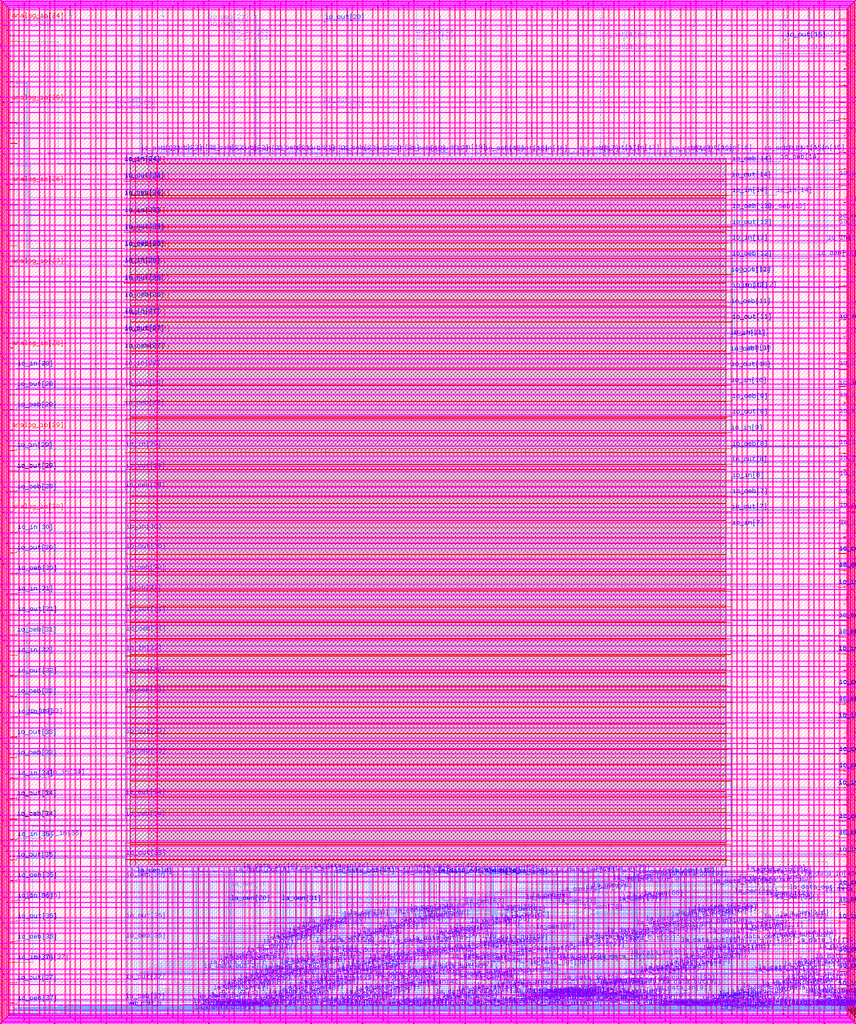
<source format=lef>
VERSION 5.7 ;
  NOWIREEXTENSIONATPIN ON ;
  DIVIDERCHAR "/" ;
  BUSBITCHARS "[]" ;
MACRO user_project_wrapper
  CLASS BLOCK ;
  FOREIGN user_project_wrapper ;
  ORIGIN 0.000 0.000 ;
  SIZE 2920.000 BY 3520.000 ;
  PIN analog_io[0]
    DIRECTION INOUT ;
    PORT
      LAYER met3 ;
        RECT 2917.600 28.980 2924.800 30.180 ;
    END
  END analog_io[0]
  PIN analog_io[10]
    DIRECTION INOUT ;
    PORT
      LAYER met3 ;
        RECT 2917.600 2374.980 2924.800 2376.180 ;
    END
  END analog_io[10]
  PIN analog_io[11]
    DIRECTION INOUT ;
    PORT
      LAYER met3 ;
        RECT 2917.600 2609.580 2924.800 2610.780 ;
    END
  END analog_io[11]
  PIN analog_io[12]
    DIRECTION INOUT ;
    PORT
      LAYER met3 ;
        RECT 2917.600 2844.180 2924.800 2845.380 ;
    END
  END analog_io[12]
  PIN analog_io[13]
    DIRECTION INOUT ;
    PORT
      LAYER met3 ;
        RECT 2917.600 3078.780 2924.800 3079.980 ;
    END
  END analog_io[13]
  PIN analog_io[14]
    DIRECTION INOUT ;
    PORT
      LAYER met3 ;
        RECT 2917.600 3313.380 2924.800 3314.580 ;
    END
  END analog_io[14]
  PIN analog_io[15]
    DIRECTION INOUT ;
    PORT
      LAYER met2 ;
        RECT 2879.090 3517.600 2879.650 3524.800 ;
    END
  END analog_io[15]
  PIN analog_io[16]
    DIRECTION INOUT ;
    PORT
      LAYER met2 ;
        RECT 2554.790 3517.600 2555.350 3524.800 ;
    END
  END analog_io[16]
  PIN analog_io[17]
    DIRECTION INOUT ;
    PORT
      LAYER met2 ;
        RECT 2230.490 3517.600 2231.050 3524.800 ;
    END
  END analog_io[17]
  PIN analog_io[18]
    DIRECTION INOUT ;
    PORT
      LAYER met2 ;
        RECT 1905.730 3517.600 1906.290 3524.800 ;
    END
  END analog_io[18]
  PIN analog_io[19]
    DIRECTION INOUT ;
    PORT
      LAYER met2 ;
        RECT 1581.430 3517.600 1581.990 3524.800 ;
    END
  END analog_io[19]
  PIN analog_io[1]
    DIRECTION INOUT ;
    PORT
      LAYER met3 ;
        RECT 2917.600 263.580 2924.800 264.780 ;
    END
  END analog_io[1]
  PIN analog_io[20]
    DIRECTION INOUT ;
    PORT
      LAYER met2 ;
        RECT 1257.130 3517.600 1257.690 3524.800 ;
    END
  END analog_io[20]
  PIN analog_io[21]
    DIRECTION INOUT ;
    PORT
      LAYER met2 ;
        RECT 932.370 3517.600 932.930 3524.800 ;
    END
  END analog_io[21]
  PIN analog_io[22]
    DIRECTION INOUT ;
    PORT
      LAYER met2 ;
        RECT 608.070 3517.600 608.630 3524.800 ;
    END
  END analog_io[22]
  PIN analog_io[23]
    DIRECTION INOUT ;
    PORT
      LAYER met2 ;
        RECT 283.770 3517.600 284.330 3524.800 ;
    END
  END analog_io[23]
  PIN analog_io[24]
    DIRECTION INOUT ;
    PORT
      LAYER met3 ;
        RECT -4.800 3482.700 2.400 3483.900 ;
    END
  END analog_io[24]
  PIN analog_io[25]
    DIRECTION INOUT ;
    PORT
      LAYER met3 ;
        RECT -4.800 3195.060 2.400 3196.260 ;
    END
  END analog_io[25]
  PIN analog_io[26]
    DIRECTION INOUT ;
    PORT
      LAYER met3 ;
        RECT -4.800 2908.100 2.400 2909.300 ;
    END
  END analog_io[26]
  PIN analog_io[27]
    DIRECTION INOUT ;
    PORT
      LAYER met3 ;
        RECT -4.800 2620.460 2.400 2621.660 ;
    END
  END analog_io[27]
  PIN analog_io[28]
    DIRECTION INOUT ;
    PORT
      LAYER met3 ;
        RECT -4.800 2333.500 2.400 2334.700 ;
    END
  END analog_io[28]
  PIN analog_io[29]
    DIRECTION INOUT ;
    PORT
      LAYER met3 ;
        RECT -4.800 2045.860 2.400 2047.060 ;
    END
  END analog_io[29]
  PIN analog_io[2]
    DIRECTION INOUT ;
    PORT
      LAYER met3 ;
        RECT 2917.600 498.180 2924.800 499.380 ;
    END
  END analog_io[2]
  PIN analog_io[30]
    DIRECTION INOUT ;
    PORT
      LAYER met3 ;
        RECT -4.800 1758.900 2.400 1760.100 ;
    END
  END analog_io[30]
  PIN analog_io[3]
    DIRECTION INOUT ;
    PORT
      LAYER met3 ;
        RECT 2917.600 732.780 2924.800 733.980 ;
    END
  END analog_io[3]
  PIN analog_io[4]
    DIRECTION INOUT ;
    PORT
      LAYER met3 ;
        RECT 2917.600 967.380 2924.800 968.580 ;
    END
  END analog_io[4]
  PIN analog_io[5]
    DIRECTION INOUT ;
    PORT
      LAYER met3 ;
        RECT 2917.600 1201.980 2924.800 1203.180 ;
    END
  END analog_io[5]
  PIN analog_io[6]
    DIRECTION INOUT ;
    PORT
      LAYER met3 ;
        RECT 2917.600 1436.580 2924.800 1437.780 ;
    END
  END analog_io[6]
  PIN analog_io[7]
    DIRECTION INOUT ;
    PORT
      LAYER met3 ;
        RECT 2917.600 1671.180 2924.800 1672.380 ;
    END
  END analog_io[7]
  PIN analog_io[8]
    DIRECTION INOUT ;
    PORT
      LAYER met3 ;
        RECT 2917.600 1905.780 2924.800 1906.980 ;
    END
  END analog_io[8]
  PIN analog_io[9]
    DIRECTION INOUT ;
    PORT
      LAYER met3 ;
        RECT 2917.600 2140.380 2924.800 2141.580 ;
    END
  END analog_io[9]
  PIN io_in[0]
    DIRECTION INPUT ;
    PORT
      LAYER met1 ;
        RECT 2521.330 531.660 2521.650 531.720 ;
        RECT 2859.890 531.660 2860.210 531.720 ;
        RECT 2521.330 531.520 2860.210 531.660 ;
        RECT 2521.330 531.460 2521.650 531.520 ;
        RECT 2859.890 531.460 2860.210 531.520 ;
        RECT 2859.890 89.660 2860.210 89.720 ;
        RECT 2898.990 89.660 2899.310 89.720 ;
        RECT 2859.890 89.520 2899.310 89.660 ;
        RECT 2859.890 89.460 2860.210 89.520 ;
        RECT 2898.990 89.460 2899.310 89.520 ;
      LAYER via ;
        RECT 2521.360 531.460 2521.620 531.720 ;
        RECT 2859.920 531.460 2860.180 531.720 ;
        RECT 2859.920 89.460 2860.180 89.720 ;
        RECT 2899.020 89.460 2899.280 89.720 ;
      LAYER met2 ;
        RECT 2521.350 537.355 2521.630 537.725 ;
        RECT 2521.420 531.750 2521.560 537.355 ;
        RECT 2521.360 531.430 2521.620 531.750 ;
        RECT 2859.920 531.430 2860.180 531.750 ;
        RECT 2859.980 89.750 2860.120 531.430 ;
        RECT 2859.920 89.430 2860.180 89.750 ;
        RECT 2899.020 89.430 2899.280 89.750 ;
        RECT 2899.080 88.245 2899.220 89.430 ;
        RECT 2899.010 87.875 2899.290 88.245 ;
      LAYER via2 ;
        RECT 2521.350 537.400 2521.630 537.680 ;
        RECT 2899.010 87.920 2899.290 88.200 ;
      LAYER met3 ;
        RECT 2506.000 537.690 2510.000 537.840 ;
        RECT 2521.325 537.690 2521.655 537.705 ;
        RECT 2506.000 537.390 2521.655 537.690 ;
        RECT 2506.000 537.240 2510.000 537.390 ;
        RECT 2521.325 537.375 2521.655 537.390 ;
        RECT 2898.985 88.210 2899.315 88.225 ;
        RECT 2917.600 88.210 2924.800 88.660 ;
        RECT 2898.985 87.910 2924.800 88.210 ;
        RECT 2898.985 87.895 2899.315 87.910 ;
        RECT 2917.600 87.460 2924.800 87.910 ;
    END
  END io_in[0]
  PIN io_in[10]
    DIRECTION INPUT ;
    PORT
      LAYER met1 ;
        RECT 2521.790 2429.200 2522.110 2429.260 ;
        RECT 2900.830 2429.200 2901.150 2429.260 ;
        RECT 2521.790 2429.060 2901.150 2429.200 ;
        RECT 2521.790 2429.000 2522.110 2429.060 ;
        RECT 2900.830 2429.000 2901.150 2429.060 ;
      LAYER via ;
        RECT 2521.820 2429.000 2522.080 2429.260 ;
        RECT 2900.860 2429.000 2901.120 2429.260 ;
      LAYER met2 ;
        RECT 2900.850 2433.875 2901.130 2434.245 ;
        RECT 2900.920 2429.290 2901.060 2433.875 ;
        RECT 2521.820 2428.970 2522.080 2429.290 ;
        RECT 2900.860 2428.970 2901.120 2429.290 ;
        RECT 2521.880 2203.725 2522.020 2428.970 ;
        RECT 2521.810 2203.355 2522.090 2203.725 ;
      LAYER via2 ;
        RECT 2900.850 2433.920 2901.130 2434.200 ;
        RECT 2521.810 2203.400 2522.090 2203.680 ;
      LAYER met3 ;
        RECT 2900.825 2434.210 2901.155 2434.225 ;
        RECT 2917.600 2434.210 2924.800 2434.660 ;
        RECT 2900.825 2433.910 2924.800 2434.210 ;
        RECT 2900.825 2433.895 2901.155 2433.910 ;
        RECT 2917.600 2433.460 2924.800 2433.910 ;
        RECT 2506.000 2203.690 2510.000 2203.840 ;
        RECT 2521.785 2203.690 2522.115 2203.705 ;
        RECT 2506.000 2203.390 2522.115 2203.690 ;
        RECT 2506.000 2203.240 2510.000 2203.390 ;
        RECT 2521.785 2203.375 2522.115 2203.390 ;
    END
  END io_in[10]
  PIN io_in[11]
    DIRECTION INPUT ;
    PORT
      LAYER met1 ;
        RECT 2528.690 2663.800 2529.010 2663.860 ;
        RECT 2900.830 2663.800 2901.150 2663.860 ;
        RECT 2528.690 2663.660 2901.150 2663.800 ;
        RECT 2528.690 2663.600 2529.010 2663.660 ;
        RECT 2900.830 2663.600 2901.150 2663.660 ;
        RECT 2518.570 2371.740 2518.890 2371.800 ;
        RECT 2528.690 2371.740 2529.010 2371.800 ;
        RECT 2518.570 2371.600 2529.010 2371.740 ;
        RECT 2518.570 2371.540 2518.890 2371.600 ;
        RECT 2528.690 2371.540 2529.010 2371.600 ;
      LAYER via ;
        RECT 2528.720 2663.600 2528.980 2663.860 ;
        RECT 2900.860 2663.600 2901.120 2663.860 ;
        RECT 2518.600 2371.540 2518.860 2371.800 ;
        RECT 2528.720 2371.540 2528.980 2371.800 ;
      LAYER met2 ;
        RECT 2900.850 2669.155 2901.130 2669.525 ;
        RECT 2900.920 2663.890 2901.060 2669.155 ;
        RECT 2528.720 2663.570 2528.980 2663.890 ;
        RECT 2900.860 2663.570 2901.120 2663.890 ;
        RECT 2528.780 2371.830 2528.920 2663.570 ;
        RECT 2518.600 2371.510 2518.860 2371.830 ;
        RECT 2528.720 2371.510 2528.980 2371.830 ;
        RECT 2518.660 2370.325 2518.800 2371.510 ;
        RECT 2518.590 2369.955 2518.870 2370.325 ;
      LAYER via2 ;
        RECT 2900.850 2669.200 2901.130 2669.480 ;
        RECT 2518.590 2370.000 2518.870 2370.280 ;
      LAYER met3 ;
        RECT 2900.825 2669.490 2901.155 2669.505 ;
        RECT 2917.600 2669.490 2924.800 2669.940 ;
        RECT 2900.825 2669.190 2924.800 2669.490 ;
        RECT 2900.825 2669.175 2901.155 2669.190 ;
        RECT 2917.600 2668.740 2924.800 2669.190 ;
        RECT 2506.000 2370.290 2510.000 2370.440 ;
        RECT 2518.565 2370.290 2518.895 2370.305 ;
        RECT 2506.000 2369.990 2518.895 2370.290 ;
        RECT 2506.000 2369.840 2510.000 2369.990 ;
        RECT 2518.565 2369.975 2518.895 2369.990 ;
    END
  END io_in[11]
  PIN io_in[12]
    DIRECTION INPUT ;
    PORT
      LAYER met1 ;
        RECT 2556.290 2898.400 2556.610 2898.460 ;
        RECT 2900.830 2898.400 2901.150 2898.460 ;
        RECT 2556.290 2898.260 2901.150 2898.400 ;
        RECT 2556.290 2898.200 2556.610 2898.260 ;
        RECT 2900.830 2898.200 2901.150 2898.260 ;
        RECT 2525.010 2538.680 2525.330 2538.740 ;
        RECT 2556.290 2538.680 2556.610 2538.740 ;
        RECT 2525.010 2538.540 2556.610 2538.680 ;
        RECT 2525.010 2538.480 2525.330 2538.540 ;
        RECT 2556.290 2538.480 2556.610 2538.540 ;
      LAYER via ;
        RECT 2556.320 2898.200 2556.580 2898.460 ;
        RECT 2900.860 2898.200 2901.120 2898.460 ;
        RECT 2525.040 2538.480 2525.300 2538.740 ;
        RECT 2556.320 2538.480 2556.580 2538.740 ;
      LAYER met2 ;
        RECT 2900.850 2903.755 2901.130 2904.125 ;
        RECT 2900.920 2898.490 2901.060 2903.755 ;
        RECT 2556.320 2898.170 2556.580 2898.490 ;
        RECT 2900.860 2898.170 2901.120 2898.490 ;
        RECT 2556.380 2538.770 2556.520 2898.170 ;
        RECT 2525.040 2538.450 2525.300 2538.770 ;
        RECT 2556.320 2538.450 2556.580 2538.770 ;
        RECT 2525.100 2536.925 2525.240 2538.450 ;
        RECT 2525.030 2536.555 2525.310 2536.925 ;
      LAYER via2 ;
        RECT 2900.850 2903.800 2901.130 2904.080 ;
        RECT 2525.030 2536.600 2525.310 2536.880 ;
      LAYER met3 ;
        RECT 2900.825 2904.090 2901.155 2904.105 ;
        RECT 2917.600 2904.090 2924.800 2904.540 ;
        RECT 2900.825 2903.790 2924.800 2904.090 ;
        RECT 2900.825 2903.775 2901.155 2903.790 ;
        RECT 2917.600 2903.340 2924.800 2903.790 ;
        RECT 2506.000 2536.890 2510.000 2537.040 ;
        RECT 2525.005 2536.890 2525.335 2536.905 ;
        RECT 2506.000 2536.590 2525.335 2536.890 ;
        RECT 2506.000 2536.440 2510.000 2536.590 ;
        RECT 2525.005 2536.575 2525.335 2536.590 ;
    END
  END io_in[12]
  PIN io_in[13]
    DIRECTION INPUT ;
    PORT
      LAYER met1 ;
        RECT 2859.890 3133.000 2860.210 3133.060 ;
        RECT 2900.830 3133.000 2901.150 3133.060 ;
        RECT 2859.890 3132.860 2901.150 3133.000 ;
        RECT 2859.890 3132.800 2860.210 3132.860 ;
        RECT 2900.830 3132.800 2901.150 3132.860 ;
        RECT 2525.010 2704.600 2525.330 2704.660 ;
        RECT 2859.890 2704.600 2860.210 2704.660 ;
        RECT 2525.010 2704.460 2860.210 2704.600 ;
        RECT 2525.010 2704.400 2525.330 2704.460 ;
        RECT 2859.890 2704.400 2860.210 2704.460 ;
      LAYER via ;
        RECT 2859.920 3132.800 2860.180 3133.060 ;
        RECT 2900.860 3132.800 2901.120 3133.060 ;
        RECT 2525.040 2704.400 2525.300 2704.660 ;
        RECT 2859.920 2704.400 2860.180 2704.660 ;
      LAYER met2 ;
        RECT 2900.850 3138.355 2901.130 3138.725 ;
        RECT 2900.920 3133.090 2901.060 3138.355 ;
        RECT 2859.920 3132.770 2860.180 3133.090 ;
        RECT 2900.860 3132.770 2901.120 3133.090 ;
        RECT 2859.980 2704.690 2860.120 3132.770 ;
        RECT 2525.040 2704.370 2525.300 2704.690 ;
        RECT 2859.920 2704.370 2860.180 2704.690 ;
        RECT 2525.100 2703.525 2525.240 2704.370 ;
        RECT 2525.030 2703.155 2525.310 2703.525 ;
      LAYER via2 ;
        RECT 2900.850 3138.400 2901.130 3138.680 ;
        RECT 2525.030 2703.200 2525.310 2703.480 ;
      LAYER met3 ;
        RECT 2900.825 3138.690 2901.155 3138.705 ;
        RECT 2917.600 3138.690 2924.800 3139.140 ;
        RECT 2900.825 3138.390 2924.800 3138.690 ;
        RECT 2900.825 3138.375 2901.155 3138.390 ;
        RECT 2917.600 3137.940 2924.800 3138.390 ;
        RECT 2506.000 2703.490 2510.000 2703.640 ;
        RECT 2525.005 2703.490 2525.335 2703.505 ;
        RECT 2506.000 2703.190 2525.335 2703.490 ;
        RECT 2506.000 2703.040 2510.000 2703.190 ;
        RECT 2525.005 2703.175 2525.335 2703.190 ;
    END
  END io_in[13]
  PIN io_in[14]
    DIRECTION INPUT ;
    PORT
      LAYER met1 ;
        RECT 2680.490 3367.600 2680.810 3367.660 ;
        RECT 2900.830 3367.600 2901.150 3367.660 ;
        RECT 2680.490 3367.460 2901.150 3367.600 ;
        RECT 2680.490 3367.400 2680.810 3367.460 ;
        RECT 2900.830 3367.400 2901.150 3367.460 ;
        RECT 2525.010 2870.180 2525.330 2870.240 ;
        RECT 2680.490 2870.180 2680.810 2870.240 ;
        RECT 2525.010 2870.040 2680.810 2870.180 ;
        RECT 2525.010 2869.980 2525.330 2870.040 ;
        RECT 2680.490 2869.980 2680.810 2870.040 ;
      LAYER via ;
        RECT 2680.520 3367.400 2680.780 3367.660 ;
        RECT 2900.860 3367.400 2901.120 3367.660 ;
        RECT 2525.040 2869.980 2525.300 2870.240 ;
        RECT 2680.520 2869.980 2680.780 2870.240 ;
      LAYER met2 ;
        RECT 2900.850 3372.955 2901.130 3373.325 ;
        RECT 2900.920 3367.690 2901.060 3372.955 ;
        RECT 2680.520 3367.370 2680.780 3367.690 ;
        RECT 2900.860 3367.370 2901.120 3367.690 ;
        RECT 2680.580 2870.270 2680.720 3367.370 ;
        RECT 2525.040 2870.125 2525.300 2870.270 ;
        RECT 2525.030 2869.755 2525.310 2870.125 ;
        RECT 2680.520 2869.950 2680.780 2870.270 ;
      LAYER via2 ;
        RECT 2900.850 3373.000 2901.130 3373.280 ;
        RECT 2525.030 2869.800 2525.310 2870.080 ;
      LAYER met3 ;
        RECT 2900.825 3373.290 2901.155 3373.305 ;
        RECT 2917.600 3373.290 2924.800 3373.740 ;
        RECT 2900.825 3372.990 2924.800 3373.290 ;
        RECT 2900.825 3372.975 2901.155 3372.990 ;
        RECT 2917.600 3372.540 2924.800 3372.990 ;
        RECT 2506.000 2870.090 2510.000 2870.240 ;
        RECT 2525.005 2870.090 2525.335 2870.105 ;
        RECT 2506.000 2869.790 2525.335 2870.090 ;
        RECT 2506.000 2869.640 2510.000 2869.790 ;
        RECT 2525.005 2869.775 2525.335 2869.790 ;
    END
  END io_in[14]
  PIN io_in[15]
    DIRECTION INPUT ;
    PORT
      LAYER li1 ;
        RECT 2796.485 3332.765 2796.655 3415.555 ;
      LAYER mcon ;
        RECT 2796.485 3415.385 2796.655 3415.555 ;
      LAYER met1 ;
        RECT 2794.570 3422.340 2794.890 3422.400 ;
        RECT 2798.250 3422.340 2798.570 3422.400 ;
        RECT 2794.570 3422.200 2798.570 3422.340 ;
        RECT 2794.570 3422.140 2794.890 3422.200 ;
        RECT 2798.250 3422.140 2798.570 3422.200 ;
        RECT 2794.570 3415.540 2794.890 3415.600 ;
        RECT 2796.425 3415.540 2796.715 3415.585 ;
        RECT 2794.570 3415.400 2796.715 3415.540 ;
        RECT 2794.570 3415.340 2794.890 3415.400 ;
        RECT 2796.425 3415.355 2796.715 3415.400 ;
        RECT 2796.425 3332.920 2796.715 3332.965 ;
        RECT 2796.870 3332.920 2797.190 3332.980 ;
        RECT 2796.425 3332.780 2797.190 3332.920 ;
        RECT 2796.425 3332.735 2796.715 3332.780 ;
        RECT 2796.870 3332.720 2797.190 3332.780 ;
        RECT 2795.490 3236.360 2795.810 3236.420 ;
        RECT 2795.950 3236.360 2796.270 3236.420 ;
        RECT 2795.490 3236.220 2796.270 3236.360 ;
        RECT 2795.490 3236.160 2795.810 3236.220 ;
        RECT 2795.950 3236.160 2796.270 3236.220 ;
        RECT 2795.490 3202.020 2795.810 3202.080 ;
        RECT 2795.950 3202.020 2796.270 3202.080 ;
        RECT 2795.490 3201.880 2796.270 3202.020 ;
        RECT 2795.490 3201.820 2795.810 3201.880 ;
        RECT 2795.950 3201.820 2796.270 3201.880 ;
        RECT 2795.030 3153.400 2795.350 3153.460 ;
        RECT 2795.950 3153.400 2796.270 3153.460 ;
        RECT 2795.030 3153.260 2796.270 3153.400 ;
        RECT 2795.030 3153.200 2795.350 3153.260 ;
        RECT 2795.950 3153.200 2796.270 3153.260 ;
        RECT 2795.030 3056.840 2795.350 3056.900 ;
        RECT 2795.950 3056.840 2796.270 3056.900 ;
        RECT 2795.030 3056.700 2796.270 3056.840 ;
        RECT 2795.030 3056.640 2795.350 3056.700 ;
        RECT 2795.950 3056.640 2796.270 3056.700 ;
        RECT 2471.650 3019.440 2471.970 3019.500 ;
        RECT 2795.030 3019.440 2795.350 3019.500 ;
        RECT 2471.650 3019.300 2795.350 3019.440 ;
        RECT 2471.650 3019.240 2471.970 3019.300 ;
        RECT 2795.030 3019.240 2795.350 3019.300 ;
      LAYER via ;
        RECT 2794.600 3422.140 2794.860 3422.400 ;
        RECT 2798.280 3422.140 2798.540 3422.400 ;
        RECT 2794.600 3415.340 2794.860 3415.600 ;
        RECT 2796.900 3332.720 2797.160 3332.980 ;
        RECT 2795.520 3236.160 2795.780 3236.420 ;
        RECT 2795.980 3236.160 2796.240 3236.420 ;
        RECT 2795.520 3201.820 2795.780 3202.080 ;
        RECT 2795.980 3201.820 2796.240 3202.080 ;
        RECT 2795.060 3153.200 2795.320 3153.460 ;
        RECT 2795.980 3153.200 2796.240 3153.460 ;
        RECT 2795.060 3056.640 2795.320 3056.900 ;
        RECT 2795.980 3056.640 2796.240 3056.900 ;
        RECT 2471.680 3019.240 2471.940 3019.500 ;
        RECT 2795.060 3019.240 2795.320 3019.500 ;
      LAYER met2 ;
        RECT 2798.130 3517.600 2798.690 3524.800 ;
        RECT 2798.340 3422.430 2798.480 3517.600 ;
        RECT 2794.600 3422.110 2794.860 3422.430 ;
        RECT 2798.280 3422.110 2798.540 3422.430 ;
        RECT 2794.660 3415.630 2794.800 3422.110 ;
        RECT 2794.600 3415.310 2794.860 3415.630 ;
        RECT 2796.900 3332.690 2797.160 3333.010 ;
        RECT 2796.960 3298.410 2797.100 3332.690 ;
        RECT 2796.040 3298.270 2797.100 3298.410 ;
        RECT 2796.040 3236.450 2796.180 3298.270 ;
        RECT 2795.520 3236.130 2795.780 3236.450 ;
        RECT 2795.980 3236.130 2796.240 3236.450 ;
        RECT 2795.580 3202.110 2795.720 3236.130 ;
        RECT 2795.520 3201.790 2795.780 3202.110 ;
        RECT 2795.980 3201.790 2796.240 3202.110 ;
        RECT 2796.040 3153.490 2796.180 3201.790 ;
        RECT 2795.060 3153.170 2795.320 3153.490 ;
        RECT 2795.980 3153.170 2796.240 3153.490 ;
        RECT 2795.120 3152.890 2795.260 3153.170 ;
        RECT 2795.120 3152.750 2795.720 3152.890 ;
        RECT 2795.580 3105.290 2795.720 3152.750 ;
        RECT 2795.580 3105.150 2796.180 3105.290 ;
        RECT 2796.040 3056.930 2796.180 3105.150 ;
        RECT 2795.060 3056.610 2795.320 3056.930 ;
        RECT 2795.980 3056.610 2796.240 3056.930 ;
        RECT 2795.120 3019.530 2795.260 3056.610 ;
        RECT 2471.680 3019.210 2471.940 3019.530 ;
        RECT 2795.060 3019.210 2795.320 3019.530 ;
        RECT 2470.430 3009.410 2470.710 3010.000 ;
        RECT 2471.740 3009.410 2471.880 3019.210 ;
        RECT 2470.430 3009.270 2471.880 3009.410 ;
        RECT 2470.430 3006.000 2470.710 3009.270 ;
    END
  END io_in[15]
  PIN io_in[16]
    DIRECTION INPUT ;
    PORT
      LAYER met1 ;
        RECT 2470.270 3464.160 2470.590 3464.220 ;
        RECT 2474.410 3464.160 2474.730 3464.220 ;
        RECT 2470.270 3464.020 2474.730 3464.160 ;
        RECT 2470.270 3463.960 2470.590 3464.020 ;
        RECT 2474.410 3463.960 2474.730 3464.020 ;
        RECT 2470.270 3367.600 2470.590 3367.660 ;
        RECT 2471.190 3367.600 2471.510 3367.660 ;
        RECT 2470.270 3367.460 2471.510 3367.600 ;
        RECT 2470.270 3367.400 2470.590 3367.460 ;
        RECT 2471.190 3367.400 2471.510 3367.460 ;
        RECT 2470.270 3270.700 2470.590 3270.760 ;
        RECT 2471.190 3270.700 2471.510 3270.760 ;
        RECT 2470.270 3270.560 2471.510 3270.700 ;
        RECT 2470.270 3270.500 2470.590 3270.560 ;
        RECT 2471.190 3270.500 2471.510 3270.560 ;
        RECT 2470.270 3174.140 2470.590 3174.200 ;
        RECT 2471.190 3174.140 2471.510 3174.200 ;
        RECT 2470.270 3174.000 2471.510 3174.140 ;
        RECT 2470.270 3173.940 2470.590 3174.000 ;
        RECT 2471.190 3173.940 2471.510 3174.000 ;
        RECT 2470.270 3077.580 2470.590 3077.640 ;
        RECT 2471.190 3077.580 2471.510 3077.640 ;
        RECT 2470.270 3077.440 2471.510 3077.580 ;
        RECT 2470.270 3077.380 2470.590 3077.440 ;
        RECT 2471.190 3077.380 2471.510 3077.440 ;
        RECT 2237.050 3019.440 2237.370 3019.500 ;
        RECT 2471.190 3019.440 2471.510 3019.500 ;
        RECT 2237.050 3019.300 2471.510 3019.440 ;
        RECT 2237.050 3019.240 2237.370 3019.300 ;
        RECT 2471.190 3019.240 2471.510 3019.300 ;
      LAYER via ;
        RECT 2470.300 3463.960 2470.560 3464.220 ;
        RECT 2474.440 3463.960 2474.700 3464.220 ;
        RECT 2470.300 3367.400 2470.560 3367.660 ;
        RECT 2471.220 3367.400 2471.480 3367.660 ;
        RECT 2470.300 3270.500 2470.560 3270.760 ;
        RECT 2471.220 3270.500 2471.480 3270.760 ;
        RECT 2470.300 3173.940 2470.560 3174.200 ;
        RECT 2471.220 3173.940 2471.480 3174.200 ;
        RECT 2470.300 3077.380 2470.560 3077.640 ;
        RECT 2471.220 3077.380 2471.480 3077.640 ;
        RECT 2237.080 3019.240 2237.340 3019.500 ;
        RECT 2471.220 3019.240 2471.480 3019.500 ;
      LAYER met2 ;
        RECT 2473.830 3517.600 2474.390 3524.800 ;
        RECT 2474.040 3517.370 2474.180 3517.600 ;
        RECT 2474.040 3517.230 2474.640 3517.370 ;
        RECT 2474.500 3464.250 2474.640 3517.230 ;
        RECT 2470.300 3463.930 2470.560 3464.250 ;
        RECT 2474.440 3463.930 2474.700 3464.250 ;
        RECT 2470.360 3415.370 2470.500 3463.930 ;
        RECT 2470.360 3415.230 2471.420 3415.370 ;
        RECT 2471.280 3367.690 2471.420 3415.230 ;
        RECT 2470.300 3367.370 2470.560 3367.690 ;
        RECT 2471.220 3367.370 2471.480 3367.690 ;
        RECT 2470.360 3318.810 2470.500 3367.370 ;
        RECT 2470.360 3318.670 2471.420 3318.810 ;
        RECT 2471.280 3270.790 2471.420 3318.670 ;
        RECT 2470.300 3270.470 2470.560 3270.790 ;
        RECT 2471.220 3270.470 2471.480 3270.790 ;
        RECT 2470.360 3222.250 2470.500 3270.470 ;
        RECT 2470.360 3222.110 2471.420 3222.250 ;
        RECT 2471.280 3174.230 2471.420 3222.110 ;
        RECT 2470.300 3173.910 2470.560 3174.230 ;
        RECT 2471.220 3173.910 2471.480 3174.230 ;
        RECT 2470.360 3125.690 2470.500 3173.910 ;
        RECT 2470.360 3125.550 2471.420 3125.690 ;
        RECT 2471.280 3077.670 2471.420 3125.550 ;
        RECT 2470.300 3077.350 2470.560 3077.670 ;
        RECT 2471.220 3077.350 2471.480 3077.670 ;
        RECT 2470.360 3029.130 2470.500 3077.350 ;
        RECT 2470.360 3028.990 2471.420 3029.130 ;
        RECT 2471.280 3019.530 2471.420 3028.990 ;
        RECT 2237.080 3019.210 2237.340 3019.530 ;
        RECT 2471.220 3019.210 2471.480 3019.530 ;
        RECT 2237.140 3010.000 2237.280 3019.210 ;
        RECT 2237.140 3009.340 2237.490 3010.000 ;
        RECT 2237.210 3006.000 2237.490 3009.340 ;
    END
  END io_in[16]
  PIN io_in[17]
    DIRECTION INPUT ;
    PORT
      LAYER li1 ;
        RECT 2147.885 3332.765 2148.055 3415.555 ;
      LAYER mcon ;
        RECT 2147.885 3415.385 2148.055 3415.555 ;
      LAYER met1 ;
        RECT 2145.970 3422.340 2146.290 3422.400 ;
        RECT 2149.190 3422.340 2149.510 3422.400 ;
        RECT 2145.970 3422.200 2149.510 3422.340 ;
        RECT 2145.970 3422.140 2146.290 3422.200 ;
        RECT 2149.190 3422.140 2149.510 3422.200 ;
        RECT 2145.970 3415.540 2146.290 3415.600 ;
        RECT 2147.825 3415.540 2148.115 3415.585 ;
        RECT 2145.970 3415.400 2148.115 3415.540 ;
        RECT 2145.970 3415.340 2146.290 3415.400 ;
        RECT 2147.825 3415.355 2148.115 3415.400 ;
        RECT 2147.825 3332.920 2148.115 3332.965 ;
        RECT 2148.270 3332.920 2148.590 3332.980 ;
        RECT 2147.825 3332.780 2148.590 3332.920 ;
        RECT 2147.825 3332.735 2148.115 3332.780 ;
        RECT 2148.270 3332.720 2148.590 3332.780 ;
        RECT 2146.890 3236.360 2147.210 3236.420 ;
        RECT 2147.350 3236.360 2147.670 3236.420 ;
        RECT 2146.890 3236.220 2147.670 3236.360 ;
        RECT 2146.890 3236.160 2147.210 3236.220 ;
        RECT 2147.350 3236.160 2147.670 3236.220 ;
        RECT 2146.890 3202.020 2147.210 3202.080 ;
        RECT 2147.350 3202.020 2147.670 3202.080 ;
        RECT 2146.890 3201.880 2147.670 3202.020 ;
        RECT 2146.890 3201.820 2147.210 3201.880 ;
        RECT 2147.350 3201.820 2147.670 3201.880 ;
        RECT 2146.430 3153.400 2146.750 3153.460 ;
        RECT 2147.350 3153.400 2147.670 3153.460 ;
        RECT 2146.430 3153.260 2147.670 3153.400 ;
        RECT 2146.430 3153.200 2146.750 3153.260 ;
        RECT 2147.350 3153.200 2147.670 3153.260 ;
        RECT 2146.430 3056.840 2146.750 3056.900 ;
        RECT 2147.350 3056.840 2147.670 3056.900 ;
        RECT 2146.430 3056.700 2147.670 3056.840 ;
        RECT 2146.430 3056.640 2146.750 3056.700 ;
        RECT 2147.350 3056.640 2147.670 3056.700 ;
        RECT 2003.830 3019.100 2004.150 3019.160 ;
        RECT 2146.430 3019.100 2146.750 3019.160 ;
        RECT 2003.830 3018.960 2146.750 3019.100 ;
        RECT 2003.830 3018.900 2004.150 3018.960 ;
        RECT 2146.430 3018.900 2146.750 3018.960 ;
      LAYER via ;
        RECT 2146.000 3422.140 2146.260 3422.400 ;
        RECT 2149.220 3422.140 2149.480 3422.400 ;
        RECT 2146.000 3415.340 2146.260 3415.600 ;
        RECT 2148.300 3332.720 2148.560 3332.980 ;
        RECT 2146.920 3236.160 2147.180 3236.420 ;
        RECT 2147.380 3236.160 2147.640 3236.420 ;
        RECT 2146.920 3201.820 2147.180 3202.080 ;
        RECT 2147.380 3201.820 2147.640 3202.080 ;
        RECT 2146.460 3153.200 2146.720 3153.460 ;
        RECT 2147.380 3153.200 2147.640 3153.460 ;
        RECT 2146.460 3056.640 2146.720 3056.900 ;
        RECT 2147.380 3056.640 2147.640 3056.900 ;
        RECT 2003.860 3018.900 2004.120 3019.160 ;
        RECT 2146.460 3018.900 2146.720 3019.160 ;
      LAYER met2 ;
        RECT 2149.070 3517.600 2149.630 3524.800 ;
        RECT 2149.280 3422.430 2149.420 3517.600 ;
        RECT 2146.000 3422.110 2146.260 3422.430 ;
        RECT 2149.220 3422.110 2149.480 3422.430 ;
        RECT 2146.060 3415.630 2146.200 3422.110 ;
        RECT 2146.000 3415.310 2146.260 3415.630 ;
        RECT 2148.300 3332.690 2148.560 3333.010 ;
        RECT 2148.360 3298.410 2148.500 3332.690 ;
        RECT 2147.440 3298.270 2148.500 3298.410 ;
        RECT 2147.440 3236.450 2147.580 3298.270 ;
        RECT 2146.920 3236.130 2147.180 3236.450 ;
        RECT 2147.380 3236.130 2147.640 3236.450 ;
        RECT 2146.980 3202.110 2147.120 3236.130 ;
        RECT 2146.920 3201.790 2147.180 3202.110 ;
        RECT 2147.380 3201.790 2147.640 3202.110 ;
        RECT 2147.440 3153.490 2147.580 3201.790 ;
        RECT 2146.460 3153.170 2146.720 3153.490 ;
        RECT 2147.380 3153.170 2147.640 3153.490 ;
        RECT 2146.520 3152.890 2146.660 3153.170 ;
        RECT 2146.520 3152.750 2147.120 3152.890 ;
        RECT 2146.980 3105.290 2147.120 3152.750 ;
        RECT 2146.980 3105.150 2147.580 3105.290 ;
        RECT 2147.440 3056.930 2147.580 3105.150 ;
        RECT 2146.460 3056.610 2146.720 3056.930 ;
        RECT 2147.380 3056.610 2147.640 3056.930 ;
        RECT 2146.520 3019.190 2146.660 3056.610 ;
        RECT 2003.860 3018.870 2004.120 3019.190 ;
        RECT 2146.460 3018.870 2146.720 3019.190 ;
        RECT 2003.920 3010.000 2004.060 3018.870 ;
        RECT 2003.920 3009.340 2004.270 3010.000 ;
        RECT 2003.990 3006.000 2004.270 3009.340 ;
    END
  END io_in[17]
  PIN io_in[18]
    DIRECTION INPUT ;
    PORT
      LAYER met1 ;
        RECT 1821.670 3464.160 1821.990 3464.220 ;
        RECT 1825.350 3464.160 1825.670 3464.220 ;
        RECT 1821.670 3464.020 1825.670 3464.160 ;
        RECT 1821.670 3463.960 1821.990 3464.020 ;
        RECT 1825.350 3463.960 1825.670 3464.020 ;
        RECT 1821.670 3367.600 1821.990 3367.660 ;
        RECT 1822.590 3367.600 1822.910 3367.660 ;
        RECT 1821.670 3367.460 1822.910 3367.600 ;
        RECT 1821.670 3367.400 1821.990 3367.460 ;
        RECT 1822.590 3367.400 1822.910 3367.460 ;
        RECT 1821.670 3270.700 1821.990 3270.760 ;
        RECT 1822.590 3270.700 1822.910 3270.760 ;
        RECT 1821.670 3270.560 1822.910 3270.700 ;
        RECT 1821.670 3270.500 1821.990 3270.560 ;
        RECT 1822.590 3270.500 1822.910 3270.560 ;
        RECT 1821.670 3174.140 1821.990 3174.200 ;
        RECT 1822.590 3174.140 1822.910 3174.200 ;
        RECT 1821.670 3174.000 1822.910 3174.140 ;
        RECT 1821.670 3173.940 1821.990 3174.000 ;
        RECT 1822.590 3173.940 1822.910 3174.000 ;
        RECT 1821.670 3077.580 1821.990 3077.640 ;
        RECT 1822.590 3077.580 1822.910 3077.640 ;
        RECT 1821.670 3077.440 1822.910 3077.580 ;
        RECT 1821.670 3077.380 1821.990 3077.440 ;
        RECT 1822.590 3077.380 1822.910 3077.440 ;
        RECT 1770.610 3018.760 1770.930 3018.820 ;
        RECT 1822.590 3018.760 1822.910 3018.820 ;
        RECT 1770.610 3018.620 1822.910 3018.760 ;
        RECT 1770.610 3018.560 1770.930 3018.620 ;
        RECT 1822.590 3018.560 1822.910 3018.620 ;
      LAYER via ;
        RECT 1821.700 3463.960 1821.960 3464.220 ;
        RECT 1825.380 3463.960 1825.640 3464.220 ;
        RECT 1821.700 3367.400 1821.960 3367.660 ;
        RECT 1822.620 3367.400 1822.880 3367.660 ;
        RECT 1821.700 3270.500 1821.960 3270.760 ;
        RECT 1822.620 3270.500 1822.880 3270.760 ;
        RECT 1821.700 3173.940 1821.960 3174.200 ;
        RECT 1822.620 3173.940 1822.880 3174.200 ;
        RECT 1821.700 3077.380 1821.960 3077.640 ;
        RECT 1822.620 3077.380 1822.880 3077.640 ;
        RECT 1770.640 3018.560 1770.900 3018.820 ;
        RECT 1822.620 3018.560 1822.880 3018.820 ;
      LAYER met2 ;
        RECT 1824.770 3517.600 1825.330 3524.800 ;
        RECT 1824.980 3517.370 1825.120 3517.600 ;
        RECT 1824.980 3517.230 1825.580 3517.370 ;
        RECT 1825.440 3464.250 1825.580 3517.230 ;
        RECT 1821.700 3463.930 1821.960 3464.250 ;
        RECT 1825.380 3463.930 1825.640 3464.250 ;
        RECT 1821.760 3415.370 1821.900 3463.930 ;
        RECT 1821.760 3415.230 1822.820 3415.370 ;
        RECT 1822.680 3367.690 1822.820 3415.230 ;
        RECT 1821.700 3367.370 1821.960 3367.690 ;
        RECT 1822.620 3367.370 1822.880 3367.690 ;
        RECT 1821.760 3318.810 1821.900 3367.370 ;
        RECT 1821.760 3318.670 1822.820 3318.810 ;
        RECT 1822.680 3270.790 1822.820 3318.670 ;
        RECT 1821.700 3270.470 1821.960 3270.790 ;
        RECT 1822.620 3270.470 1822.880 3270.790 ;
        RECT 1821.760 3222.250 1821.900 3270.470 ;
        RECT 1821.760 3222.110 1822.820 3222.250 ;
        RECT 1822.680 3174.230 1822.820 3222.110 ;
        RECT 1821.700 3173.910 1821.960 3174.230 ;
        RECT 1822.620 3173.910 1822.880 3174.230 ;
        RECT 1821.760 3125.690 1821.900 3173.910 ;
        RECT 1821.760 3125.550 1822.820 3125.690 ;
        RECT 1822.680 3077.670 1822.820 3125.550 ;
        RECT 1821.700 3077.350 1821.960 3077.670 ;
        RECT 1822.620 3077.350 1822.880 3077.670 ;
        RECT 1821.760 3029.130 1821.900 3077.350 ;
        RECT 1821.760 3028.990 1822.820 3029.130 ;
        RECT 1822.680 3018.850 1822.820 3028.990 ;
        RECT 1770.640 3018.530 1770.900 3018.850 ;
        RECT 1822.620 3018.530 1822.880 3018.850 ;
        RECT 1770.700 3010.000 1770.840 3018.530 ;
        RECT 1770.700 3009.340 1771.050 3010.000 ;
        RECT 1770.770 3006.000 1771.050 3009.340 ;
    END
  END io_in[18]
  PIN io_in[19]
    DIRECTION INPUT ;
    PORT
      LAYER met1 ;
        RECT 1500.590 3498.500 1500.910 3498.560 ;
        RECT 1503.810 3498.500 1504.130 3498.560 ;
        RECT 1500.590 3498.360 1504.130 3498.500 ;
        RECT 1500.590 3498.300 1500.910 3498.360 ;
        RECT 1503.810 3498.300 1504.130 3498.360 ;
        RECT 1503.810 3022.160 1504.130 3022.220 ;
        RECT 1537.390 3022.160 1537.710 3022.220 ;
        RECT 1503.810 3022.020 1537.710 3022.160 ;
        RECT 1503.810 3021.960 1504.130 3022.020 ;
        RECT 1537.390 3021.960 1537.710 3022.020 ;
      LAYER via ;
        RECT 1500.620 3498.300 1500.880 3498.560 ;
        RECT 1503.840 3498.300 1504.100 3498.560 ;
        RECT 1503.840 3021.960 1504.100 3022.220 ;
        RECT 1537.420 3021.960 1537.680 3022.220 ;
      LAYER met2 ;
        RECT 1500.470 3517.600 1501.030 3524.800 ;
        RECT 1500.680 3498.590 1500.820 3517.600 ;
        RECT 1500.620 3498.270 1500.880 3498.590 ;
        RECT 1503.840 3498.270 1504.100 3498.590 ;
        RECT 1503.900 3022.250 1504.040 3498.270 ;
        RECT 1503.840 3021.930 1504.100 3022.250 ;
        RECT 1537.420 3021.930 1537.680 3022.250 ;
        RECT 1537.480 3010.000 1537.620 3021.930 ;
        RECT 1537.480 3009.340 1537.830 3010.000 ;
        RECT 1537.550 3006.000 1537.830 3009.340 ;
    END
  END io_in[19]
  PIN io_in[1]
    DIRECTION INPUT ;
    PORT
      LAYER met1 ;
        RECT 2525.010 704.040 2525.330 704.100 ;
        RECT 2639.090 704.040 2639.410 704.100 ;
        RECT 2525.010 703.900 2639.410 704.040 ;
        RECT 2525.010 703.840 2525.330 703.900 ;
        RECT 2639.090 703.840 2639.410 703.900 ;
        RECT 2639.090 324.260 2639.410 324.320 ;
        RECT 2898.990 324.260 2899.310 324.320 ;
        RECT 2639.090 324.120 2899.310 324.260 ;
        RECT 2639.090 324.060 2639.410 324.120 ;
        RECT 2898.990 324.060 2899.310 324.120 ;
      LAYER via ;
        RECT 2525.040 703.840 2525.300 704.100 ;
        RECT 2639.120 703.840 2639.380 704.100 ;
        RECT 2639.120 324.060 2639.380 324.320 ;
        RECT 2899.020 324.060 2899.280 324.320 ;
      LAYER met2 ;
        RECT 2525.030 703.955 2525.310 704.325 ;
        RECT 2525.040 703.810 2525.300 703.955 ;
        RECT 2639.120 703.810 2639.380 704.130 ;
        RECT 2639.180 324.350 2639.320 703.810 ;
        RECT 2639.120 324.030 2639.380 324.350 ;
        RECT 2899.020 324.030 2899.280 324.350 ;
        RECT 2899.080 322.845 2899.220 324.030 ;
        RECT 2899.010 322.475 2899.290 322.845 ;
      LAYER via2 ;
        RECT 2525.030 704.000 2525.310 704.280 ;
        RECT 2899.010 322.520 2899.290 322.800 ;
      LAYER met3 ;
        RECT 2506.000 704.290 2510.000 704.440 ;
        RECT 2525.005 704.290 2525.335 704.305 ;
        RECT 2506.000 703.990 2525.335 704.290 ;
        RECT 2506.000 703.840 2510.000 703.990 ;
        RECT 2525.005 703.975 2525.335 703.990 ;
        RECT 2898.985 322.810 2899.315 322.825 ;
        RECT 2917.600 322.810 2924.800 323.260 ;
        RECT 2898.985 322.510 2924.800 322.810 ;
        RECT 2898.985 322.495 2899.315 322.510 ;
        RECT 2917.600 322.060 2924.800 322.510 ;
    END
  END io_in[1]
  PIN io_in[20]
    DIRECTION INPUT ;
    PORT
      LAYER met1 ;
        RECT 1175.830 3498.500 1176.150 3498.560 ;
        RECT 1179.510 3498.500 1179.830 3498.560 ;
        RECT 1175.830 3498.360 1179.830 3498.500 ;
        RECT 1175.830 3498.300 1176.150 3498.360 ;
        RECT 1179.510 3498.300 1179.830 3498.360 ;
        RECT 1179.510 3019.100 1179.830 3019.160 ;
        RECT 1303.710 3019.100 1304.030 3019.160 ;
        RECT 1179.510 3018.960 1304.030 3019.100 ;
        RECT 1179.510 3018.900 1179.830 3018.960 ;
        RECT 1303.710 3018.900 1304.030 3018.960 ;
      LAYER via ;
        RECT 1175.860 3498.300 1176.120 3498.560 ;
        RECT 1179.540 3498.300 1179.800 3498.560 ;
        RECT 1179.540 3018.900 1179.800 3019.160 ;
        RECT 1303.740 3018.900 1304.000 3019.160 ;
      LAYER met2 ;
        RECT 1175.710 3517.600 1176.270 3524.800 ;
        RECT 1175.920 3498.590 1176.060 3517.600 ;
        RECT 1175.860 3498.270 1176.120 3498.590 ;
        RECT 1179.540 3498.270 1179.800 3498.590 ;
        RECT 1179.600 3019.190 1179.740 3498.270 ;
        RECT 1179.540 3018.870 1179.800 3019.190 ;
        RECT 1303.740 3018.870 1304.000 3019.190 ;
        RECT 1303.800 3010.000 1303.940 3018.870 ;
        RECT 1303.800 3009.340 1304.150 3010.000 ;
        RECT 1303.870 3006.000 1304.150 3009.340 ;
    END
  END io_in[20]
  PIN io_in[21]
    DIRECTION INPUT ;
    PORT
      LAYER met1 ;
        RECT 851.530 3501.220 851.850 3501.280 ;
        RECT 855.210 3501.220 855.530 3501.280 ;
        RECT 851.530 3501.080 855.530 3501.220 ;
        RECT 851.530 3501.020 851.850 3501.080 ;
        RECT 855.210 3501.020 855.530 3501.080 ;
        RECT 855.210 3018.760 855.530 3018.820 ;
        RECT 1070.490 3018.760 1070.810 3018.820 ;
        RECT 855.210 3018.620 1070.810 3018.760 ;
        RECT 855.210 3018.560 855.530 3018.620 ;
        RECT 1070.490 3018.560 1070.810 3018.620 ;
      LAYER via ;
        RECT 851.560 3501.020 851.820 3501.280 ;
        RECT 855.240 3501.020 855.500 3501.280 ;
        RECT 855.240 3018.560 855.500 3018.820 ;
        RECT 1070.520 3018.560 1070.780 3018.820 ;
      LAYER met2 ;
        RECT 851.410 3517.600 851.970 3524.800 ;
        RECT 851.620 3501.310 851.760 3517.600 ;
        RECT 851.560 3500.990 851.820 3501.310 ;
        RECT 855.240 3500.990 855.500 3501.310 ;
        RECT 855.300 3018.850 855.440 3500.990 ;
        RECT 855.240 3018.530 855.500 3018.850 ;
        RECT 1070.520 3018.530 1070.780 3018.850 ;
        RECT 1070.580 3010.000 1070.720 3018.530 ;
        RECT 1070.580 3009.340 1070.930 3010.000 ;
        RECT 1070.650 3006.000 1070.930 3009.340 ;
    END
  END io_in[21]
  PIN io_in[22]
    DIRECTION INPUT ;
    PORT
      LAYER met1 ;
        RECT 527.230 3498.500 527.550 3498.560 ;
        RECT 530.910 3498.500 531.230 3498.560 ;
        RECT 527.230 3498.360 531.230 3498.500 ;
        RECT 527.230 3498.300 527.550 3498.360 ;
        RECT 530.910 3498.300 531.230 3498.360 ;
        RECT 530.910 3018.760 531.230 3018.820 ;
        RECT 837.270 3018.760 837.590 3018.820 ;
        RECT 530.910 3018.620 837.590 3018.760 ;
        RECT 530.910 3018.560 531.230 3018.620 ;
        RECT 837.270 3018.560 837.590 3018.620 ;
      LAYER via ;
        RECT 527.260 3498.300 527.520 3498.560 ;
        RECT 530.940 3498.300 531.200 3498.560 ;
        RECT 530.940 3018.560 531.200 3018.820 ;
        RECT 837.300 3018.560 837.560 3018.820 ;
      LAYER met2 ;
        RECT 527.110 3517.600 527.670 3524.800 ;
        RECT 527.320 3498.590 527.460 3517.600 ;
        RECT 527.260 3498.270 527.520 3498.590 ;
        RECT 530.940 3498.270 531.200 3498.590 ;
        RECT 531.000 3018.850 531.140 3498.270 ;
        RECT 530.940 3018.530 531.200 3018.850 ;
        RECT 837.300 3018.530 837.560 3018.850 ;
        RECT 837.360 3010.000 837.500 3018.530 ;
        RECT 837.360 3009.340 837.710 3010.000 ;
        RECT 837.430 3006.000 837.710 3009.340 ;
    END
  END io_in[22]
  PIN io_in[23]
    DIRECTION INPUT ;
    PORT
      LAYER met1 ;
        RECT 202.470 3501.900 202.790 3501.960 ;
        RECT 206.610 3501.900 206.930 3501.960 ;
        RECT 202.470 3501.760 206.930 3501.900 ;
        RECT 202.470 3501.700 202.790 3501.760 ;
        RECT 206.610 3501.700 206.930 3501.760 ;
        RECT 206.610 3019.440 206.930 3019.500 ;
        RECT 604.050 3019.440 604.370 3019.500 ;
        RECT 206.610 3019.300 604.370 3019.440 ;
        RECT 206.610 3019.240 206.930 3019.300 ;
        RECT 604.050 3019.240 604.370 3019.300 ;
      LAYER via ;
        RECT 202.500 3501.700 202.760 3501.960 ;
        RECT 206.640 3501.700 206.900 3501.960 ;
        RECT 206.640 3019.240 206.900 3019.500 ;
        RECT 604.080 3019.240 604.340 3019.500 ;
      LAYER met2 ;
        RECT 202.350 3517.600 202.910 3524.800 ;
        RECT 202.560 3501.990 202.700 3517.600 ;
        RECT 202.500 3501.670 202.760 3501.990 ;
        RECT 206.640 3501.670 206.900 3501.990 ;
        RECT 206.700 3019.530 206.840 3501.670 ;
        RECT 206.640 3019.210 206.900 3019.530 ;
        RECT 604.080 3019.210 604.340 3019.530 ;
        RECT 604.140 3010.000 604.280 3019.210 ;
        RECT 604.140 3009.340 604.490 3010.000 ;
        RECT 604.210 3006.000 604.490 3009.340 ;
    END
  END io_in[23]
  PIN io_in[24]
    DIRECTION INPUT ;
    PORT
      LAYER met1 ;
        RECT 18.930 3408.740 19.250 3408.800 ;
        RECT 161.990 3408.740 162.310 3408.800 ;
        RECT 18.930 3408.600 162.310 3408.740 ;
        RECT 18.930 3408.540 19.250 3408.600 ;
        RECT 161.990 3408.540 162.310 3408.600 ;
        RECT 161.990 2980.680 162.310 2980.740 ;
        RECT 393.370 2980.680 393.690 2980.740 ;
        RECT 161.990 2980.540 393.690 2980.680 ;
        RECT 161.990 2980.480 162.310 2980.540 ;
        RECT 393.370 2980.480 393.690 2980.540 ;
      LAYER via ;
        RECT 18.960 3408.540 19.220 3408.800 ;
        RECT 162.020 3408.540 162.280 3408.800 ;
        RECT 162.020 2980.480 162.280 2980.740 ;
        RECT 393.400 2980.480 393.660 2980.740 ;
      LAYER met2 ;
        RECT 18.950 3411.035 19.230 3411.405 ;
        RECT 19.020 3408.830 19.160 3411.035 ;
        RECT 18.960 3408.510 19.220 3408.830 ;
        RECT 162.020 3408.510 162.280 3408.830 ;
        RECT 162.080 2980.770 162.220 3408.510 ;
        RECT 162.020 2980.450 162.280 2980.770 ;
        RECT 393.400 2980.450 393.660 2980.770 ;
        RECT 393.460 2979.605 393.600 2980.450 ;
        RECT 393.390 2979.235 393.670 2979.605 ;
      LAYER via2 ;
        RECT 18.950 3411.080 19.230 3411.360 ;
        RECT 393.390 2979.280 393.670 2979.560 ;
      LAYER met3 ;
        RECT -4.800 3411.370 2.400 3411.820 ;
        RECT 18.925 3411.370 19.255 3411.385 ;
        RECT -4.800 3411.070 19.255 3411.370 ;
        RECT -4.800 3410.620 2.400 3411.070 ;
        RECT 18.925 3411.055 19.255 3411.070 ;
        RECT 393.365 2979.570 393.695 2979.585 ;
        RECT 410.000 2979.570 414.000 2979.720 ;
        RECT 393.365 2979.270 414.000 2979.570 ;
        RECT 393.365 2979.255 393.695 2979.270 ;
        RECT 410.000 2979.120 414.000 2979.270 ;
    END
  END io_in[24]
  PIN io_in[25]
    DIRECTION INPUT ;
    PORT
      LAYER met1 ;
        RECT 16.170 3119.060 16.490 3119.120 ;
        RECT 44.690 3119.060 45.010 3119.120 ;
        RECT 16.170 3118.920 45.010 3119.060 ;
        RECT 16.170 3118.860 16.490 3118.920 ;
        RECT 44.690 3118.860 45.010 3118.920 ;
        RECT 44.690 2801.160 45.010 2801.220 ;
        RECT 393.370 2801.160 393.690 2801.220 ;
        RECT 44.690 2801.020 393.690 2801.160 ;
        RECT 44.690 2800.960 45.010 2801.020 ;
        RECT 393.370 2800.960 393.690 2801.020 ;
      LAYER via ;
        RECT 16.200 3118.860 16.460 3119.120 ;
        RECT 44.720 3118.860 44.980 3119.120 ;
        RECT 44.720 2800.960 44.980 2801.220 ;
        RECT 393.400 2800.960 393.660 2801.220 ;
      LAYER met2 ;
        RECT 16.190 3124.075 16.470 3124.445 ;
        RECT 16.260 3119.150 16.400 3124.075 ;
        RECT 16.200 3118.830 16.460 3119.150 ;
        RECT 44.720 3118.830 44.980 3119.150 ;
        RECT 44.780 2801.250 44.920 3118.830 ;
        RECT 44.720 2800.930 44.980 2801.250 ;
        RECT 393.400 2800.930 393.660 2801.250 ;
        RECT 393.460 2800.765 393.600 2800.930 ;
        RECT 393.390 2800.395 393.670 2800.765 ;
      LAYER via2 ;
        RECT 16.190 3124.120 16.470 3124.400 ;
        RECT 393.390 2800.440 393.670 2800.720 ;
      LAYER met3 ;
        RECT -4.800 3124.410 2.400 3124.860 ;
        RECT 16.165 3124.410 16.495 3124.425 ;
        RECT -4.800 3124.110 16.495 3124.410 ;
        RECT -4.800 3123.660 2.400 3124.110 ;
        RECT 16.165 3124.095 16.495 3124.110 ;
        RECT 393.365 2800.730 393.695 2800.745 ;
        RECT 410.000 2800.730 414.000 2800.880 ;
        RECT 393.365 2800.430 414.000 2800.730 ;
        RECT 393.365 2800.415 393.695 2800.430 ;
        RECT 410.000 2800.280 414.000 2800.430 ;
    END
  END io_in[25]
  PIN io_in[26]
    DIRECTION INPUT ;
    PORT
      LAYER met1 ;
        RECT 17.090 2836.180 17.410 2836.240 ;
        RECT 51.590 2836.180 51.910 2836.240 ;
        RECT 17.090 2836.040 51.910 2836.180 ;
        RECT 17.090 2835.980 17.410 2836.040 ;
        RECT 51.590 2835.980 51.910 2836.040 ;
        RECT 51.590 2628.780 51.910 2628.840 ;
        RECT 393.370 2628.780 393.690 2628.840 ;
        RECT 51.590 2628.640 393.690 2628.780 ;
        RECT 51.590 2628.580 51.910 2628.640 ;
        RECT 393.370 2628.580 393.690 2628.640 ;
      LAYER via ;
        RECT 17.120 2835.980 17.380 2836.240 ;
        RECT 51.620 2835.980 51.880 2836.240 ;
        RECT 51.620 2628.580 51.880 2628.840 ;
        RECT 393.400 2628.580 393.660 2628.840 ;
      LAYER met2 ;
        RECT 17.110 2836.435 17.390 2836.805 ;
        RECT 17.180 2836.270 17.320 2836.435 ;
        RECT 17.120 2835.950 17.380 2836.270 ;
        RECT 51.620 2835.950 51.880 2836.270 ;
        RECT 51.680 2628.870 51.820 2835.950 ;
        RECT 51.620 2628.550 51.880 2628.870 ;
        RECT 393.400 2628.550 393.660 2628.870 ;
        RECT 393.460 2622.605 393.600 2628.550 ;
        RECT 393.390 2622.235 393.670 2622.605 ;
      LAYER via2 ;
        RECT 17.110 2836.480 17.390 2836.760 ;
        RECT 393.390 2622.280 393.670 2622.560 ;
      LAYER met3 ;
        RECT -4.800 2836.770 2.400 2837.220 ;
        RECT 17.085 2836.770 17.415 2836.785 ;
        RECT -4.800 2836.470 17.415 2836.770 ;
        RECT -4.800 2836.020 2.400 2836.470 ;
        RECT 17.085 2836.455 17.415 2836.470 ;
        RECT 393.365 2622.570 393.695 2622.585 ;
        RECT 410.000 2622.570 414.000 2622.720 ;
        RECT 393.365 2622.270 414.000 2622.570 ;
        RECT 393.365 2622.255 393.695 2622.270 ;
        RECT 410.000 2622.120 414.000 2622.270 ;
    END
  END io_in[26]
  PIN io_in[27]
    DIRECTION INPUT ;
    PORT
      LAYER met1 ;
        RECT 17.090 2449.260 17.410 2449.320 ;
        RECT 393.370 2449.260 393.690 2449.320 ;
        RECT 17.090 2449.120 393.690 2449.260 ;
        RECT 17.090 2449.060 17.410 2449.120 ;
        RECT 393.370 2449.060 393.690 2449.120 ;
      LAYER via ;
        RECT 17.120 2449.060 17.380 2449.320 ;
        RECT 393.400 2449.060 393.660 2449.320 ;
      LAYER met2 ;
        RECT 17.110 2549.475 17.390 2549.845 ;
        RECT 17.180 2449.350 17.320 2549.475 ;
        RECT 17.120 2449.030 17.380 2449.350 ;
        RECT 393.400 2449.030 393.660 2449.350 ;
        RECT 393.460 2443.765 393.600 2449.030 ;
        RECT 393.390 2443.395 393.670 2443.765 ;
      LAYER via2 ;
        RECT 17.110 2549.520 17.390 2549.800 ;
        RECT 393.390 2443.440 393.670 2443.720 ;
      LAYER met3 ;
        RECT -4.800 2549.810 2.400 2550.260 ;
        RECT 17.085 2549.810 17.415 2549.825 ;
        RECT -4.800 2549.510 17.415 2549.810 ;
        RECT -4.800 2549.060 2.400 2549.510 ;
        RECT 17.085 2549.495 17.415 2549.510 ;
        RECT 393.365 2443.730 393.695 2443.745 ;
        RECT 410.000 2443.730 414.000 2443.880 ;
        RECT 393.365 2443.430 414.000 2443.730 ;
        RECT 393.365 2443.415 393.695 2443.430 ;
        RECT 410.000 2443.280 414.000 2443.430 ;
    END
  END io_in[27]
  PIN io_in[28]
    DIRECTION INPUT ;
    PORT
      LAYER met1 ;
        RECT 17.090 2262.940 17.410 2263.000 ;
        RECT 393.370 2262.940 393.690 2263.000 ;
        RECT 17.090 2262.800 393.690 2262.940 ;
        RECT 17.090 2262.740 17.410 2262.800 ;
        RECT 393.370 2262.740 393.690 2262.800 ;
      LAYER via ;
        RECT 17.120 2262.740 17.380 2263.000 ;
        RECT 393.400 2262.740 393.660 2263.000 ;
      LAYER met2 ;
        RECT 393.390 2265.235 393.670 2265.605 ;
        RECT 393.460 2263.030 393.600 2265.235 ;
        RECT 17.120 2262.710 17.380 2263.030 ;
        RECT 393.400 2262.710 393.660 2263.030 ;
        RECT 17.180 2262.205 17.320 2262.710 ;
        RECT 17.110 2261.835 17.390 2262.205 ;
      LAYER via2 ;
        RECT 393.390 2265.280 393.670 2265.560 ;
        RECT 17.110 2261.880 17.390 2262.160 ;
      LAYER met3 ;
        RECT 393.365 2265.570 393.695 2265.585 ;
        RECT 410.000 2265.570 414.000 2265.720 ;
        RECT 393.365 2265.270 414.000 2265.570 ;
        RECT 393.365 2265.255 393.695 2265.270 ;
        RECT 410.000 2265.120 414.000 2265.270 ;
        RECT -4.800 2262.170 2.400 2262.620 ;
        RECT 17.085 2262.170 17.415 2262.185 ;
        RECT -4.800 2261.870 17.415 2262.170 ;
        RECT -4.800 2261.420 2.400 2261.870 ;
        RECT 17.085 2261.855 17.415 2261.870 ;
    END
  END io_in[28]
  PIN io_in[29]
    DIRECTION INPUT ;
    PORT
      LAYER met1 ;
        RECT 15.710 1980.060 16.030 1980.120 ;
        RECT 396.590 1980.060 396.910 1980.120 ;
        RECT 15.710 1979.920 396.910 1980.060 ;
        RECT 15.710 1979.860 16.030 1979.920 ;
        RECT 396.590 1979.860 396.910 1979.920 ;
      LAYER via ;
        RECT 15.740 1979.860 16.000 1980.120 ;
        RECT 396.620 1979.860 396.880 1980.120 ;
      LAYER met2 ;
        RECT 396.610 2086.395 396.890 2086.765 ;
        RECT 396.680 1980.150 396.820 2086.395 ;
        RECT 15.740 1979.830 16.000 1980.150 ;
        RECT 396.620 1979.830 396.880 1980.150 ;
        RECT 15.800 1975.245 15.940 1979.830 ;
        RECT 15.730 1974.875 16.010 1975.245 ;
      LAYER via2 ;
        RECT 396.610 2086.440 396.890 2086.720 ;
        RECT 15.730 1974.920 16.010 1975.200 ;
      LAYER met3 ;
        RECT 396.585 2086.730 396.915 2086.745 ;
        RECT 410.000 2086.730 414.000 2086.880 ;
        RECT 396.585 2086.430 414.000 2086.730 ;
        RECT 396.585 2086.415 396.915 2086.430 ;
        RECT 410.000 2086.280 414.000 2086.430 ;
        RECT -4.800 1975.210 2.400 1975.660 ;
        RECT 15.705 1975.210 16.035 1975.225 ;
        RECT -4.800 1974.910 16.035 1975.210 ;
        RECT -4.800 1974.460 2.400 1974.910 ;
        RECT 15.705 1974.895 16.035 1974.910 ;
    END
  END io_in[29]
  PIN io_in[2]
    DIRECTION INPUT ;
    PORT
      LAYER met1 ;
        RECT 2523.630 558.860 2523.950 558.920 ;
        RECT 2898.990 558.860 2899.310 558.920 ;
        RECT 2523.630 558.720 2899.310 558.860 ;
        RECT 2523.630 558.660 2523.950 558.720 ;
        RECT 2898.990 558.660 2899.310 558.720 ;
      LAYER via ;
        RECT 2523.660 558.660 2523.920 558.920 ;
        RECT 2899.020 558.660 2899.280 558.920 ;
      LAYER met2 ;
        RECT 2523.650 870.555 2523.930 870.925 ;
        RECT 2523.720 558.950 2523.860 870.555 ;
        RECT 2523.660 558.630 2523.920 558.950 ;
        RECT 2899.020 558.630 2899.280 558.950 ;
        RECT 2899.080 557.445 2899.220 558.630 ;
        RECT 2899.010 557.075 2899.290 557.445 ;
      LAYER via2 ;
        RECT 2523.650 870.600 2523.930 870.880 ;
        RECT 2899.010 557.120 2899.290 557.400 ;
      LAYER met3 ;
        RECT 2506.000 870.890 2510.000 871.040 ;
        RECT 2523.625 870.890 2523.955 870.905 ;
        RECT 2506.000 870.590 2523.955 870.890 ;
        RECT 2506.000 870.440 2510.000 870.590 ;
        RECT 2523.625 870.575 2523.955 870.590 ;
        RECT 2898.985 557.410 2899.315 557.425 ;
        RECT 2917.600 557.410 2924.800 557.860 ;
        RECT 2898.985 557.110 2924.800 557.410 ;
        RECT 2898.985 557.095 2899.315 557.110 ;
        RECT 2917.600 556.660 2924.800 557.110 ;
    END
  END io_in[2]
  PIN io_in[30]
    DIRECTION INPUT ;
    PORT
      LAYER met1 ;
        RECT 17.090 1690.380 17.410 1690.440 ;
        RECT 397.970 1690.380 398.290 1690.440 ;
        RECT 17.090 1690.240 398.290 1690.380 ;
        RECT 17.090 1690.180 17.410 1690.240 ;
        RECT 397.970 1690.180 398.290 1690.240 ;
      LAYER via ;
        RECT 17.120 1690.180 17.380 1690.440 ;
        RECT 398.000 1690.180 398.260 1690.440 ;
      LAYER met2 ;
        RECT 397.990 1908.235 398.270 1908.605 ;
        RECT 398.060 1690.470 398.200 1908.235 ;
        RECT 17.120 1690.150 17.380 1690.470 ;
        RECT 398.000 1690.150 398.260 1690.470 ;
        RECT 17.180 1687.605 17.320 1690.150 ;
        RECT 17.110 1687.235 17.390 1687.605 ;
      LAYER via2 ;
        RECT 397.990 1908.280 398.270 1908.560 ;
        RECT 17.110 1687.280 17.390 1687.560 ;
      LAYER met3 ;
        RECT 397.965 1908.570 398.295 1908.585 ;
        RECT 410.000 1908.570 414.000 1908.720 ;
        RECT 397.965 1908.270 414.000 1908.570 ;
        RECT 397.965 1908.255 398.295 1908.270 ;
        RECT 410.000 1908.120 414.000 1908.270 ;
        RECT -4.800 1687.570 2.400 1688.020 ;
        RECT 17.085 1687.570 17.415 1687.585 ;
        RECT -4.800 1687.270 17.415 1687.570 ;
        RECT -4.800 1686.820 2.400 1687.270 ;
        RECT 17.085 1687.255 17.415 1687.270 ;
    END
  END io_in[30]
  PIN io_in[31]
    DIRECTION INPUT ;
    PORT
      LAYER met1 ;
        RECT 17.090 1476.520 17.410 1476.580 ;
        RECT 396.590 1476.520 396.910 1476.580 ;
        RECT 17.090 1476.380 396.910 1476.520 ;
        RECT 17.090 1476.320 17.410 1476.380 ;
        RECT 396.590 1476.320 396.910 1476.380 ;
      LAYER via ;
        RECT 17.120 1476.320 17.380 1476.580 ;
        RECT 396.620 1476.320 396.880 1476.580 ;
      LAYER met2 ;
        RECT 396.610 1729.395 396.890 1729.765 ;
        RECT 396.680 1476.610 396.820 1729.395 ;
        RECT 17.120 1476.290 17.380 1476.610 ;
        RECT 396.620 1476.290 396.880 1476.610 ;
        RECT 17.180 1472.045 17.320 1476.290 ;
        RECT 17.110 1471.675 17.390 1472.045 ;
      LAYER via2 ;
        RECT 396.610 1729.440 396.890 1729.720 ;
        RECT 17.110 1471.720 17.390 1472.000 ;
      LAYER met3 ;
        RECT 396.585 1729.730 396.915 1729.745 ;
        RECT 410.000 1729.730 414.000 1729.880 ;
        RECT 396.585 1729.430 414.000 1729.730 ;
        RECT 396.585 1729.415 396.915 1729.430 ;
        RECT 410.000 1729.280 414.000 1729.430 ;
        RECT -4.800 1472.010 2.400 1472.460 ;
        RECT 17.085 1472.010 17.415 1472.025 ;
        RECT -4.800 1471.710 17.415 1472.010 ;
        RECT -4.800 1471.260 2.400 1471.710 ;
        RECT 17.085 1471.695 17.415 1471.710 ;
    END
  END io_in[31]
  PIN io_in[32]
    DIRECTION INPUT ;
    PORT
      LAYER met1 ;
        RECT 17.090 1262.660 17.410 1262.720 ;
        RECT 397.510 1262.660 397.830 1262.720 ;
        RECT 17.090 1262.520 397.830 1262.660 ;
        RECT 17.090 1262.460 17.410 1262.520 ;
        RECT 397.510 1262.460 397.830 1262.520 ;
      LAYER via ;
        RECT 17.120 1262.460 17.380 1262.720 ;
        RECT 397.540 1262.460 397.800 1262.720 ;
      LAYER met2 ;
        RECT 397.530 1550.555 397.810 1550.925 ;
        RECT 397.600 1262.750 397.740 1550.555 ;
        RECT 17.120 1262.430 17.380 1262.750 ;
        RECT 397.540 1262.430 397.800 1262.750 ;
        RECT 17.180 1256.485 17.320 1262.430 ;
        RECT 17.110 1256.115 17.390 1256.485 ;
      LAYER via2 ;
        RECT 397.530 1550.600 397.810 1550.880 ;
        RECT 17.110 1256.160 17.390 1256.440 ;
      LAYER met3 ;
        RECT 397.505 1550.890 397.835 1550.905 ;
        RECT 410.000 1550.890 414.000 1551.040 ;
        RECT 397.505 1550.590 414.000 1550.890 ;
        RECT 397.505 1550.575 397.835 1550.590 ;
        RECT 410.000 1550.440 414.000 1550.590 ;
        RECT -4.800 1256.450 2.400 1256.900 ;
        RECT 17.085 1256.450 17.415 1256.465 ;
        RECT -4.800 1256.150 17.415 1256.450 ;
        RECT -4.800 1255.700 2.400 1256.150 ;
        RECT 17.085 1256.135 17.415 1256.150 ;
    END
  END io_in[32]
  PIN io_in[33]
    DIRECTION INPUT ;
    PORT
      LAYER met1 ;
        RECT 51.590 1366.360 51.910 1366.420 ;
        RECT 393.370 1366.360 393.690 1366.420 ;
        RECT 51.590 1366.220 393.690 1366.360 ;
        RECT 51.590 1366.160 51.910 1366.220 ;
        RECT 393.370 1366.160 393.690 1366.220 ;
        RECT 17.090 1041.660 17.410 1041.720 ;
        RECT 51.590 1041.660 51.910 1041.720 ;
        RECT 17.090 1041.520 51.910 1041.660 ;
        RECT 17.090 1041.460 17.410 1041.520 ;
        RECT 51.590 1041.460 51.910 1041.520 ;
      LAYER via ;
        RECT 51.620 1366.160 51.880 1366.420 ;
        RECT 393.400 1366.160 393.660 1366.420 ;
        RECT 17.120 1041.460 17.380 1041.720 ;
        RECT 51.620 1041.460 51.880 1041.720 ;
      LAYER met2 ;
        RECT 393.390 1372.395 393.670 1372.765 ;
        RECT 393.460 1366.450 393.600 1372.395 ;
        RECT 51.620 1366.130 51.880 1366.450 ;
        RECT 393.400 1366.130 393.660 1366.450 ;
        RECT 51.680 1041.750 51.820 1366.130 ;
        RECT 17.120 1041.430 17.380 1041.750 ;
        RECT 51.620 1041.430 51.880 1041.750 ;
        RECT 17.180 1040.925 17.320 1041.430 ;
        RECT 17.110 1040.555 17.390 1040.925 ;
      LAYER via2 ;
        RECT 393.390 1372.440 393.670 1372.720 ;
        RECT 17.110 1040.600 17.390 1040.880 ;
      LAYER met3 ;
        RECT 393.365 1372.730 393.695 1372.745 ;
        RECT 410.000 1372.730 414.000 1372.880 ;
        RECT 393.365 1372.430 414.000 1372.730 ;
        RECT 393.365 1372.415 393.695 1372.430 ;
        RECT 410.000 1372.280 414.000 1372.430 ;
        RECT -4.800 1040.890 2.400 1041.340 ;
        RECT 17.085 1040.890 17.415 1040.905 ;
        RECT -4.800 1040.590 17.415 1040.890 ;
        RECT -4.800 1040.140 2.400 1040.590 ;
        RECT 17.085 1040.575 17.415 1040.590 ;
    END
  END io_in[33]
  PIN io_in[34]
    DIRECTION INPUT ;
    PORT
      LAYER met1 ;
        RECT 127.490 1193.980 127.810 1194.040 ;
        RECT 393.370 1193.980 393.690 1194.040 ;
        RECT 127.490 1193.840 393.690 1193.980 ;
        RECT 127.490 1193.780 127.810 1193.840 ;
        RECT 393.370 1193.780 393.690 1193.840 ;
        RECT 17.550 827.800 17.870 827.860 ;
        RECT 127.490 827.800 127.810 827.860 ;
        RECT 17.550 827.660 127.810 827.800 ;
        RECT 17.550 827.600 17.870 827.660 ;
        RECT 127.490 827.600 127.810 827.660 ;
      LAYER via ;
        RECT 127.520 1193.780 127.780 1194.040 ;
        RECT 393.400 1193.780 393.660 1194.040 ;
        RECT 17.580 827.600 17.840 827.860 ;
        RECT 127.520 827.600 127.780 827.860 ;
      LAYER met2 ;
        RECT 127.520 1193.750 127.780 1194.070 ;
        RECT 393.400 1193.925 393.660 1194.070 ;
        RECT 127.580 827.890 127.720 1193.750 ;
        RECT 393.390 1193.555 393.670 1193.925 ;
        RECT 17.580 827.570 17.840 827.890 ;
        RECT 127.520 827.570 127.780 827.890 ;
        RECT 17.640 825.365 17.780 827.570 ;
        RECT 17.570 824.995 17.850 825.365 ;
      LAYER via2 ;
        RECT 393.390 1193.600 393.670 1193.880 ;
        RECT 17.570 825.040 17.850 825.320 ;
      LAYER met3 ;
        RECT 393.365 1193.890 393.695 1193.905 ;
        RECT 410.000 1193.890 414.000 1194.040 ;
        RECT 393.365 1193.590 414.000 1193.890 ;
        RECT 393.365 1193.575 393.695 1193.590 ;
        RECT 410.000 1193.440 414.000 1193.590 ;
        RECT -4.800 825.330 2.400 825.780 ;
        RECT 17.545 825.330 17.875 825.345 ;
        RECT -4.800 825.030 17.875 825.330 ;
        RECT -4.800 824.580 2.400 825.030 ;
        RECT 17.545 825.015 17.875 825.030 ;
    END
  END io_in[34]
  PIN io_in[35]
    DIRECTION INPUT ;
    PORT
      LAYER met1 ;
        RECT 120.590 1014.460 120.910 1014.520 ;
        RECT 393.370 1014.460 393.690 1014.520 ;
        RECT 120.590 1014.320 393.690 1014.460 ;
        RECT 120.590 1014.260 120.910 1014.320 ;
        RECT 393.370 1014.260 393.690 1014.320 ;
        RECT 17.090 613.940 17.410 614.000 ;
        RECT 120.590 613.940 120.910 614.000 ;
        RECT 17.090 613.800 120.910 613.940 ;
        RECT 17.090 613.740 17.410 613.800 ;
        RECT 120.590 613.740 120.910 613.800 ;
      LAYER via ;
        RECT 120.620 1014.260 120.880 1014.520 ;
        RECT 393.400 1014.260 393.660 1014.520 ;
        RECT 17.120 613.740 17.380 614.000 ;
        RECT 120.620 613.740 120.880 614.000 ;
      LAYER met2 ;
        RECT 393.390 1015.395 393.670 1015.765 ;
        RECT 393.460 1014.550 393.600 1015.395 ;
        RECT 120.620 1014.230 120.880 1014.550 ;
        RECT 393.400 1014.230 393.660 1014.550 ;
        RECT 120.680 614.030 120.820 1014.230 ;
        RECT 17.120 613.710 17.380 614.030 ;
        RECT 120.620 613.710 120.880 614.030 ;
        RECT 17.180 610.485 17.320 613.710 ;
        RECT 17.110 610.115 17.390 610.485 ;
      LAYER via2 ;
        RECT 393.390 1015.440 393.670 1015.720 ;
        RECT 17.110 610.160 17.390 610.440 ;
      LAYER met3 ;
        RECT 393.365 1015.730 393.695 1015.745 ;
        RECT 410.000 1015.730 414.000 1015.880 ;
        RECT 393.365 1015.430 414.000 1015.730 ;
        RECT 393.365 1015.415 393.695 1015.430 ;
        RECT 410.000 1015.280 414.000 1015.430 ;
        RECT -4.800 610.450 2.400 610.900 ;
        RECT 17.085 610.450 17.415 610.465 ;
        RECT -4.800 610.150 17.415 610.450 ;
        RECT -4.800 609.700 2.400 610.150 ;
        RECT 17.085 610.135 17.415 610.150 ;
    END
  END io_in[35]
  PIN io_in[36]
    DIRECTION INPUT ;
    PORT
      LAYER met1 ;
        RECT 44.690 835.280 45.010 835.340 ;
        RECT 393.370 835.280 393.690 835.340 ;
        RECT 44.690 835.140 393.690 835.280 ;
        RECT 44.690 835.080 45.010 835.140 ;
        RECT 393.370 835.080 393.690 835.140 ;
        RECT 17.550 397.360 17.870 397.420 ;
        RECT 44.690 397.360 45.010 397.420 ;
        RECT 17.550 397.220 45.010 397.360 ;
        RECT 17.550 397.160 17.870 397.220 ;
        RECT 44.690 397.160 45.010 397.220 ;
      LAYER via ;
        RECT 44.720 835.080 44.980 835.340 ;
        RECT 393.400 835.080 393.660 835.340 ;
        RECT 17.580 397.160 17.840 397.420 ;
        RECT 44.720 397.160 44.980 397.420 ;
      LAYER met2 ;
        RECT 393.390 836.555 393.670 836.925 ;
        RECT 393.460 835.370 393.600 836.555 ;
        RECT 44.720 835.050 44.980 835.370 ;
        RECT 393.400 835.050 393.660 835.370 ;
        RECT 44.780 397.450 44.920 835.050 ;
        RECT 17.580 397.130 17.840 397.450 ;
        RECT 44.720 397.130 44.980 397.450 ;
        RECT 17.640 394.925 17.780 397.130 ;
        RECT 17.570 394.555 17.850 394.925 ;
      LAYER via2 ;
        RECT 393.390 836.600 393.670 836.880 ;
        RECT 17.570 394.600 17.850 394.880 ;
      LAYER met3 ;
        RECT 393.365 836.890 393.695 836.905 ;
        RECT 410.000 836.890 414.000 837.040 ;
        RECT 393.365 836.590 414.000 836.890 ;
        RECT 393.365 836.575 393.695 836.590 ;
        RECT 410.000 836.440 414.000 836.590 ;
        RECT -4.800 394.890 2.400 395.340 ;
        RECT 17.545 394.890 17.875 394.905 ;
        RECT -4.800 394.590 17.875 394.890 ;
        RECT -4.800 394.140 2.400 394.590 ;
        RECT 17.545 394.575 17.875 394.590 ;
    END
  END io_in[36]
  PIN io_in[37]
    DIRECTION INPUT ;
    PORT
      LAYER met1 ;
        RECT 72.290 655.760 72.610 655.820 ;
        RECT 393.370 655.760 393.690 655.820 ;
        RECT 72.290 655.620 393.690 655.760 ;
        RECT 72.290 655.560 72.610 655.620 ;
        RECT 393.370 655.560 393.690 655.620 ;
        RECT 17.090 179.420 17.410 179.480 ;
        RECT 72.290 179.420 72.610 179.480 ;
        RECT 17.090 179.280 72.610 179.420 ;
        RECT 17.090 179.220 17.410 179.280 ;
        RECT 72.290 179.220 72.610 179.280 ;
      LAYER via ;
        RECT 72.320 655.560 72.580 655.820 ;
        RECT 393.400 655.560 393.660 655.820 ;
        RECT 17.120 179.220 17.380 179.480 ;
        RECT 72.320 179.220 72.580 179.480 ;
      LAYER met2 ;
        RECT 393.390 658.395 393.670 658.765 ;
        RECT 393.460 655.850 393.600 658.395 ;
        RECT 72.320 655.530 72.580 655.850 ;
        RECT 393.400 655.530 393.660 655.850 ;
        RECT 72.380 179.510 72.520 655.530 ;
        RECT 17.120 179.365 17.380 179.510 ;
        RECT 17.110 178.995 17.390 179.365 ;
        RECT 72.320 179.190 72.580 179.510 ;
      LAYER via2 ;
        RECT 393.390 658.440 393.670 658.720 ;
        RECT 17.110 179.040 17.390 179.320 ;
      LAYER met3 ;
        RECT 393.365 658.730 393.695 658.745 ;
        RECT 410.000 658.730 414.000 658.880 ;
        RECT 393.365 658.430 414.000 658.730 ;
        RECT 393.365 658.415 393.695 658.430 ;
        RECT 410.000 658.280 414.000 658.430 ;
        RECT -4.800 179.330 2.400 179.780 ;
        RECT 17.085 179.330 17.415 179.345 ;
        RECT -4.800 179.030 17.415 179.330 ;
        RECT -4.800 178.580 2.400 179.030 ;
        RECT 17.085 179.015 17.415 179.030 ;
    END
  END io_in[37]
  PIN io_in[3]
    DIRECTION INPUT ;
    PORT
      LAYER met1 ;
        RECT 2522.250 793.460 2522.570 793.520 ;
        RECT 2898.990 793.460 2899.310 793.520 ;
        RECT 2522.250 793.320 2899.310 793.460 ;
        RECT 2522.250 793.260 2522.570 793.320 ;
        RECT 2898.990 793.260 2899.310 793.320 ;
      LAYER via ;
        RECT 2522.280 793.260 2522.540 793.520 ;
        RECT 2899.020 793.260 2899.280 793.520 ;
      LAYER met2 ;
        RECT 2522.270 1037.155 2522.550 1037.525 ;
        RECT 2522.340 793.550 2522.480 1037.155 ;
        RECT 2522.280 793.230 2522.540 793.550 ;
        RECT 2899.020 793.230 2899.280 793.550 ;
        RECT 2899.080 792.045 2899.220 793.230 ;
        RECT 2899.010 791.675 2899.290 792.045 ;
      LAYER via2 ;
        RECT 2522.270 1037.200 2522.550 1037.480 ;
        RECT 2899.010 791.720 2899.290 792.000 ;
      LAYER met3 ;
        RECT 2506.000 1037.490 2510.000 1037.640 ;
        RECT 2522.245 1037.490 2522.575 1037.505 ;
        RECT 2506.000 1037.190 2522.575 1037.490 ;
        RECT 2506.000 1037.040 2510.000 1037.190 ;
        RECT 2522.245 1037.175 2522.575 1037.190 ;
        RECT 2898.985 792.010 2899.315 792.025 ;
        RECT 2917.600 792.010 2924.800 792.460 ;
        RECT 2898.985 791.710 2924.800 792.010 ;
        RECT 2898.985 791.695 2899.315 791.710 ;
        RECT 2917.600 791.260 2924.800 791.710 ;
    END
  END io_in[3]
  PIN io_in[4]
    DIRECTION INPUT ;
    PORT
      LAYER met1 ;
        RECT 2521.790 1028.060 2522.110 1028.120 ;
        RECT 2898.990 1028.060 2899.310 1028.120 ;
        RECT 2521.790 1027.920 2899.310 1028.060 ;
        RECT 2521.790 1027.860 2522.110 1027.920 ;
        RECT 2898.990 1027.860 2899.310 1027.920 ;
      LAYER via ;
        RECT 2521.820 1027.860 2522.080 1028.120 ;
        RECT 2899.020 1027.860 2899.280 1028.120 ;
      LAYER met2 ;
        RECT 2521.810 1203.755 2522.090 1204.125 ;
        RECT 2521.880 1028.150 2522.020 1203.755 ;
        RECT 2521.820 1027.830 2522.080 1028.150 ;
        RECT 2899.020 1027.830 2899.280 1028.150 ;
        RECT 2899.080 1026.645 2899.220 1027.830 ;
        RECT 2899.010 1026.275 2899.290 1026.645 ;
      LAYER via2 ;
        RECT 2521.810 1203.800 2522.090 1204.080 ;
        RECT 2899.010 1026.320 2899.290 1026.600 ;
      LAYER met3 ;
        RECT 2506.000 1204.090 2510.000 1204.240 ;
        RECT 2521.785 1204.090 2522.115 1204.105 ;
        RECT 2506.000 1203.790 2522.115 1204.090 ;
        RECT 2506.000 1203.640 2510.000 1203.790 ;
        RECT 2521.785 1203.775 2522.115 1203.790 ;
        RECT 2898.985 1026.610 2899.315 1026.625 ;
        RECT 2917.600 1026.610 2924.800 1027.060 ;
        RECT 2898.985 1026.310 2924.800 1026.610 ;
        RECT 2898.985 1026.295 2899.315 1026.310 ;
        RECT 2917.600 1025.860 2924.800 1026.310 ;
    END
  END io_in[4]
  PIN io_in[5]
    DIRECTION INPUT ;
    PORT
      LAYER met1 ;
        RECT 2521.790 1262.660 2522.110 1262.720 ;
        RECT 2898.990 1262.660 2899.310 1262.720 ;
        RECT 2521.790 1262.520 2899.310 1262.660 ;
        RECT 2521.790 1262.460 2522.110 1262.520 ;
        RECT 2898.990 1262.460 2899.310 1262.520 ;
      LAYER via ;
        RECT 2521.820 1262.460 2522.080 1262.720 ;
        RECT 2899.020 1262.460 2899.280 1262.720 ;
      LAYER met2 ;
        RECT 2521.810 1370.355 2522.090 1370.725 ;
        RECT 2521.880 1262.750 2522.020 1370.355 ;
        RECT 2521.820 1262.430 2522.080 1262.750 ;
        RECT 2899.020 1262.430 2899.280 1262.750 ;
        RECT 2899.080 1261.245 2899.220 1262.430 ;
        RECT 2899.010 1260.875 2899.290 1261.245 ;
      LAYER via2 ;
        RECT 2521.810 1370.400 2522.090 1370.680 ;
        RECT 2899.010 1260.920 2899.290 1261.200 ;
      LAYER met3 ;
        RECT 2506.000 1370.690 2510.000 1370.840 ;
        RECT 2521.785 1370.690 2522.115 1370.705 ;
        RECT 2506.000 1370.390 2522.115 1370.690 ;
        RECT 2506.000 1370.240 2510.000 1370.390 ;
        RECT 2521.785 1370.375 2522.115 1370.390 ;
        RECT 2898.985 1261.210 2899.315 1261.225 ;
        RECT 2917.600 1261.210 2924.800 1261.660 ;
        RECT 2898.985 1260.910 2924.800 1261.210 ;
        RECT 2898.985 1260.895 2899.315 1260.910 ;
        RECT 2917.600 1260.460 2924.800 1260.910 ;
    END
  END io_in[5]
  PIN io_in[6]
    DIRECTION INPUT ;
    PORT
      LAYER met1 ;
        RECT 2521.790 1497.260 2522.110 1497.320 ;
        RECT 2898.990 1497.260 2899.310 1497.320 ;
        RECT 2521.790 1497.120 2899.310 1497.260 ;
        RECT 2521.790 1497.060 2522.110 1497.120 ;
        RECT 2898.990 1497.060 2899.310 1497.120 ;
      LAYER via ;
        RECT 2521.820 1497.060 2522.080 1497.320 ;
        RECT 2899.020 1497.060 2899.280 1497.320 ;
      LAYER met2 ;
        RECT 2521.810 1536.955 2522.090 1537.325 ;
        RECT 2521.880 1497.350 2522.020 1536.955 ;
        RECT 2521.820 1497.030 2522.080 1497.350 ;
        RECT 2899.020 1497.030 2899.280 1497.350 ;
        RECT 2899.080 1495.845 2899.220 1497.030 ;
        RECT 2899.010 1495.475 2899.290 1495.845 ;
      LAYER via2 ;
        RECT 2521.810 1537.000 2522.090 1537.280 ;
        RECT 2899.010 1495.520 2899.290 1495.800 ;
      LAYER met3 ;
        RECT 2506.000 1537.290 2510.000 1537.440 ;
        RECT 2521.785 1537.290 2522.115 1537.305 ;
        RECT 2506.000 1536.990 2522.115 1537.290 ;
        RECT 2506.000 1536.840 2510.000 1536.990 ;
        RECT 2521.785 1536.975 2522.115 1536.990 ;
        RECT 2898.985 1495.810 2899.315 1495.825 ;
        RECT 2917.600 1495.810 2924.800 1496.260 ;
        RECT 2898.985 1495.510 2924.800 1495.810 ;
        RECT 2898.985 1495.495 2899.315 1495.510 ;
        RECT 2917.600 1495.060 2924.800 1495.510 ;
    END
  END io_in[6]
  PIN io_in[7]
    DIRECTION INPUT ;
    PORT
      LAYER met1 ;
        RECT 2525.010 1704.320 2525.330 1704.380 ;
        RECT 2904.510 1704.320 2904.830 1704.380 ;
        RECT 2525.010 1704.180 2904.830 1704.320 ;
        RECT 2525.010 1704.120 2525.330 1704.180 ;
        RECT 2904.510 1704.120 2904.830 1704.180 ;
      LAYER via ;
        RECT 2525.040 1704.120 2525.300 1704.380 ;
        RECT 2904.540 1704.120 2904.800 1704.380 ;
      LAYER met2 ;
        RECT 2904.530 1730.075 2904.810 1730.445 ;
        RECT 2904.600 1704.410 2904.740 1730.075 ;
        RECT 2525.040 1704.090 2525.300 1704.410 ;
        RECT 2904.540 1704.090 2904.800 1704.410 ;
        RECT 2525.100 1703.925 2525.240 1704.090 ;
        RECT 2525.030 1703.555 2525.310 1703.925 ;
      LAYER via2 ;
        RECT 2904.530 1730.120 2904.810 1730.400 ;
        RECT 2525.030 1703.600 2525.310 1703.880 ;
      LAYER met3 ;
        RECT 2904.505 1730.410 2904.835 1730.425 ;
        RECT 2917.600 1730.410 2924.800 1730.860 ;
        RECT 2904.505 1730.110 2924.800 1730.410 ;
        RECT 2904.505 1730.095 2904.835 1730.110 ;
        RECT 2917.600 1729.660 2924.800 1730.110 ;
        RECT 2506.000 1703.890 2510.000 1704.040 ;
        RECT 2525.005 1703.890 2525.335 1703.905 ;
        RECT 2506.000 1703.590 2525.335 1703.890 ;
        RECT 2506.000 1703.440 2510.000 1703.590 ;
        RECT 2525.005 1703.575 2525.335 1703.590 ;
    END
  END io_in[7]
  PIN io_in[8]
    DIRECTION INPUT ;
    PORT
      LAYER met1 ;
        RECT 2525.010 1876.700 2525.330 1876.760 ;
        RECT 2901.750 1876.700 2902.070 1876.760 ;
        RECT 2525.010 1876.560 2902.070 1876.700 ;
        RECT 2525.010 1876.500 2525.330 1876.560 ;
        RECT 2901.750 1876.500 2902.070 1876.560 ;
      LAYER via ;
        RECT 2525.040 1876.500 2525.300 1876.760 ;
        RECT 2901.780 1876.500 2902.040 1876.760 ;
      LAYER met2 ;
        RECT 2901.770 1964.675 2902.050 1965.045 ;
        RECT 2901.840 1876.790 2901.980 1964.675 ;
        RECT 2525.040 1876.470 2525.300 1876.790 ;
        RECT 2901.780 1876.470 2902.040 1876.790 ;
        RECT 2525.100 1870.525 2525.240 1876.470 ;
        RECT 2525.030 1870.155 2525.310 1870.525 ;
      LAYER via2 ;
        RECT 2901.770 1964.720 2902.050 1965.000 ;
        RECT 2525.030 1870.200 2525.310 1870.480 ;
      LAYER met3 ;
        RECT 2901.745 1965.010 2902.075 1965.025 ;
        RECT 2917.600 1965.010 2924.800 1965.460 ;
        RECT 2901.745 1964.710 2924.800 1965.010 ;
        RECT 2901.745 1964.695 2902.075 1964.710 ;
        RECT 2917.600 1964.260 2924.800 1964.710 ;
        RECT 2506.000 1870.490 2510.000 1870.640 ;
        RECT 2525.005 1870.490 2525.335 1870.505 ;
        RECT 2506.000 1870.190 2525.335 1870.490 ;
        RECT 2506.000 1870.040 2510.000 1870.190 ;
        RECT 2525.005 1870.175 2525.335 1870.190 ;
    END
  END io_in[8]
  PIN io_in[9]
    DIRECTION INPUT ;
    PORT
      LAYER met1 ;
        RECT 2521.790 2194.600 2522.110 2194.660 ;
        RECT 2900.830 2194.600 2901.150 2194.660 ;
        RECT 2521.790 2194.460 2901.150 2194.600 ;
        RECT 2521.790 2194.400 2522.110 2194.460 ;
        RECT 2900.830 2194.400 2901.150 2194.460 ;
      LAYER via ;
        RECT 2521.820 2194.400 2522.080 2194.660 ;
        RECT 2900.860 2194.400 2901.120 2194.660 ;
      LAYER met2 ;
        RECT 2900.850 2199.275 2901.130 2199.645 ;
        RECT 2900.920 2194.690 2901.060 2199.275 ;
        RECT 2521.820 2194.370 2522.080 2194.690 ;
        RECT 2900.860 2194.370 2901.120 2194.690 ;
        RECT 2521.880 2037.125 2522.020 2194.370 ;
        RECT 2521.810 2036.755 2522.090 2037.125 ;
      LAYER via2 ;
        RECT 2900.850 2199.320 2901.130 2199.600 ;
        RECT 2521.810 2036.800 2522.090 2037.080 ;
      LAYER met3 ;
        RECT 2900.825 2199.610 2901.155 2199.625 ;
        RECT 2917.600 2199.610 2924.800 2200.060 ;
        RECT 2900.825 2199.310 2924.800 2199.610 ;
        RECT 2900.825 2199.295 2901.155 2199.310 ;
        RECT 2917.600 2198.860 2924.800 2199.310 ;
        RECT 2506.000 2037.090 2510.000 2037.240 ;
        RECT 2521.785 2037.090 2522.115 2037.105 ;
        RECT 2506.000 2036.790 2522.115 2037.090 ;
        RECT 2506.000 2036.640 2510.000 2036.790 ;
        RECT 2521.785 2036.775 2522.115 2036.790 ;
    END
  END io_in[9]
  PIN io_oeb[0]
    DIRECTION OUTPUT TRISTATE ;
    PORT
      LAYER met1 ;
        RECT 2522.250 206.960 2522.570 207.020 ;
        RECT 2900.830 206.960 2901.150 207.020 ;
        RECT 2522.250 206.820 2901.150 206.960 ;
        RECT 2522.250 206.760 2522.570 206.820 ;
        RECT 2900.830 206.760 2901.150 206.820 ;
      LAYER via ;
        RECT 2522.280 206.760 2522.540 207.020 ;
        RECT 2900.860 206.760 2901.120 207.020 ;
      LAYER met2 ;
        RECT 2522.270 648.195 2522.550 648.565 ;
        RECT 2522.340 207.050 2522.480 648.195 ;
        RECT 2522.280 206.730 2522.540 207.050 ;
        RECT 2900.860 206.730 2901.120 207.050 ;
        RECT 2900.920 205.205 2901.060 206.730 ;
        RECT 2900.850 204.835 2901.130 205.205 ;
      LAYER via2 ;
        RECT 2522.270 648.240 2522.550 648.520 ;
        RECT 2900.850 204.880 2901.130 205.160 ;
      LAYER met3 ;
        RECT 2506.000 648.530 2510.000 648.680 ;
        RECT 2522.245 648.530 2522.575 648.545 ;
        RECT 2506.000 648.230 2522.575 648.530 ;
        RECT 2506.000 648.080 2510.000 648.230 ;
        RECT 2522.245 648.215 2522.575 648.230 ;
        RECT 2900.825 205.170 2901.155 205.185 ;
        RECT 2917.600 205.170 2924.800 205.620 ;
        RECT 2900.825 204.870 2924.800 205.170 ;
        RECT 2900.825 204.855 2901.155 204.870 ;
        RECT 2917.600 204.420 2924.800 204.870 ;
    END
  END io_oeb[0]
  PIN io_oeb[10]
    DIRECTION OUTPUT TRISTATE ;
    PORT
      LAYER met1 ;
        RECT 2535.590 2546.500 2535.910 2546.560 ;
        RECT 2900.830 2546.500 2901.150 2546.560 ;
        RECT 2535.590 2546.360 2901.150 2546.500 ;
        RECT 2535.590 2546.300 2535.910 2546.360 ;
        RECT 2900.830 2546.300 2901.150 2546.360 ;
        RECT 2519.030 2318.360 2519.350 2318.420 ;
        RECT 2535.590 2318.360 2535.910 2318.420 ;
        RECT 2519.030 2318.220 2535.910 2318.360 ;
        RECT 2519.030 2318.160 2519.350 2318.220 ;
        RECT 2535.590 2318.160 2535.910 2318.220 ;
      LAYER via ;
        RECT 2535.620 2546.300 2535.880 2546.560 ;
        RECT 2900.860 2546.300 2901.120 2546.560 ;
        RECT 2519.060 2318.160 2519.320 2318.420 ;
        RECT 2535.620 2318.160 2535.880 2318.420 ;
      LAYER met2 ;
        RECT 2900.850 2551.515 2901.130 2551.885 ;
        RECT 2900.920 2546.590 2901.060 2551.515 ;
        RECT 2535.620 2546.270 2535.880 2546.590 ;
        RECT 2900.860 2546.270 2901.120 2546.590 ;
        RECT 2535.680 2318.450 2535.820 2546.270 ;
        RECT 2519.060 2318.130 2519.320 2318.450 ;
        RECT 2535.620 2318.130 2535.880 2318.450 ;
        RECT 2519.120 2315.245 2519.260 2318.130 ;
        RECT 2519.050 2314.875 2519.330 2315.245 ;
      LAYER via2 ;
        RECT 2900.850 2551.560 2901.130 2551.840 ;
        RECT 2519.050 2314.920 2519.330 2315.200 ;
      LAYER met3 ;
        RECT 2900.825 2551.850 2901.155 2551.865 ;
        RECT 2917.600 2551.850 2924.800 2552.300 ;
        RECT 2900.825 2551.550 2924.800 2551.850 ;
        RECT 2900.825 2551.535 2901.155 2551.550 ;
        RECT 2917.600 2551.100 2924.800 2551.550 ;
        RECT 2506.000 2315.210 2510.000 2315.360 ;
        RECT 2519.025 2315.210 2519.355 2315.225 ;
        RECT 2506.000 2314.910 2519.355 2315.210 ;
        RECT 2506.000 2314.760 2510.000 2314.910 ;
        RECT 2519.025 2314.895 2519.355 2314.910 ;
    END
  END io_oeb[10]
  PIN io_oeb[11]
    DIRECTION OUTPUT TRISTATE ;
    PORT
      LAYER met1 ;
        RECT 2521.790 2781.100 2522.110 2781.160 ;
        RECT 2900.830 2781.100 2901.150 2781.160 ;
        RECT 2521.790 2780.960 2901.150 2781.100 ;
        RECT 2521.790 2780.900 2522.110 2780.960 ;
        RECT 2900.830 2780.900 2901.150 2780.960 ;
      LAYER via ;
        RECT 2521.820 2780.900 2522.080 2781.160 ;
        RECT 2900.860 2780.900 2901.120 2781.160 ;
      LAYER met2 ;
        RECT 2900.850 2786.115 2901.130 2786.485 ;
        RECT 2900.920 2781.190 2901.060 2786.115 ;
        RECT 2521.820 2780.870 2522.080 2781.190 ;
        RECT 2900.860 2780.870 2901.120 2781.190 ;
        RECT 2521.880 2481.845 2522.020 2780.870 ;
        RECT 2521.810 2481.475 2522.090 2481.845 ;
      LAYER via2 ;
        RECT 2900.850 2786.160 2901.130 2786.440 ;
        RECT 2521.810 2481.520 2522.090 2481.800 ;
      LAYER met3 ;
        RECT 2900.825 2786.450 2901.155 2786.465 ;
        RECT 2917.600 2786.450 2924.800 2786.900 ;
        RECT 2900.825 2786.150 2924.800 2786.450 ;
        RECT 2900.825 2786.135 2901.155 2786.150 ;
        RECT 2917.600 2785.700 2924.800 2786.150 ;
        RECT 2506.000 2481.810 2510.000 2481.960 ;
        RECT 2521.785 2481.810 2522.115 2481.825 ;
        RECT 2506.000 2481.510 2522.115 2481.810 ;
        RECT 2506.000 2481.360 2510.000 2481.510 ;
        RECT 2521.785 2481.495 2522.115 2481.510 ;
    END
  END io_oeb[11]
  PIN io_oeb[12]
    DIRECTION OUTPUT TRISTATE ;
    PORT
      LAYER met1 ;
        RECT 2825.390 3015.700 2825.710 3015.760 ;
        RECT 2900.830 3015.700 2901.150 3015.760 ;
        RECT 2825.390 3015.560 2901.150 3015.700 ;
        RECT 2825.390 3015.500 2825.710 3015.560 ;
        RECT 2900.830 3015.500 2901.150 3015.560 ;
        RECT 2525.010 2649.520 2525.330 2649.580 ;
        RECT 2825.390 2649.520 2825.710 2649.580 ;
        RECT 2525.010 2649.380 2825.710 2649.520 ;
        RECT 2525.010 2649.320 2525.330 2649.380 ;
        RECT 2825.390 2649.320 2825.710 2649.380 ;
      LAYER via ;
        RECT 2825.420 3015.500 2825.680 3015.760 ;
        RECT 2900.860 3015.500 2901.120 3015.760 ;
        RECT 2525.040 2649.320 2525.300 2649.580 ;
        RECT 2825.420 2649.320 2825.680 2649.580 ;
      LAYER met2 ;
        RECT 2900.850 3020.715 2901.130 3021.085 ;
        RECT 2900.920 3015.790 2901.060 3020.715 ;
        RECT 2825.420 3015.470 2825.680 3015.790 ;
        RECT 2900.860 3015.470 2901.120 3015.790 ;
        RECT 2825.480 2649.610 2825.620 3015.470 ;
        RECT 2525.040 2649.290 2525.300 2649.610 ;
        RECT 2825.420 2649.290 2825.680 2649.610 ;
        RECT 2525.100 2648.445 2525.240 2649.290 ;
        RECT 2525.030 2648.075 2525.310 2648.445 ;
      LAYER via2 ;
        RECT 2900.850 3020.760 2901.130 3021.040 ;
        RECT 2525.030 2648.120 2525.310 2648.400 ;
      LAYER met3 ;
        RECT 2900.825 3021.050 2901.155 3021.065 ;
        RECT 2917.600 3021.050 2924.800 3021.500 ;
        RECT 2900.825 3020.750 2924.800 3021.050 ;
        RECT 2900.825 3020.735 2901.155 3020.750 ;
        RECT 2917.600 3020.300 2924.800 3020.750 ;
        RECT 2506.000 2648.410 2510.000 2648.560 ;
        RECT 2525.005 2648.410 2525.335 2648.425 ;
        RECT 2506.000 2648.110 2525.335 2648.410 ;
        RECT 2506.000 2647.960 2510.000 2648.110 ;
        RECT 2525.005 2648.095 2525.335 2648.110 ;
    END
  END io_oeb[12]
  PIN io_oeb[13]
    DIRECTION OUTPUT TRISTATE ;
    PORT
      LAYER met1 ;
        RECT 2645.990 3250.300 2646.310 3250.360 ;
        RECT 2900.830 3250.300 2901.150 3250.360 ;
        RECT 2645.990 3250.160 2901.150 3250.300 ;
        RECT 2645.990 3250.100 2646.310 3250.160 ;
        RECT 2900.830 3250.100 2901.150 3250.160 ;
        RECT 2525.010 2815.100 2525.330 2815.160 ;
        RECT 2645.990 2815.100 2646.310 2815.160 ;
        RECT 2525.010 2814.960 2646.310 2815.100 ;
        RECT 2525.010 2814.900 2525.330 2814.960 ;
        RECT 2645.990 2814.900 2646.310 2814.960 ;
      LAYER via ;
        RECT 2646.020 3250.100 2646.280 3250.360 ;
        RECT 2900.860 3250.100 2901.120 3250.360 ;
        RECT 2525.040 2814.900 2525.300 2815.160 ;
        RECT 2646.020 2814.900 2646.280 2815.160 ;
      LAYER met2 ;
        RECT 2900.850 3255.315 2901.130 3255.685 ;
        RECT 2900.920 3250.390 2901.060 3255.315 ;
        RECT 2646.020 3250.070 2646.280 3250.390 ;
        RECT 2900.860 3250.070 2901.120 3250.390 ;
        RECT 2646.080 2815.190 2646.220 3250.070 ;
        RECT 2525.040 2815.045 2525.300 2815.190 ;
        RECT 2525.030 2814.675 2525.310 2815.045 ;
        RECT 2646.020 2814.870 2646.280 2815.190 ;
      LAYER via2 ;
        RECT 2900.850 3255.360 2901.130 3255.640 ;
        RECT 2525.030 2814.720 2525.310 2815.000 ;
      LAYER met3 ;
        RECT 2900.825 3255.650 2901.155 3255.665 ;
        RECT 2917.600 3255.650 2924.800 3256.100 ;
        RECT 2900.825 3255.350 2924.800 3255.650 ;
        RECT 2900.825 3255.335 2901.155 3255.350 ;
        RECT 2917.600 3254.900 2924.800 3255.350 ;
        RECT 2506.000 2815.010 2510.000 2815.160 ;
        RECT 2525.005 2815.010 2525.335 2815.025 ;
        RECT 2506.000 2814.710 2525.335 2815.010 ;
        RECT 2506.000 2814.560 2510.000 2814.710 ;
        RECT 2525.005 2814.695 2525.335 2814.710 ;
    END
  END io_oeb[13]
  PIN io_oeb[14]
    DIRECTION OUTPUT TRISTATE ;
    PORT
      LAYER met1 ;
        RECT 2694.290 3484.900 2694.610 3484.960 ;
        RECT 2900.830 3484.900 2901.150 3484.960 ;
        RECT 2694.290 3484.760 2901.150 3484.900 ;
        RECT 2694.290 3484.700 2694.610 3484.760 ;
        RECT 2900.830 3484.700 2901.150 3484.760 ;
        RECT 2525.010 2987.480 2525.330 2987.540 ;
        RECT 2694.290 2987.480 2694.610 2987.540 ;
        RECT 2525.010 2987.340 2694.610 2987.480 ;
        RECT 2525.010 2987.280 2525.330 2987.340 ;
        RECT 2694.290 2987.280 2694.610 2987.340 ;
      LAYER via ;
        RECT 2694.320 3484.700 2694.580 3484.960 ;
        RECT 2900.860 3484.700 2901.120 3484.960 ;
        RECT 2525.040 2987.280 2525.300 2987.540 ;
        RECT 2694.320 2987.280 2694.580 2987.540 ;
      LAYER met2 ;
        RECT 2900.850 3489.915 2901.130 3490.285 ;
        RECT 2900.920 3484.990 2901.060 3489.915 ;
        RECT 2694.320 3484.670 2694.580 3484.990 ;
        RECT 2900.860 3484.670 2901.120 3484.990 ;
        RECT 2694.380 2987.570 2694.520 3484.670 ;
        RECT 2525.040 2987.250 2525.300 2987.570 ;
        RECT 2694.320 2987.250 2694.580 2987.570 ;
        RECT 2525.100 2981.645 2525.240 2987.250 ;
        RECT 2525.030 2981.275 2525.310 2981.645 ;
      LAYER via2 ;
        RECT 2900.850 3489.960 2901.130 3490.240 ;
        RECT 2525.030 2981.320 2525.310 2981.600 ;
      LAYER met3 ;
        RECT 2900.825 3490.250 2901.155 3490.265 ;
        RECT 2917.600 3490.250 2924.800 3490.700 ;
        RECT 2900.825 3489.950 2924.800 3490.250 ;
        RECT 2900.825 3489.935 2901.155 3489.950 ;
        RECT 2917.600 3489.500 2924.800 3489.950 ;
        RECT 2506.000 2981.610 2510.000 2981.760 ;
        RECT 2525.005 2981.610 2525.335 2981.625 ;
        RECT 2506.000 2981.310 2525.335 2981.610 ;
        RECT 2506.000 2981.160 2510.000 2981.310 ;
        RECT 2525.005 2981.295 2525.335 2981.310 ;
    END
  END io_oeb[14]
  PIN io_oeb[15]
    DIRECTION OUTPUT TRISTATE ;
    PORT
      LAYER met1 ;
        RECT 2314.790 3018.760 2315.110 3018.820 ;
        RECT 2635.870 3018.760 2636.190 3018.820 ;
        RECT 2314.790 3018.620 2636.190 3018.760 ;
        RECT 2314.790 3018.560 2315.110 3018.620 ;
        RECT 2635.870 3018.560 2636.190 3018.620 ;
      LAYER via ;
        RECT 2314.820 3018.560 2315.080 3018.820 ;
        RECT 2635.900 3018.560 2636.160 3018.820 ;
      LAYER met2 ;
        RECT 2635.750 3517.600 2636.310 3524.800 ;
        RECT 2635.960 3018.850 2636.100 3517.600 ;
        RECT 2314.820 3018.530 2315.080 3018.850 ;
        RECT 2635.900 3018.530 2636.160 3018.850 ;
        RECT 2314.880 3010.000 2315.020 3018.530 ;
        RECT 2314.880 3009.340 2315.230 3010.000 ;
        RECT 2314.950 3006.000 2315.230 3009.340 ;
    END
  END io_oeb[15]
  PIN io_oeb[16]
    DIRECTION OUTPUT TRISTATE ;
    PORT
      LAYER met1 ;
        RECT 2081.570 3018.760 2081.890 3018.820 ;
        RECT 2311.570 3018.760 2311.890 3018.820 ;
        RECT 2081.570 3018.620 2311.890 3018.760 ;
        RECT 2081.570 3018.560 2081.890 3018.620 ;
        RECT 2311.570 3018.560 2311.890 3018.620 ;
      LAYER via ;
        RECT 2081.600 3018.560 2081.860 3018.820 ;
        RECT 2311.600 3018.560 2311.860 3018.820 ;
      LAYER met2 ;
        RECT 2311.450 3517.600 2312.010 3524.800 ;
        RECT 2311.660 3018.850 2311.800 3517.600 ;
        RECT 2081.600 3018.530 2081.860 3018.850 ;
        RECT 2311.600 3018.530 2311.860 3018.850 ;
        RECT 2081.660 3010.000 2081.800 3018.530 ;
        RECT 2081.660 3009.340 2082.010 3010.000 ;
        RECT 2081.730 3006.000 2082.010 3009.340 ;
    END
  END io_oeb[16]
  PIN io_oeb[17]
    DIRECTION OUTPUT TRISTATE ;
    PORT
      LAYER met1 ;
        RECT 1848.350 3018.760 1848.670 3018.820 ;
        RECT 1987.270 3018.760 1987.590 3018.820 ;
        RECT 1848.350 3018.620 1987.590 3018.760 ;
        RECT 1848.350 3018.560 1848.670 3018.620 ;
        RECT 1987.270 3018.560 1987.590 3018.620 ;
      LAYER via ;
        RECT 1848.380 3018.560 1848.640 3018.820 ;
        RECT 1987.300 3018.560 1987.560 3018.820 ;
      LAYER met2 ;
        RECT 1987.150 3517.600 1987.710 3524.800 ;
        RECT 1987.360 3018.850 1987.500 3517.600 ;
        RECT 1848.380 3018.530 1848.640 3018.850 ;
        RECT 1987.300 3018.530 1987.560 3018.850 ;
        RECT 1848.440 3010.000 1848.580 3018.530 ;
        RECT 1848.440 3009.340 1848.790 3010.000 ;
        RECT 1848.510 3006.000 1848.790 3009.340 ;
    END
  END io_oeb[17]
  PIN io_oeb[18]
    DIRECTION OUTPUT TRISTATE ;
    PORT
      LAYER met1 ;
        RECT 1656.070 3487.960 1656.390 3488.020 ;
        RECT 1662.510 3487.960 1662.830 3488.020 ;
        RECT 1656.070 3487.820 1662.830 3487.960 ;
        RECT 1656.070 3487.760 1656.390 3487.820 ;
        RECT 1662.510 3487.760 1662.830 3487.820 ;
        RECT 1615.130 3018.760 1615.450 3018.820 ;
        RECT 1656.070 3018.760 1656.390 3018.820 ;
        RECT 1615.130 3018.620 1656.390 3018.760 ;
        RECT 1615.130 3018.560 1615.450 3018.620 ;
        RECT 1656.070 3018.560 1656.390 3018.620 ;
      LAYER via ;
        RECT 1656.100 3487.760 1656.360 3488.020 ;
        RECT 1662.540 3487.760 1662.800 3488.020 ;
        RECT 1615.160 3018.560 1615.420 3018.820 ;
        RECT 1656.100 3018.560 1656.360 3018.820 ;
      LAYER met2 ;
        RECT 1662.390 3517.600 1662.950 3524.800 ;
        RECT 1662.600 3488.050 1662.740 3517.600 ;
        RECT 1656.100 3487.730 1656.360 3488.050 ;
        RECT 1662.540 3487.730 1662.800 3488.050 ;
        RECT 1656.160 3018.850 1656.300 3487.730 ;
        RECT 1615.160 3018.530 1615.420 3018.850 ;
        RECT 1656.100 3018.530 1656.360 3018.850 ;
        RECT 1615.220 3010.000 1615.360 3018.530 ;
        RECT 1615.220 3009.340 1615.570 3010.000 ;
        RECT 1615.290 3006.000 1615.570 3009.340 ;
    END
  END io_oeb[18]
  PIN io_oeb[19]
    DIRECTION OUTPUT TRISTATE ;
    PORT
      LAYER met1 ;
        RECT 1338.210 3018.760 1338.530 3018.820 ;
        RECT 1381.450 3018.760 1381.770 3018.820 ;
        RECT 1338.210 3018.620 1381.770 3018.760 ;
        RECT 1338.210 3018.560 1338.530 3018.620 ;
        RECT 1381.450 3018.560 1381.770 3018.620 ;
      LAYER via ;
        RECT 1338.240 3018.560 1338.500 3018.820 ;
        RECT 1381.480 3018.560 1381.740 3018.820 ;
      LAYER met2 ;
        RECT 1338.090 3517.600 1338.650 3524.800 ;
        RECT 1338.300 3018.850 1338.440 3517.600 ;
        RECT 1338.240 3018.530 1338.500 3018.850 ;
        RECT 1381.480 3018.530 1381.740 3018.850 ;
        RECT 1381.540 3010.000 1381.680 3018.530 ;
        RECT 1381.540 3009.340 1381.890 3010.000 ;
        RECT 1381.610 3006.000 1381.890 3009.340 ;
    END
  END io_oeb[19]
  PIN io_oeb[1]
    DIRECTION OUTPUT TRISTATE ;
    PORT
      LAYER met1 ;
        RECT 2522.710 441.560 2523.030 441.620 ;
        RECT 2900.830 441.560 2901.150 441.620 ;
        RECT 2522.710 441.420 2901.150 441.560 ;
        RECT 2522.710 441.360 2523.030 441.420 ;
        RECT 2900.830 441.360 2901.150 441.420 ;
      LAYER via ;
        RECT 2522.740 441.360 2523.000 441.620 ;
        RECT 2900.860 441.360 2901.120 441.620 ;
      LAYER met2 ;
        RECT 2522.730 814.795 2523.010 815.165 ;
        RECT 2522.800 441.650 2522.940 814.795 ;
        RECT 2522.740 441.330 2523.000 441.650 ;
        RECT 2900.860 441.330 2901.120 441.650 ;
        RECT 2900.920 439.805 2901.060 441.330 ;
        RECT 2900.850 439.435 2901.130 439.805 ;
      LAYER via2 ;
        RECT 2522.730 814.840 2523.010 815.120 ;
        RECT 2900.850 439.480 2901.130 439.760 ;
      LAYER met3 ;
        RECT 2506.000 815.130 2510.000 815.280 ;
        RECT 2522.705 815.130 2523.035 815.145 ;
        RECT 2506.000 814.830 2523.035 815.130 ;
        RECT 2506.000 814.680 2510.000 814.830 ;
        RECT 2522.705 814.815 2523.035 814.830 ;
        RECT 2900.825 439.770 2901.155 439.785 ;
        RECT 2917.600 439.770 2924.800 440.220 ;
        RECT 2900.825 439.470 2924.800 439.770 ;
        RECT 2900.825 439.455 2901.155 439.470 ;
        RECT 2917.600 439.020 2924.800 439.470 ;
    END
  END io_oeb[1]
  PIN io_oeb[20]
    DIRECTION OUTPUT TRISTATE ;
    PORT
      LAYER met1 ;
        RECT 1013.910 3019.100 1014.230 3019.160 ;
        RECT 1148.230 3019.100 1148.550 3019.160 ;
        RECT 1013.910 3018.960 1148.550 3019.100 ;
        RECT 1013.910 3018.900 1014.230 3018.960 ;
        RECT 1148.230 3018.900 1148.550 3018.960 ;
      LAYER via ;
        RECT 1013.940 3018.900 1014.200 3019.160 ;
        RECT 1148.260 3018.900 1148.520 3019.160 ;
      LAYER met2 ;
        RECT 1013.790 3517.600 1014.350 3524.800 ;
        RECT 1014.000 3019.190 1014.140 3517.600 ;
        RECT 1013.940 3018.870 1014.200 3019.190 ;
        RECT 1148.260 3018.870 1148.520 3019.190 ;
        RECT 1148.320 3010.000 1148.460 3018.870 ;
        RECT 1148.320 3009.340 1148.670 3010.000 ;
        RECT 1148.390 3006.000 1148.670 3009.340 ;
    END
  END io_oeb[20]
  PIN io_oeb[21]
    DIRECTION OUTPUT TRISTATE ;
    PORT
      LAYER li1 ;
        RECT 689.225 3429.325 689.395 3477.435 ;
      LAYER mcon ;
        RECT 689.225 3477.265 689.395 3477.435 ;
      LAYER met1 ;
        RECT 688.690 3491.360 689.010 3491.420 ;
        RECT 689.610 3491.360 689.930 3491.420 ;
        RECT 688.690 3491.220 689.930 3491.360 ;
        RECT 688.690 3491.160 689.010 3491.220 ;
        RECT 689.610 3491.160 689.930 3491.220 ;
        RECT 689.165 3477.420 689.455 3477.465 ;
        RECT 689.610 3477.420 689.930 3477.480 ;
        RECT 689.165 3477.280 689.930 3477.420 ;
        RECT 689.165 3477.235 689.455 3477.280 ;
        RECT 689.610 3477.220 689.930 3477.280 ;
        RECT 689.150 3429.480 689.470 3429.540 ;
        RECT 688.955 3429.340 689.470 3429.480 ;
        RECT 689.150 3429.280 689.470 3429.340 ;
        RECT 689.150 3395.140 689.470 3395.200 ;
        RECT 688.780 3395.000 689.470 3395.140 ;
        RECT 688.780 3394.860 688.920 3395.000 ;
        RECT 689.150 3394.940 689.470 3395.000 ;
        RECT 688.690 3394.600 689.010 3394.860 ;
        RECT 688.690 3367.600 689.010 3367.660 ;
        RECT 689.610 3367.600 689.930 3367.660 ;
        RECT 688.690 3367.460 689.930 3367.600 ;
        RECT 688.690 3367.400 689.010 3367.460 ;
        RECT 689.610 3367.400 689.930 3367.460 ;
        RECT 688.690 3270.700 689.010 3270.760 ;
        RECT 689.610 3270.700 689.930 3270.760 ;
        RECT 688.690 3270.560 689.930 3270.700 ;
        RECT 688.690 3270.500 689.010 3270.560 ;
        RECT 689.610 3270.500 689.930 3270.560 ;
        RECT 688.690 3174.140 689.010 3174.200 ;
        RECT 689.610 3174.140 689.930 3174.200 ;
        RECT 688.690 3174.000 689.930 3174.140 ;
        RECT 688.690 3173.940 689.010 3174.000 ;
        RECT 689.610 3173.940 689.930 3174.000 ;
        RECT 688.690 3077.580 689.010 3077.640 ;
        RECT 689.610 3077.580 689.930 3077.640 ;
        RECT 688.690 3077.440 689.930 3077.580 ;
        RECT 688.690 3077.380 689.010 3077.440 ;
        RECT 689.610 3077.380 689.930 3077.440 ;
        RECT 688.690 3019.100 689.010 3019.160 ;
        RECT 915.010 3019.100 915.330 3019.160 ;
        RECT 688.690 3018.960 915.330 3019.100 ;
        RECT 688.690 3018.900 689.010 3018.960 ;
        RECT 915.010 3018.900 915.330 3018.960 ;
      LAYER via ;
        RECT 688.720 3491.160 688.980 3491.420 ;
        RECT 689.640 3491.160 689.900 3491.420 ;
        RECT 689.640 3477.220 689.900 3477.480 ;
        RECT 689.180 3429.280 689.440 3429.540 ;
        RECT 689.180 3394.940 689.440 3395.200 ;
        RECT 688.720 3394.600 688.980 3394.860 ;
        RECT 688.720 3367.400 688.980 3367.660 ;
        RECT 689.640 3367.400 689.900 3367.660 ;
        RECT 688.720 3270.500 688.980 3270.760 ;
        RECT 689.640 3270.500 689.900 3270.760 ;
        RECT 688.720 3173.940 688.980 3174.200 ;
        RECT 689.640 3173.940 689.900 3174.200 ;
        RECT 688.720 3077.380 688.980 3077.640 ;
        RECT 689.640 3077.380 689.900 3077.640 ;
        RECT 688.720 3018.900 688.980 3019.160 ;
        RECT 915.040 3018.900 915.300 3019.160 ;
      LAYER met2 ;
        RECT 689.030 3517.600 689.590 3524.800 ;
        RECT 689.240 3517.370 689.380 3517.600 ;
        RECT 688.780 3517.230 689.380 3517.370 ;
        RECT 688.780 3491.450 688.920 3517.230 ;
        RECT 688.720 3491.130 688.980 3491.450 ;
        RECT 689.640 3491.130 689.900 3491.450 ;
        RECT 689.700 3477.510 689.840 3491.130 ;
        RECT 689.640 3477.190 689.900 3477.510 ;
        RECT 689.180 3429.250 689.440 3429.570 ;
        RECT 689.240 3395.230 689.380 3429.250 ;
        RECT 689.180 3394.910 689.440 3395.230 ;
        RECT 688.720 3394.570 688.980 3394.890 ;
        RECT 688.780 3367.690 688.920 3394.570 ;
        RECT 688.720 3367.370 688.980 3367.690 ;
        RECT 689.640 3367.370 689.900 3367.690 ;
        RECT 689.700 3318.810 689.840 3367.370 ;
        RECT 688.780 3318.670 689.840 3318.810 ;
        RECT 688.780 3270.790 688.920 3318.670 ;
        RECT 688.720 3270.470 688.980 3270.790 ;
        RECT 689.640 3270.470 689.900 3270.790 ;
        RECT 689.700 3222.250 689.840 3270.470 ;
        RECT 688.780 3222.110 689.840 3222.250 ;
        RECT 688.780 3174.230 688.920 3222.110 ;
        RECT 688.720 3173.910 688.980 3174.230 ;
        RECT 689.640 3173.910 689.900 3174.230 ;
        RECT 689.700 3125.690 689.840 3173.910 ;
        RECT 688.780 3125.550 689.840 3125.690 ;
        RECT 688.780 3077.670 688.920 3125.550 ;
        RECT 688.720 3077.350 688.980 3077.670 ;
        RECT 689.640 3077.350 689.900 3077.670 ;
        RECT 689.700 3029.130 689.840 3077.350 ;
        RECT 688.780 3028.990 689.840 3029.130 ;
        RECT 688.780 3019.190 688.920 3028.990 ;
        RECT 688.720 3018.870 688.980 3019.190 ;
        RECT 915.040 3018.870 915.300 3019.190 ;
        RECT 915.100 3010.000 915.240 3018.870 ;
        RECT 915.100 3009.340 915.450 3010.000 ;
        RECT 915.170 3006.000 915.450 3009.340 ;
    END
  END io_oeb[21]
  PIN io_oeb[22]
    DIRECTION OUTPUT TRISTATE ;
    PORT
      LAYER li1 ;
        RECT 362.625 3422.865 362.795 3470.635 ;
        RECT 364.005 3380.365 364.175 3422.355 ;
        RECT 364.925 3236.205 365.095 3284.315 ;
        RECT 364.005 3139.645 364.175 3187.755 ;
      LAYER mcon ;
        RECT 362.625 3470.465 362.795 3470.635 ;
        RECT 364.005 3422.185 364.175 3422.355 ;
        RECT 364.925 3284.145 365.095 3284.315 ;
        RECT 364.005 3187.585 364.175 3187.755 ;
      LAYER met1 ;
        RECT 362.565 3470.620 362.855 3470.665 ;
        RECT 363.470 3470.620 363.790 3470.680 ;
        RECT 362.565 3470.480 363.790 3470.620 ;
        RECT 362.565 3470.435 362.855 3470.480 ;
        RECT 363.470 3470.420 363.790 3470.480 ;
        RECT 362.550 3423.020 362.870 3423.080 ;
        RECT 362.355 3422.880 362.870 3423.020 ;
        RECT 362.550 3422.820 362.870 3422.880 ;
        RECT 362.550 3422.340 362.870 3422.400 ;
        RECT 363.945 3422.340 364.235 3422.385 ;
        RECT 362.550 3422.200 364.235 3422.340 ;
        RECT 362.550 3422.140 362.870 3422.200 ;
        RECT 363.945 3422.155 364.235 3422.200 ;
        RECT 363.930 3380.520 364.250 3380.580 ;
        RECT 363.735 3380.380 364.250 3380.520 ;
        RECT 363.930 3380.320 364.250 3380.380 ;
        RECT 363.930 3346.660 364.250 3346.920 ;
        RECT 364.020 3346.240 364.160 3346.660 ;
        RECT 363.930 3345.980 364.250 3346.240 ;
        RECT 364.390 3298.240 364.710 3298.300 ;
        RECT 365.310 3298.240 365.630 3298.300 ;
        RECT 364.390 3298.100 365.630 3298.240 ;
        RECT 364.390 3298.040 364.710 3298.100 ;
        RECT 365.310 3298.040 365.630 3298.100 ;
        RECT 364.865 3284.300 365.155 3284.345 ;
        RECT 365.310 3284.300 365.630 3284.360 ;
        RECT 364.865 3284.160 365.630 3284.300 ;
        RECT 364.865 3284.115 365.155 3284.160 ;
        RECT 365.310 3284.100 365.630 3284.160 ;
        RECT 364.850 3236.360 365.170 3236.420 ;
        RECT 364.655 3236.220 365.170 3236.360 ;
        RECT 364.850 3236.160 365.170 3236.220 ;
        RECT 364.850 3202.020 365.170 3202.080 ;
        RECT 364.020 3201.880 365.170 3202.020 ;
        RECT 364.020 3201.400 364.160 3201.880 ;
        RECT 364.850 3201.820 365.170 3201.880 ;
        RECT 363.930 3201.140 364.250 3201.400 ;
        RECT 363.930 3187.740 364.250 3187.800 ;
        RECT 363.735 3187.600 364.250 3187.740 ;
        RECT 363.930 3187.540 364.250 3187.600 ;
        RECT 363.945 3139.800 364.235 3139.845 ;
        RECT 365.310 3139.800 365.630 3139.860 ;
        RECT 363.945 3139.660 365.630 3139.800 ;
        RECT 363.945 3139.615 364.235 3139.660 ;
        RECT 365.310 3139.600 365.630 3139.660 ;
        RECT 365.310 3019.780 365.630 3019.840 ;
        RECT 681.790 3019.780 682.110 3019.840 ;
        RECT 365.310 3019.640 682.110 3019.780 ;
        RECT 365.310 3019.580 365.630 3019.640 ;
        RECT 681.790 3019.580 682.110 3019.640 ;
      LAYER via ;
        RECT 363.500 3470.420 363.760 3470.680 ;
        RECT 362.580 3422.820 362.840 3423.080 ;
        RECT 362.580 3422.140 362.840 3422.400 ;
        RECT 363.960 3380.320 364.220 3380.580 ;
        RECT 363.960 3346.660 364.220 3346.920 ;
        RECT 363.960 3345.980 364.220 3346.240 ;
        RECT 364.420 3298.040 364.680 3298.300 ;
        RECT 365.340 3298.040 365.600 3298.300 ;
        RECT 365.340 3284.100 365.600 3284.360 ;
        RECT 364.880 3236.160 365.140 3236.420 ;
        RECT 364.880 3201.820 365.140 3202.080 ;
        RECT 363.960 3201.140 364.220 3201.400 ;
        RECT 363.960 3187.540 364.220 3187.800 ;
        RECT 365.340 3139.600 365.600 3139.860 ;
        RECT 365.340 3019.580 365.600 3019.840 ;
        RECT 681.820 3019.580 682.080 3019.840 ;
      LAYER met2 ;
        RECT 364.730 3517.600 365.290 3524.800 ;
        RECT 364.940 3517.370 365.080 3517.600 ;
        RECT 364.020 3517.230 365.080 3517.370 ;
        RECT 364.020 3491.530 364.160 3517.230 ;
        RECT 363.560 3491.390 364.160 3491.530 ;
        RECT 363.560 3470.710 363.700 3491.390 ;
        RECT 363.500 3470.390 363.760 3470.710 ;
        RECT 362.580 3422.790 362.840 3423.110 ;
        RECT 362.640 3422.430 362.780 3422.790 ;
        RECT 362.580 3422.110 362.840 3422.430 ;
        RECT 363.960 3380.290 364.220 3380.610 ;
        RECT 364.020 3346.950 364.160 3380.290 ;
        RECT 363.960 3346.630 364.220 3346.950 ;
        RECT 363.960 3345.950 364.220 3346.270 ;
        RECT 364.020 3298.410 364.160 3345.950 ;
        RECT 364.020 3298.330 364.620 3298.410 ;
        RECT 364.020 3298.270 364.680 3298.330 ;
        RECT 364.420 3298.010 364.680 3298.270 ;
        RECT 365.340 3298.010 365.600 3298.330 ;
        RECT 365.400 3284.390 365.540 3298.010 ;
        RECT 365.340 3284.070 365.600 3284.390 ;
        RECT 364.880 3236.130 365.140 3236.450 ;
        RECT 364.940 3202.110 365.080 3236.130 ;
        RECT 364.880 3201.790 365.140 3202.110 ;
        RECT 363.960 3201.110 364.220 3201.430 ;
        RECT 364.020 3187.830 364.160 3201.110 ;
        RECT 363.960 3187.510 364.220 3187.830 ;
        RECT 365.340 3139.570 365.600 3139.890 ;
        RECT 365.400 3019.870 365.540 3139.570 ;
        RECT 365.340 3019.550 365.600 3019.870 ;
        RECT 681.820 3019.550 682.080 3019.870 ;
        RECT 681.880 3010.000 682.020 3019.550 ;
        RECT 681.880 3009.340 682.230 3010.000 ;
        RECT 681.950 3006.000 682.230 3009.340 ;
    END
  END io_oeb[22]
  PIN io_oeb[23]
    DIRECTION OUTPUT TRISTATE ;
    PORT
      LAYER li1 ;
        RECT 40.625 3429.325 40.795 3477.435 ;
      LAYER mcon ;
        RECT 40.625 3477.265 40.795 3477.435 ;
      LAYER met1 ;
        RECT 40.090 3491.360 40.410 3491.420 ;
        RECT 41.010 3491.360 41.330 3491.420 ;
        RECT 40.090 3491.220 41.330 3491.360 ;
        RECT 40.090 3491.160 40.410 3491.220 ;
        RECT 41.010 3491.160 41.330 3491.220 ;
        RECT 40.565 3477.420 40.855 3477.465 ;
        RECT 41.010 3477.420 41.330 3477.480 ;
        RECT 40.565 3477.280 41.330 3477.420 ;
        RECT 40.565 3477.235 40.855 3477.280 ;
        RECT 41.010 3477.220 41.330 3477.280 ;
        RECT 40.550 3429.480 40.870 3429.540 ;
        RECT 40.355 3429.340 40.870 3429.480 ;
        RECT 40.550 3429.280 40.870 3429.340 ;
        RECT 40.550 3395.140 40.870 3395.200 ;
        RECT 40.180 3395.000 40.870 3395.140 ;
        RECT 40.180 3394.860 40.320 3395.000 ;
        RECT 40.550 3394.940 40.870 3395.000 ;
        RECT 40.090 3394.600 40.410 3394.860 ;
        RECT 40.090 3367.600 40.410 3367.660 ;
        RECT 41.010 3367.600 41.330 3367.660 ;
        RECT 40.090 3367.460 41.330 3367.600 ;
        RECT 40.090 3367.400 40.410 3367.460 ;
        RECT 41.010 3367.400 41.330 3367.460 ;
        RECT 40.090 3270.700 40.410 3270.760 ;
        RECT 41.010 3270.700 41.330 3270.760 ;
        RECT 40.090 3270.560 41.330 3270.700 ;
        RECT 40.090 3270.500 40.410 3270.560 ;
        RECT 41.010 3270.500 41.330 3270.560 ;
        RECT 40.090 3174.140 40.410 3174.200 ;
        RECT 41.010 3174.140 41.330 3174.200 ;
        RECT 40.090 3174.000 41.330 3174.140 ;
        RECT 40.090 3173.940 40.410 3174.000 ;
        RECT 41.010 3173.940 41.330 3174.000 ;
        RECT 40.090 3077.580 40.410 3077.640 ;
        RECT 41.010 3077.580 41.330 3077.640 ;
        RECT 40.090 3077.440 41.330 3077.580 ;
        RECT 40.090 3077.380 40.410 3077.440 ;
        RECT 41.010 3077.380 41.330 3077.440 ;
        RECT 40.090 3018.760 40.410 3018.820 ;
        RECT 448.570 3018.760 448.890 3018.820 ;
        RECT 40.090 3018.620 448.890 3018.760 ;
        RECT 40.090 3018.560 40.410 3018.620 ;
        RECT 448.570 3018.560 448.890 3018.620 ;
      LAYER via ;
        RECT 40.120 3491.160 40.380 3491.420 ;
        RECT 41.040 3491.160 41.300 3491.420 ;
        RECT 41.040 3477.220 41.300 3477.480 ;
        RECT 40.580 3429.280 40.840 3429.540 ;
        RECT 40.580 3394.940 40.840 3395.200 ;
        RECT 40.120 3394.600 40.380 3394.860 ;
        RECT 40.120 3367.400 40.380 3367.660 ;
        RECT 41.040 3367.400 41.300 3367.660 ;
        RECT 40.120 3270.500 40.380 3270.760 ;
        RECT 41.040 3270.500 41.300 3270.760 ;
        RECT 40.120 3173.940 40.380 3174.200 ;
        RECT 41.040 3173.940 41.300 3174.200 ;
        RECT 40.120 3077.380 40.380 3077.640 ;
        RECT 41.040 3077.380 41.300 3077.640 ;
        RECT 40.120 3018.560 40.380 3018.820 ;
        RECT 448.600 3018.560 448.860 3018.820 ;
      LAYER met2 ;
        RECT 40.430 3517.600 40.990 3524.800 ;
        RECT 40.640 3517.370 40.780 3517.600 ;
        RECT 40.180 3517.230 40.780 3517.370 ;
        RECT 40.180 3491.450 40.320 3517.230 ;
        RECT 40.120 3491.130 40.380 3491.450 ;
        RECT 41.040 3491.130 41.300 3491.450 ;
        RECT 41.100 3477.510 41.240 3491.130 ;
        RECT 41.040 3477.190 41.300 3477.510 ;
        RECT 40.580 3429.250 40.840 3429.570 ;
        RECT 40.640 3395.230 40.780 3429.250 ;
        RECT 40.580 3394.910 40.840 3395.230 ;
        RECT 40.120 3394.570 40.380 3394.890 ;
        RECT 40.180 3367.690 40.320 3394.570 ;
        RECT 40.120 3367.370 40.380 3367.690 ;
        RECT 41.040 3367.370 41.300 3367.690 ;
        RECT 41.100 3318.810 41.240 3367.370 ;
        RECT 40.180 3318.670 41.240 3318.810 ;
        RECT 40.180 3270.790 40.320 3318.670 ;
        RECT 40.120 3270.470 40.380 3270.790 ;
        RECT 41.040 3270.470 41.300 3270.790 ;
        RECT 41.100 3222.250 41.240 3270.470 ;
        RECT 40.180 3222.110 41.240 3222.250 ;
        RECT 40.180 3174.230 40.320 3222.110 ;
        RECT 40.120 3173.910 40.380 3174.230 ;
        RECT 41.040 3173.910 41.300 3174.230 ;
        RECT 41.100 3125.690 41.240 3173.910 ;
        RECT 40.180 3125.550 41.240 3125.690 ;
        RECT 40.180 3077.670 40.320 3125.550 ;
        RECT 40.120 3077.350 40.380 3077.670 ;
        RECT 41.040 3077.350 41.300 3077.670 ;
        RECT 41.100 3029.130 41.240 3077.350 ;
        RECT 40.180 3028.990 41.240 3029.130 ;
        RECT 40.180 3018.850 40.320 3028.990 ;
        RECT 40.120 3018.530 40.380 3018.850 ;
        RECT 448.600 3018.530 448.860 3018.850 ;
        RECT 448.660 3010.000 448.800 3018.530 ;
        RECT 448.660 3009.340 449.010 3010.000 ;
        RECT 448.730 3006.000 449.010 3009.340 ;
    END
  END io_oeb[23]
  PIN io_oeb[24]
    DIRECTION OUTPUT TRISTATE ;
    PORT
      LAYER met1 ;
        RECT 15.250 3263.900 15.570 3263.960 ;
        RECT 51.590 3263.900 51.910 3263.960 ;
        RECT 15.250 3263.760 51.910 3263.900 ;
        RECT 15.250 3263.700 15.570 3263.760 ;
        RECT 51.590 3263.700 51.910 3263.760 ;
        RECT 51.590 2863.380 51.910 2863.440 ;
        RECT 393.370 2863.380 393.690 2863.440 ;
        RECT 51.590 2863.240 393.690 2863.380 ;
        RECT 51.590 2863.180 51.910 2863.240 ;
        RECT 393.370 2863.180 393.690 2863.240 ;
      LAYER via ;
        RECT 15.280 3263.700 15.540 3263.960 ;
        RECT 51.620 3263.700 51.880 3263.960 ;
        RECT 51.620 2863.180 51.880 2863.440 ;
        RECT 393.400 2863.180 393.660 2863.440 ;
      LAYER met2 ;
        RECT 15.270 3267.555 15.550 3267.925 ;
        RECT 15.340 3263.990 15.480 3267.555 ;
        RECT 15.280 3263.670 15.540 3263.990 ;
        RECT 51.620 3263.670 51.880 3263.990 ;
        RECT 51.680 2863.470 51.820 3263.670 ;
        RECT 51.620 2863.150 51.880 2863.470 ;
        RECT 393.400 2863.150 393.660 2863.470 ;
        RECT 393.460 2860.605 393.600 2863.150 ;
        RECT 393.390 2860.235 393.670 2860.605 ;
      LAYER via2 ;
        RECT 15.270 3267.600 15.550 3267.880 ;
        RECT 393.390 2860.280 393.670 2860.560 ;
      LAYER met3 ;
        RECT -4.800 3267.890 2.400 3268.340 ;
        RECT 15.245 3267.890 15.575 3267.905 ;
        RECT -4.800 3267.590 15.575 3267.890 ;
        RECT -4.800 3267.140 2.400 3267.590 ;
        RECT 15.245 3267.575 15.575 3267.590 ;
        RECT 393.365 2860.570 393.695 2860.585 ;
        RECT 410.000 2860.570 414.000 2860.720 ;
        RECT 393.365 2860.270 414.000 2860.570 ;
        RECT 393.365 2860.255 393.695 2860.270 ;
        RECT 410.000 2860.120 414.000 2860.270 ;
    END
  END io_oeb[24]
  PIN io_oeb[25]
    DIRECTION OUTPUT TRISTATE ;
    PORT
      LAYER met1 ;
        RECT 16.630 2974.220 16.950 2974.280 ;
        RECT 65.390 2974.220 65.710 2974.280 ;
        RECT 16.630 2974.080 65.710 2974.220 ;
        RECT 16.630 2974.020 16.950 2974.080 ;
        RECT 65.390 2974.020 65.710 2974.080 ;
        RECT 65.390 2683.860 65.710 2683.920 ;
        RECT 393.370 2683.860 393.690 2683.920 ;
        RECT 65.390 2683.720 393.690 2683.860 ;
        RECT 65.390 2683.660 65.710 2683.720 ;
        RECT 393.370 2683.660 393.690 2683.720 ;
      LAYER via ;
        RECT 16.660 2974.020 16.920 2974.280 ;
        RECT 65.420 2974.020 65.680 2974.280 ;
        RECT 65.420 2683.660 65.680 2683.920 ;
        RECT 393.400 2683.660 393.660 2683.920 ;
      LAYER met2 ;
        RECT 16.650 2979.915 16.930 2980.285 ;
        RECT 16.720 2974.310 16.860 2979.915 ;
        RECT 16.660 2973.990 16.920 2974.310 ;
        RECT 65.420 2973.990 65.680 2974.310 ;
        RECT 65.480 2683.950 65.620 2973.990 ;
        RECT 65.420 2683.630 65.680 2683.950 ;
        RECT 393.400 2683.630 393.660 2683.950 ;
        RECT 393.460 2681.765 393.600 2683.630 ;
        RECT 393.390 2681.395 393.670 2681.765 ;
      LAYER via2 ;
        RECT 16.650 2979.960 16.930 2980.240 ;
        RECT 393.390 2681.440 393.670 2681.720 ;
      LAYER met3 ;
        RECT -4.800 2980.250 2.400 2980.700 ;
        RECT 16.625 2980.250 16.955 2980.265 ;
        RECT -4.800 2979.950 16.955 2980.250 ;
        RECT -4.800 2979.500 2.400 2979.950 ;
        RECT 16.625 2979.935 16.955 2979.950 ;
        RECT 393.365 2681.730 393.695 2681.745 ;
        RECT 410.000 2681.730 414.000 2681.880 ;
        RECT 393.365 2681.430 414.000 2681.730 ;
        RECT 393.365 2681.415 393.695 2681.430 ;
        RECT 410.000 2681.280 414.000 2681.430 ;
    END
  END io_oeb[25]
  PIN io_oeb[26]
    DIRECTION OUTPUT TRISTATE ;
    PORT
      LAYER met1 ;
        RECT 17.550 2504.680 17.870 2504.740 ;
        RECT 393.370 2504.680 393.690 2504.740 ;
        RECT 17.550 2504.540 393.690 2504.680 ;
        RECT 17.550 2504.480 17.870 2504.540 ;
        RECT 393.370 2504.480 393.690 2504.540 ;
      LAYER via ;
        RECT 17.580 2504.480 17.840 2504.740 ;
        RECT 393.400 2504.480 393.660 2504.740 ;
      LAYER met2 ;
        RECT 17.570 2692.955 17.850 2693.325 ;
        RECT 17.640 2504.770 17.780 2692.955 ;
        RECT 17.580 2504.450 17.840 2504.770 ;
        RECT 393.400 2504.450 393.660 2504.770 ;
        RECT 393.460 2503.605 393.600 2504.450 ;
        RECT 393.390 2503.235 393.670 2503.605 ;
      LAYER via2 ;
        RECT 17.570 2693.000 17.850 2693.280 ;
        RECT 393.390 2503.280 393.670 2503.560 ;
      LAYER met3 ;
        RECT -4.800 2693.290 2.400 2693.740 ;
        RECT 17.545 2693.290 17.875 2693.305 ;
        RECT -4.800 2692.990 17.875 2693.290 ;
        RECT -4.800 2692.540 2.400 2692.990 ;
        RECT 17.545 2692.975 17.875 2692.990 ;
        RECT 393.365 2503.570 393.695 2503.585 ;
        RECT 410.000 2503.570 414.000 2503.720 ;
        RECT 393.365 2503.270 414.000 2503.570 ;
        RECT 393.365 2503.255 393.695 2503.270 ;
        RECT 410.000 2503.120 414.000 2503.270 ;
    END
  END io_oeb[26]
  PIN io_oeb[27]
    DIRECTION OUTPUT TRISTATE ;
    PORT
      LAYER met1 ;
        RECT 17.090 2325.160 17.410 2325.220 ;
        RECT 393.370 2325.160 393.690 2325.220 ;
        RECT 17.090 2325.020 393.690 2325.160 ;
        RECT 17.090 2324.960 17.410 2325.020 ;
        RECT 393.370 2324.960 393.690 2325.020 ;
      LAYER via ;
        RECT 17.120 2324.960 17.380 2325.220 ;
        RECT 393.400 2324.960 393.660 2325.220 ;
      LAYER met2 ;
        RECT 17.110 2405.315 17.390 2405.685 ;
        RECT 17.180 2325.250 17.320 2405.315 ;
        RECT 17.120 2324.930 17.380 2325.250 ;
        RECT 393.400 2324.930 393.660 2325.250 ;
        RECT 393.460 2324.765 393.600 2324.930 ;
        RECT 393.390 2324.395 393.670 2324.765 ;
      LAYER via2 ;
        RECT 17.110 2405.360 17.390 2405.640 ;
        RECT 393.390 2324.440 393.670 2324.720 ;
      LAYER met3 ;
        RECT -4.800 2405.650 2.400 2406.100 ;
        RECT 17.085 2405.650 17.415 2405.665 ;
        RECT -4.800 2405.350 17.415 2405.650 ;
        RECT -4.800 2404.900 2.400 2405.350 ;
        RECT 17.085 2405.335 17.415 2405.350 ;
        RECT 393.365 2324.730 393.695 2324.745 ;
        RECT 410.000 2324.730 414.000 2324.880 ;
        RECT 393.365 2324.430 414.000 2324.730 ;
        RECT 393.365 2324.415 393.695 2324.430 ;
        RECT 410.000 2324.280 414.000 2324.430 ;
    END
  END io_oeb[27]
  PIN io_oeb[28]
    DIRECTION OUTPUT TRISTATE ;
    PORT
      LAYER met1 ;
        RECT 16.170 2125.240 16.490 2125.300 ;
        RECT 393.370 2125.240 393.690 2125.300 ;
        RECT 16.170 2125.100 393.690 2125.240 ;
        RECT 16.170 2125.040 16.490 2125.100 ;
        RECT 393.370 2125.040 393.690 2125.100 ;
      LAYER via ;
        RECT 16.200 2125.040 16.460 2125.300 ;
        RECT 393.400 2125.040 393.660 2125.300 ;
      LAYER met2 ;
        RECT 393.390 2146.235 393.670 2146.605 ;
        RECT 393.460 2125.330 393.600 2146.235 ;
        RECT 16.200 2125.010 16.460 2125.330 ;
        RECT 393.400 2125.010 393.660 2125.330 ;
        RECT 16.260 2118.725 16.400 2125.010 ;
        RECT 16.190 2118.355 16.470 2118.725 ;
      LAYER via2 ;
        RECT 393.390 2146.280 393.670 2146.560 ;
        RECT 16.190 2118.400 16.470 2118.680 ;
      LAYER met3 ;
        RECT 393.365 2146.570 393.695 2146.585 ;
        RECT 410.000 2146.570 414.000 2146.720 ;
        RECT 393.365 2146.270 414.000 2146.570 ;
        RECT 393.365 2146.255 393.695 2146.270 ;
        RECT 410.000 2146.120 414.000 2146.270 ;
        RECT -4.800 2118.690 2.400 2119.140 ;
        RECT 16.165 2118.690 16.495 2118.705 ;
        RECT -4.800 2118.390 16.495 2118.690 ;
        RECT -4.800 2117.940 2.400 2118.390 ;
        RECT 16.165 2118.375 16.495 2118.390 ;
    END
  END io_oeb[28]
  PIN io_oeb[29]
    DIRECTION OUTPUT TRISTATE ;
    PORT
      LAYER met1 ;
        RECT 15.710 1835.220 16.030 1835.280 ;
        RECT 396.590 1835.220 396.910 1835.280 ;
        RECT 15.710 1835.080 396.910 1835.220 ;
        RECT 15.710 1835.020 16.030 1835.080 ;
        RECT 396.590 1835.020 396.910 1835.080 ;
      LAYER via ;
        RECT 15.740 1835.020 16.000 1835.280 ;
        RECT 396.620 1835.020 396.880 1835.280 ;
      LAYER met2 ;
        RECT 396.610 1967.395 396.890 1967.765 ;
        RECT 396.680 1835.310 396.820 1967.395 ;
        RECT 15.740 1834.990 16.000 1835.310 ;
        RECT 396.620 1834.990 396.880 1835.310 ;
        RECT 15.800 1831.085 15.940 1834.990 ;
        RECT 15.730 1830.715 16.010 1831.085 ;
      LAYER via2 ;
        RECT 396.610 1967.440 396.890 1967.720 ;
        RECT 15.730 1830.760 16.010 1831.040 ;
      LAYER met3 ;
        RECT 396.585 1967.730 396.915 1967.745 ;
        RECT 410.000 1967.730 414.000 1967.880 ;
        RECT 396.585 1967.430 414.000 1967.730 ;
        RECT 396.585 1967.415 396.915 1967.430 ;
        RECT 410.000 1967.280 414.000 1967.430 ;
        RECT -4.800 1831.050 2.400 1831.500 ;
        RECT 15.705 1831.050 16.035 1831.065 ;
        RECT -4.800 1830.750 16.035 1831.050 ;
        RECT -4.800 1830.300 2.400 1830.750 ;
        RECT 15.705 1830.735 16.035 1830.750 ;
    END
  END io_oeb[29]
  PIN io_oeb[2]
    DIRECTION OUTPUT TRISTATE ;
    PORT
      LAYER met1 ;
        RECT 2521.790 676.160 2522.110 676.220 ;
        RECT 2900.830 676.160 2901.150 676.220 ;
        RECT 2521.790 676.020 2901.150 676.160 ;
        RECT 2521.790 675.960 2522.110 676.020 ;
        RECT 2900.830 675.960 2901.150 676.020 ;
      LAYER via ;
        RECT 2521.820 675.960 2522.080 676.220 ;
        RECT 2900.860 675.960 2901.120 676.220 ;
      LAYER met2 ;
        RECT 2521.810 981.395 2522.090 981.765 ;
        RECT 2521.880 676.250 2522.020 981.395 ;
        RECT 2521.820 675.930 2522.080 676.250 ;
        RECT 2900.860 675.930 2901.120 676.250 ;
        RECT 2900.920 674.405 2901.060 675.930 ;
        RECT 2900.850 674.035 2901.130 674.405 ;
      LAYER via2 ;
        RECT 2521.810 981.440 2522.090 981.720 ;
        RECT 2900.850 674.080 2901.130 674.360 ;
      LAYER met3 ;
        RECT 2506.000 981.730 2510.000 981.880 ;
        RECT 2521.785 981.730 2522.115 981.745 ;
        RECT 2506.000 981.430 2522.115 981.730 ;
        RECT 2506.000 981.280 2510.000 981.430 ;
        RECT 2521.785 981.415 2522.115 981.430 ;
        RECT 2900.825 674.370 2901.155 674.385 ;
        RECT 2917.600 674.370 2924.800 674.820 ;
        RECT 2900.825 674.070 2924.800 674.370 ;
        RECT 2900.825 674.055 2901.155 674.070 ;
        RECT 2917.600 673.620 2924.800 674.070 ;
    END
  END io_oeb[2]
  PIN io_oeb[30]
    DIRECTION OUTPUT TRISTATE ;
    PORT
      LAYER met1 ;
        RECT 16.630 1545.540 16.950 1545.600 ;
        RECT 397.050 1545.540 397.370 1545.600 ;
        RECT 16.630 1545.400 397.370 1545.540 ;
        RECT 16.630 1545.340 16.950 1545.400 ;
        RECT 397.050 1545.340 397.370 1545.400 ;
      LAYER via ;
        RECT 16.660 1545.340 16.920 1545.600 ;
        RECT 397.080 1545.340 397.340 1545.600 ;
      LAYER met2 ;
        RECT 397.070 1789.235 397.350 1789.605 ;
        RECT 397.140 1545.630 397.280 1789.235 ;
        RECT 16.660 1545.310 16.920 1545.630 ;
        RECT 397.080 1545.310 397.340 1545.630 ;
        RECT 16.720 1544.125 16.860 1545.310 ;
        RECT 16.650 1543.755 16.930 1544.125 ;
      LAYER via2 ;
        RECT 397.070 1789.280 397.350 1789.560 ;
        RECT 16.650 1543.800 16.930 1544.080 ;
      LAYER met3 ;
        RECT 397.045 1789.570 397.375 1789.585 ;
        RECT 410.000 1789.570 414.000 1789.720 ;
        RECT 397.045 1789.270 414.000 1789.570 ;
        RECT 397.045 1789.255 397.375 1789.270 ;
        RECT 410.000 1789.120 414.000 1789.270 ;
        RECT -4.800 1544.090 2.400 1544.540 ;
        RECT 16.625 1544.090 16.955 1544.105 ;
        RECT -4.800 1543.790 16.955 1544.090 ;
        RECT -4.800 1543.340 2.400 1543.790 ;
        RECT 16.625 1543.775 16.955 1543.790 ;
    END
  END io_oeb[30]
  PIN io_oeb[31]
    DIRECTION OUTPUT TRISTATE ;
    PORT
      LAYER met1 ;
        RECT 15.710 1331.680 16.030 1331.740 ;
        RECT 397.970 1331.680 398.290 1331.740 ;
        RECT 15.710 1331.540 398.290 1331.680 ;
        RECT 15.710 1331.480 16.030 1331.540 ;
        RECT 397.970 1331.480 398.290 1331.540 ;
      LAYER via ;
        RECT 15.740 1331.480 16.000 1331.740 ;
        RECT 398.000 1331.480 398.260 1331.740 ;
      LAYER met2 ;
        RECT 397.990 1610.395 398.270 1610.765 ;
        RECT 398.060 1331.770 398.200 1610.395 ;
        RECT 15.740 1331.450 16.000 1331.770 ;
        RECT 398.000 1331.450 398.260 1331.770 ;
        RECT 15.800 1328.565 15.940 1331.450 ;
        RECT 15.730 1328.195 16.010 1328.565 ;
      LAYER via2 ;
        RECT 397.990 1610.440 398.270 1610.720 ;
        RECT 15.730 1328.240 16.010 1328.520 ;
      LAYER met3 ;
        RECT 397.965 1610.730 398.295 1610.745 ;
        RECT 410.000 1610.730 414.000 1610.880 ;
        RECT 397.965 1610.430 414.000 1610.730 ;
        RECT 397.965 1610.415 398.295 1610.430 ;
        RECT 410.000 1610.280 414.000 1610.430 ;
        RECT -4.800 1328.530 2.400 1328.980 ;
        RECT 15.705 1328.530 16.035 1328.545 ;
        RECT -4.800 1328.230 16.035 1328.530 ;
        RECT -4.800 1327.780 2.400 1328.230 ;
        RECT 15.705 1328.215 16.035 1328.230 ;
    END
  END io_oeb[31]
  PIN io_oeb[32]
    DIRECTION OUTPUT TRISTATE ;
    PORT
      LAYER met1 ;
        RECT 15.710 1117.820 16.030 1117.880 ;
        RECT 396.590 1117.820 396.910 1117.880 ;
        RECT 15.710 1117.680 396.910 1117.820 ;
        RECT 15.710 1117.620 16.030 1117.680 ;
        RECT 396.590 1117.620 396.910 1117.680 ;
      LAYER via ;
        RECT 15.740 1117.620 16.000 1117.880 ;
        RECT 396.620 1117.620 396.880 1117.880 ;
      LAYER met2 ;
        RECT 396.610 1431.555 396.890 1431.925 ;
        RECT 396.680 1117.910 396.820 1431.555 ;
        RECT 15.740 1117.590 16.000 1117.910 ;
        RECT 396.620 1117.590 396.880 1117.910 ;
        RECT 15.800 1113.005 15.940 1117.590 ;
        RECT 15.730 1112.635 16.010 1113.005 ;
      LAYER via2 ;
        RECT 396.610 1431.600 396.890 1431.880 ;
        RECT 15.730 1112.680 16.010 1112.960 ;
      LAYER met3 ;
        RECT 396.585 1431.890 396.915 1431.905 ;
        RECT 410.000 1431.890 414.000 1432.040 ;
        RECT 396.585 1431.590 414.000 1431.890 ;
        RECT 396.585 1431.575 396.915 1431.590 ;
        RECT 410.000 1431.440 414.000 1431.590 ;
        RECT -4.800 1112.970 2.400 1113.420 ;
        RECT 15.705 1112.970 16.035 1112.985 ;
        RECT -4.800 1112.670 16.035 1112.970 ;
        RECT -4.800 1112.220 2.400 1112.670 ;
        RECT 15.705 1112.655 16.035 1112.670 ;
    END
  END io_oeb[32]
  PIN io_oeb[33]
    DIRECTION OUTPUT TRISTATE ;
    PORT
      LAYER met1 ;
        RECT 16.170 903.960 16.490 904.020 ;
        RECT 397.510 903.960 397.830 904.020 ;
        RECT 16.170 903.820 397.830 903.960 ;
        RECT 16.170 903.760 16.490 903.820 ;
        RECT 397.510 903.760 397.830 903.820 ;
      LAYER via ;
        RECT 16.200 903.760 16.460 904.020 ;
        RECT 397.540 903.760 397.800 904.020 ;
      LAYER met2 ;
        RECT 397.530 1253.395 397.810 1253.765 ;
        RECT 397.600 904.050 397.740 1253.395 ;
        RECT 16.200 903.730 16.460 904.050 ;
        RECT 397.540 903.730 397.800 904.050 ;
        RECT 16.260 897.445 16.400 903.730 ;
        RECT 16.190 897.075 16.470 897.445 ;
      LAYER via2 ;
        RECT 397.530 1253.440 397.810 1253.720 ;
        RECT 16.190 897.120 16.470 897.400 ;
      LAYER met3 ;
        RECT 397.505 1253.730 397.835 1253.745 ;
        RECT 410.000 1253.730 414.000 1253.880 ;
        RECT 397.505 1253.430 414.000 1253.730 ;
        RECT 397.505 1253.415 397.835 1253.430 ;
        RECT 410.000 1253.280 414.000 1253.430 ;
        RECT -4.800 897.410 2.400 897.860 ;
        RECT 16.165 897.410 16.495 897.425 ;
        RECT -4.800 897.110 16.495 897.410 ;
        RECT -4.800 896.660 2.400 897.110 ;
        RECT 16.165 897.095 16.495 897.110 ;
    END
  END io_oeb[33]
  PIN io_oeb[34]
    DIRECTION OUTPUT TRISTATE ;
    PORT
      LAYER met1 ;
        RECT 16.170 682.960 16.490 683.020 ;
        RECT 396.590 682.960 396.910 683.020 ;
        RECT 16.170 682.820 396.910 682.960 ;
        RECT 16.170 682.760 16.490 682.820 ;
        RECT 396.590 682.760 396.910 682.820 ;
      LAYER via ;
        RECT 16.200 682.760 16.460 683.020 ;
        RECT 396.620 682.760 396.880 683.020 ;
      LAYER met2 ;
        RECT 396.610 1074.555 396.890 1074.925 ;
        RECT 396.680 683.050 396.820 1074.555 ;
        RECT 16.200 682.730 16.460 683.050 ;
        RECT 396.620 682.730 396.880 683.050 ;
        RECT 16.260 681.885 16.400 682.730 ;
        RECT 16.190 681.515 16.470 681.885 ;
      LAYER via2 ;
        RECT 396.610 1074.600 396.890 1074.880 ;
        RECT 16.190 681.560 16.470 681.840 ;
      LAYER met3 ;
        RECT 396.585 1074.890 396.915 1074.905 ;
        RECT 410.000 1074.890 414.000 1075.040 ;
        RECT 396.585 1074.590 414.000 1074.890 ;
        RECT 396.585 1074.575 396.915 1074.590 ;
        RECT 410.000 1074.440 414.000 1074.590 ;
        RECT -4.800 681.850 2.400 682.300 ;
        RECT 16.165 681.850 16.495 681.865 ;
        RECT -4.800 681.550 16.495 681.850 ;
        RECT -4.800 681.100 2.400 681.550 ;
        RECT 16.165 681.535 16.495 681.550 ;
    END
  END io_oeb[34]
  PIN io_oeb[35]
    DIRECTION OUTPUT TRISTATE ;
    PORT
      LAYER met1 ;
        RECT 17.090 469.100 17.410 469.160 ;
        RECT 398.430 469.100 398.750 469.160 ;
        RECT 17.090 468.960 398.750 469.100 ;
        RECT 17.090 468.900 17.410 468.960 ;
        RECT 398.430 468.900 398.750 468.960 ;
      LAYER via ;
        RECT 17.120 468.900 17.380 469.160 ;
        RECT 398.460 468.900 398.720 469.160 ;
      LAYER met2 ;
        RECT 398.450 896.395 398.730 896.765 ;
        RECT 398.520 469.190 398.660 896.395 ;
        RECT 17.120 468.870 17.380 469.190 ;
        RECT 398.460 468.870 398.720 469.190 ;
        RECT 17.180 466.325 17.320 468.870 ;
        RECT 17.110 465.955 17.390 466.325 ;
      LAYER via2 ;
        RECT 398.450 896.440 398.730 896.720 ;
        RECT 17.110 466.000 17.390 466.280 ;
      LAYER met3 ;
        RECT 398.425 896.730 398.755 896.745 ;
        RECT 410.000 896.730 414.000 896.880 ;
        RECT 398.425 896.430 414.000 896.730 ;
        RECT 398.425 896.415 398.755 896.430 ;
        RECT 410.000 896.280 414.000 896.430 ;
        RECT -4.800 466.290 2.400 466.740 ;
        RECT 17.085 466.290 17.415 466.305 ;
        RECT -4.800 465.990 17.415 466.290 ;
        RECT -4.800 465.540 2.400 465.990 ;
        RECT 17.085 465.975 17.415 465.990 ;
    END
  END io_oeb[35]
  PIN io_oeb[36]
    DIRECTION OUTPUT TRISTATE ;
    PORT
      LAYER met1 ;
        RECT 17.090 255.240 17.410 255.300 ;
        RECT 397.510 255.240 397.830 255.300 ;
        RECT 17.090 255.100 397.830 255.240 ;
        RECT 17.090 255.040 17.410 255.100 ;
        RECT 397.510 255.040 397.830 255.100 ;
      LAYER via ;
        RECT 17.120 255.040 17.380 255.300 ;
        RECT 397.540 255.040 397.800 255.300 ;
      LAYER met2 ;
        RECT 397.530 717.555 397.810 717.925 ;
        RECT 397.600 255.330 397.740 717.555 ;
        RECT 17.120 255.010 17.380 255.330 ;
        RECT 397.540 255.010 397.800 255.330 ;
        RECT 17.180 250.765 17.320 255.010 ;
        RECT 17.110 250.395 17.390 250.765 ;
      LAYER via2 ;
        RECT 397.530 717.600 397.810 717.880 ;
        RECT 17.110 250.440 17.390 250.720 ;
      LAYER met3 ;
        RECT 397.505 717.890 397.835 717.905 ;
        RECT 410.000 717.890 414.000 718.040 ;
        RECT 397.505 717.590 414.000 717.890 ;
        RECT 397.505 717.575 397.835 717.590 ;
        RECT 410.000 717.440 414.000 717.590 ;
        RECT -4.800 250.730 2.400 251.180 ;
        RECT 17.085 250.730 17.415 250.745 ;
        RECT -4.800 250.430 17.415 250.730 ;
        RECT -4.800 249.980 2.400 250.430 ;
        RECT 17.085 250.415 17.415 250.430 ;
    END
  END io_oeb[36]
  PIN io_oeb[37]
    DIRECTION OUTPUT TRISTATE ;
    PORT
      LAYER met1 ;
        RECT 17.090 41.380 17.410 41.440 ;
        RECT 396.590 41.380 396.910 41.440 ;
        RECT 17.090 41.240 396.910 41.380 ;
        RECT 17.090 41.180 17.410 41.240 ;
        RECT 396.590 41.180 396.910 41.240 ;
      LAYER via ;
        RECT 17.120 41.180 17.380 41.440 ;
        RECT 396.620 41.180 396.880 41.440 ;
      LAYER met2 ;
        RECT 396.610 539.395 396.890 539.765 ;
        RECT 396.680 41.470 396.820 539.395 ;
        RECT 17.120 41.150 17.380 41.470 ;
        RECT 396.620 41.150 396.880 41.470 ;
        RECT 17.180 35.885 17.320 41.150 ;
        RECT 17.110 35.515 17.390 35.885 ;
      LAYER via2 ;
        RECT 396.610 539.440 396.890 539.720 ;
        RECT 17.110 35.560 17.390 35.840 ;
      LAYER met3 ;
        RECT 396.585 539.730 396.915 539.745 ;
        RECT 410.000 539.730 414.000 539.880 ;
        RECT 396.585 539.430 414.000 539.730 ;
        RECT 396.585 539.415 396.915 539.430 ;
        RECT 410.000 539.280 414.000 539.430 ;
        RECT -4.800 35.850 2.400 36.300 ;
        RECT 17.085 35.850 17.415 35.865 ;
        RECT -4.800 35.550 17.415 35.850 ;
        RECT -4.800 35.100 2.400 35.550 ;
        RECT 17.085 35.535 17.415 35.550 ;
    END
  END io_oeb[37]
  PIN io_oeb[3]
    DIRECTION OUTPUT TRISTATE ;
    PORT
      LAYER met1 ;
        RECT 2522.710 910.760 2523.030 910.820 ;
        RECT 2900.830 910.760 2901.150 910.820 ;
        RECT 2522.710 910.620 2901.150 910.760 ;
        RECT 2522.710 910.560 2523.030 910.620 ;
        RECT 2900.830 910.560 2901.150 910.620 ;
      LAYER via ;
        RECT 2522.740 910.560 2523.000 910.820 ;
        RECT 2900.860 910.560 2901.120 910.820 ;
      LAYER met2 ;
        RECT 2522.730 1147.995 2523.010 1148.365 ;
        RECT 2522.800 910.850 2522.940 1147.995 ;
        RECT 2522.740 910.530 2523.000 910.850 ;
        RECT 2900.860 910.530 2901.120 910.850 ;
        RECT 2900.920 909.685 2901.060 910.530 ;
        RECT 2900.850 909.315 2901.130 909.685 ;
      LAYER via2 ;
        RECT 2522.730 1148.040 2523.010 1148.320 ;
        RECT 2900.850 909.360 2901.130 909.640 ;
      LAYER met3 ;
        RECT 2506.000 1148.330 2510.000 1148.480 ;
        RECT 2522.705 1148.330 2523.035 1148.345 ;
        RECT 2506.000 1148.030 2523.035 1148.330 ;
        RECT 2506.000 1147.880 2510.000 1148.030 ;
        RECT 2522.705 1148.015 2523.035 1148.030 ;
        RECT 2900.825 909.650 2901.155 909.665 ;
        RECT 2917.600 909.650 2924.800 910.100 ;
        RECT 2900.825 909.350 2924.800 909.650 ;
        RECT 2900.825 909.335 2901.155 909.350 ;
        RECT 2917.600 908.900 2924.800 909.350 ;
    END
  END io_oeb[3]
  PIN io_oeb[4]
    DIRECTION OUTPUT TRISTATE ;
    PORT
      LAYER met1 ;
        RECT 2522.250 1145.360 2522.570 1145.420 ;
        RECT 2900.830 1145.360 2901.150 1145.420 ;
        RECT 2522.250 1145.220 2901.150 1145.360 ;
        RECT 2522.250 1145.160 2522.570 1145.220 ;
        RECT 2900.830 1145.160 2901.150 1145.220 ;
      LAYER via ;
        RECT 2522.280 1145.160 2522.540 1145.420 ;
        RECT 2900.860 1145.160 2901.120 1145.420 ;
      LAYER met2 ;
        RECT 2522.270 1314.595 2522.550 1314.965 ;
        RECT 2522.340 1145.450 2522.480 1314.595 ;
        RECT 2522.280 1145.130 2522.540 1145.450 ;
        RECT 2900.860 1145.130 2901.120 1145.450 ;
        RECT 2900.920 1144.285 2901.060 1145.130 ;
        RECT 2900.850 1143.915 2901.130 1144.285 ;
      LAYER via2 ;
        RECT 2522.270 1314.640 2522.550 1314.920 ;
        RECT 2900.850 1143.960 2901.130 1144.240 ;
      LAYER met3 ;
        RECT 2506.000 1314.930 2510.000 1315.080 ;
        RECT 2522.245 1314.930 2522.575 1314.945 ;
        RECT 2506.000 1314.630 2522.575 1314.930 ;
        RECT 2506.000 1314.480 2510.000 1314.630 ;
        RECT 2522.245 1314.615 2522.575 1314.630 ;
        RECT 2900.825 1144.250 2901.155 1144.265 ;
        RECT 2917.600 1144.250 2924.800 1144.700 ;
        RECT 2900.825 1143.950 2924.800 1144.250 ;
        RECT 2900.825 1143.935 2901.155 1143.950 ;
        RECT 2917.600 1143.500 2924.800 1143.950 ;
    END
  END io_oeb[4]
  PIN io_oeb[5]
    DIRECTION OUTPUT TRISTATE ;
    PORT
      LAYER met1 ;
        RECT 2521.790 1379.960 2522.110 1380.020 ;
        RECT 2900.830 1379.960 2901.150 1380.020 ;
        RECT 2521.790 1379.820 2901.150 1379.960 ;
        RECT 2521.790 1379.760 2522.110 1379.820 ;
        RECT 2900.830 1379.760 2901.150 1379.820 ;
      LAYER via ;
        RECT 2521.820 1379.760 2522.080 1380.020 ;
        RECT 2900.860 1379.760 2901.120 1380.020 ;
      LAYER met2 ;
        RECT 2521.810 1481.195 2522.090 1481.565 ;
        RECT 2521.880 1380.050 2522.020 1481.195 ;
        RECT 2521.820 1379.730 2522.080 1380.050 ;
        RECT 2900.860 1379.730 2901.120 1380.050 ;
        RECT 2900.920 1378.885 2901.060 1379.730 ;
        RECT 2900.850 1378.515 2901.130 1378.885 ;
      LAYER via2 ;
        RECT 2521.810 1481.240 2522.090 1481.520 ;
        RECT 2900.850 1378.560 2901.130 1378.840 ;
      LAYER met3 ;
        RECT 2506.000 1481.530 2510.000 1481.680 ;
        RECT 2521.785 1481.530 2522.115 1481.545 ;
        RECT 2506.000 1481.230 2522.115 1481.530 ;
        RECT 2506.000 1481.080 2510.000 1481.230 ;
        RECT 2521.785 1481.215 2522.115 1481.230 ;
        RECT 2900.825 1378.850 2901.155 1378.865 ;
        RECT 2917.600 1378.850 2924.800 1379.300 ;
        RECT 2900.825 1378.550 2924.800 1378.850 ;
        RECT 2900.825 1378.535 2901.155 1378.550 ;
        RECT 2917.600 1378.100 2924.800 1378.550 ;
    END
  END io_oeb[5]
  PIN io_oeb[6]
    DIRECTION OUTPUT TRISTATE ;
    PORT
      LAYER met1 ;
        RECT 2521.790 1614.560 2522.110 1614.620 ;
        RECT 2900.830 1614.560 2901.150 1614.620 ;
        RECT 2521.790 1614.420 2901.150 1614.560 ;
        RECT 2521.790 1614.360 2522.110 1614.420 ;
        RECT 2900.830 1614.360 2901.150 1614.420 ;
      LAYER via ;
        RECT 2521.820 1614.360 2522.080 1614.620 ;
        RECT 2900.860 1614.360 2901.120 1614.620 ;
      LAYER met2 ;
        RECT 2521.810 1647.795 2522.090 1648.165 ;
        RECT 2521.880 1614.650 2522.020 1647.795 ;
        RECT 2521.820 1614.330 2522.080 1614.650 ;
        RECT 2900.860 1614.330 2901.120 1614.650 ;
        RECT 2900.920 1613.485 2901.060 1614.330 ;
        RECT 2900.850 1613.115 2901.130 1613.485 ;
      LAYER via2 ;
        RECT 2521.810 1647.840 2522.090 1648.120 ;
        RECT 2900.850 1613.160 2901.130 1613.440 ;
      LAYER met3 ;
        RECT 2506.000 1648.130 2510.000 1648.280 ;
        RECT 2521.785 1648.130 2522.115 1648.145 ;
        RECT 2506.000 1647.830 2522.115 1648.130 ;
        RECT 2506.000 1647.680 2510.000 1647.830 ;
        RECT 2521.785 1647.815 2522.115 1647.830 ;
        RECT 2900.825 1613.450 2901.155 1613.465 ;
        RECT 2917.600 1613.450 2924.800 1613.900 ;
        RECT 2900.825 1613.150 2924.800 1613.450 ;
        RECT 2900.825 1613.135 2901.155 1613.150 ;
        RECT 2917.600 1612.700 2924.800 1613.150 ;
    END
  END io_oeb[6]
  PIN io_oeb[7]
    DIRECTION OUTPUT TRISTATE ;
    PORT
      LAYER met1 ;
        RECT 2525.010 1814.480 2525.330 1814.540 ;
        RECT 2901.290 1814.480 2901.610 1814.540 ;
        RECT 2525.010 1814.340 2901.610 1814.480 ;
        RECT 2525.010 1814.280 2525.330 1814.340 ;
        RECT 2901.290 1814.280 2901.610 1814.340 ;
      LAYER via ;
        RECT 2525.040 1814.280 2525.300 1814.540 ;
        RECT 2901.320 1814.280 2901.580 1814.540 ;
      LAYER met2 ;
        RECT 2901.310 1847.715 2901.590 1848.085 ;
        RECT 2525.030 1814.395 2525.310 1814.765 ;
        RECT 2901.380 1814.570 2901.520 1847.715 ;
        RECT 2525.040 1814.250 2525.300 1814.395 ;
        RECT 2901.320 1814.250 2901.580 1814.570 ;
      LAYER via2 ;
        RECT 2901.310 1847.760 2901.590 1848.040 ;
        RECT 2525.030 1814.440 2525.310 1814.720 ;
      LAYER met3 ;
        RECT 2901.285 1848.050 2901.615 1848.065 ;
        RECT 2917.600 1848.050 2924.800 1848.500 ;
        RECT 2901.285 1847.750 2924.800 1848.050 ;
        RECT 2901.285 1847.735 2901.615 1847.750 ;
        RECT 2917.600 1847.300 2924.800 1847.750 ;
        RECT 2506.000 1814.730 2510.000 1814.880 ;
        RECT 2525.005 1814.730 2525.335 1814.745 ;
        RECT 2506.000 1814.430 2525.335 1814.730 ;
        RECT 2506.000 1814.280 2510.000 1814.430 ;
        RECT 2525.005 1814.415 2525.335 1814.430 ;
    END
  END io_oeb[7]
  PIN io_oeb[8]
    DIRECTION OUTPUT TRISTATE ;
    PORT
      LAYER met1 ;
        RECT 2525.010 1987.200 2525.330 1987.260 ;
        RECT 2901.750 1987.200 2902.070 1987.260 ;
        RECT 2525.010 1987.060 2902.070 1987.200 ;
        RECT 2525.010 1987.000 2525.330 1987.060 ;
        RECT 2901.750 1987.000 2902.070 1987.060 ;
      LAYER via ;
        RECT 2525.040 1987.000 2525.300 1987.260 ;
        RECT 2901.780 1987.000 2902.040 1987.260 ;
      LAYER met2 ;
        RECT 2901.770 2082.315 2902.050 2082.685 ;
        RECT 2901.840 1987.290 2901.980 2082.315 ;
        RECT 2525.040 1986.970 2525.300 1987.290 ;
        RECT 2901.780 1986.970 2902.040 1987.290 ;
        RECT 2525.100 1981.365 2525.240 1986.970 ;
        RECT 2525.030 1980.995 2525.310 1981.365 ;
      LAYER via2 ;
        RECT 2901.770 2082.360 2902.050 2082.640 ;
        RECT 2525.030 1981.040 2525.310 1981.320 ;
      LAYER met3 ;
        RECT 2901.745 2082.650 2902.075 2082.665 ;
        RECT 2917.600 2082.650 2924.800 2083.100 ;
        RECT 2901.745 2082.350 2924.800 2082.650 ;
        RECT 2901.745 2082.335 2902.075 2082.350 ;
        RECT 2917.600 2081.900 2924.800 2082.350 ;
        RECT 2506.000 1981.330 2510.000 1981.480 ;
        RECT 2525.005 1981.330 2525.335 1981.345 ;
        RECT 2506.000 1981.030 2525.335 1981.330 ;
        RECT 2506.000 1980.880 2510.000 1981.030 ;
        RECT 2525.005 1981.015 2525.335 1981.030 ;
    END
  END io_oeb[8]
  PIN io_oeb[9]
    DIRECTION OUTPUT TRISTATE ;
    PORT
      LAYER met1 ;
        RECT 2525.010 2152.780 2525.330 2152.840 ;
        RECT 2901.290 2152.780 2901.610 2152.840 ;
        RECT 2525.010 2152.640 2901.610 2152.780 ;
        RECT 2525.010 2152.580 2525.330 2152.640 ;
        RECT 2901.290 2152.580 2901.610 2152.640 ;
      LAYER via ;
        RECT 2525.040 2152.580 2525.300 2152.840 ;
        RECT 2901.320 2152.580 2901.580 2152.840 ;
      LAYER met2 ;
        RECT 2901.310 2316.915 2901.590 2317.285 ;
        RECT 2901.380 2152.870 2901.520 2316.915 ;
        RECT 2525.040 2152.550 2525.300 2152.870 ;
        RECT 2901.320 2152.550 2901.580 2152.870 ;
        RECT 2525.100 2147.965 2525.240 2152.550 ;
        RECT 2525.030 2147.595 2525.310 2147.965 ;
      LAYER via2 ;
        RECT 2901.310 2316.960 2901.590 2317.240 ;
        RECT 2525.030 2147.640 2525.310 2147.920 ;
      LAYER met3 ;
        RECT 2901.285 2317.250 2901.615 2317.265 ;
        RECT 2917.600 2317.250 2924.800 2317.700 ;
        RECT 2901.285 2316.950 2924.800 2317.250 ;
        RECT 2901.285 2316.935 2901.615 2316.950 ;
        RECT 2917.600 2316.500 2924.800 2316.950 ;
        RECT 2506.000 2147.930 2510.000 2148.080 ;
        RECT 2525.005 2147.930 2525.335 2147.945 ;
        RECT 2506.000 2147.630 2525.335 2147.930 ;
        RECT 2506.000 2147.480 2510.000 2147.630 ;
        RECT 2525.005 2147.615 2525.335 2147.630 ;
    END
  END io_oeb[9]
  PIN io_out[0]
    DIRECTION OUTPUT TRISTATE ;
    PORT
      LAYER met1 ;
        RECT 2521.790 151.540 2522.110 151.600 ;
        RECT 2900.830 151.540 2901.150 151.600 ;
        RECT 2521.790 151.400 2901.150 151.540 ;
        RECT 2521.790 151.340 2522.110 151.400 ;
        RECT 2900.830 151.340 2901.150 151.400 ;
      LAYER via ;
        RECT 2521.820 151.340 2522.080 151.600 ;
        RECT 2900.860 151.340 2901.120 151.600 ;
      LAYER met2 ;
        RECT 2521.810 592.435 2522.090 592.805 ;
        RECT 2521.880 151.630 2522.020 592.435 ;
        RECT 2521.820 151.310 2522.080 151.630 ;
        RECT 2900.860 151.310 2901.120 151.630 ;
        RECT 2900.920 146.725 2901.060 151.310 ;
        RECT 2900.850 146.355 2901.130 146.725 ;
      LAYER via2 ;
        RECT 2521.810 592.480 2522.090 592.760 ;
        RECT 2900.850 146.400 2901.130 146.680 ;
      LAYER met3 ;
        RECT 2506.000 592.770 2510.000 592.920 ;
        RECT 2521.785 592.770 2522.115 592.785 ;
        RECT 2506.000 592.470 2522.115 592.770 ;
        RECT 2506.000 592.320 2510.000 592.470 ;
        RECT 2521.785 592.455 2522.115 592.470 ;
        RECT 2900.825 146.690 2901.155 146.705 ;
        RECT 2917.600 146.690 2924.800 147.140 ;
        RECT 2900.825 146.390 2924.800 146.690 ;
        RECT 2900.825 146.375 2901.155 146.390 ;
        RECT 2917.600 145.940 2924.800 146.390 ;
    END
  END io_out[0]
  PIN io_out[10]
    DIRECTION OUTPUT TRISTATE ;
    PORT
      LAYER met1 ;
        RECT 2520.870 2262.940 2521.190 2263.000 ;
        RECT 2901.750 2262.940 2902.070 2263.000 ;
        RECT 2520.870 2262.800 2902.070 2262.940 ;
        RECT 2520.870 2262.740 2521.190 2262.800 ;
        RECT 2901.750 2262.740 2902.070 2262.800 ;
      LAYER via ;
        RECT 2520.900 2262.740 2521.160 2263.000 ;
        RECT 2901.780 2262.740 2902.040 2263.000 ;
      LAYER met2 ;
        RECT 2901.770 2493.035 2902.050 2493.405 ;
        RECT 2901.840 2263.030 2901.980 2493.035 ;
        RECT 2520.900 2262.710 2521.160 2263.030 ;
        RECT 2901.780 2262.710 2902.040 2263.030 ;
        RECT 2520.960 2259.485 2521.100 2262.710 ;
        RECT 2520.890 2259.115 2521.170 2259.485 ;
      LAYER via2 ;
        RECT 2901.770 2493.080 2902.050 2493.360 ;
        RECT 2520.890 2259.160 2521.170 2259.440 ;
      LAYER met3 ;
        RECT 2901.745 2493.370 2902.075 2493.385 ;
        RECT 2917.600 2493.370 2924.800 2493.820 ;
        RECT 2901.745 2493.070 2924.800 2493.370 ;
        RECT 2901.745 2493.055 2902.075 2493.070 ;
        RECT 2917.600 2492.620 2924.800 2493.070 ;
        RECT 2506.000 2259.450 2510.000 2259.600 ;
        RECT 2520.865 2259.450 2521.195 2259.465 ;
        RECT 2506.000 2259.150 2521.195 2259.450 ;
        RECT 2506.000 2259.000 2510.000 2259.150 ;
        RECT 2520.865 2259.135 2521.195 2259.150 ;
    END
  END io_out[10]
  PIN io_out[11]
    DIRECTION OUTPUT TRISTATE ;
    PORT
      LAYER met1 ;
        RECT 2525.010 2428.860 2525.330 2428.920 ;
        RECT 2901.290 2428.860 2901.610 2428.920 ;
        RECT 2525.010 2428.720 2901.610 2428.860 ;
        RECT 2525.010 2428.660 2525.330 2428.720 ;
        RECT 2901.290 2428.660 2901.610 2428.720 ;
      LAYER via ;
        RECT 2525.040 2428.660 2525.300 2428.920 ;
        RECT 2901.320 2428.660 2901.580 2428.920 ;
      LAYER met2 ;
        RECT 2901.310 2727.635 2901.590 2728.005 ;
        RECT 2901.380 2428.950 2901.520 2727.635 ;
        RECT 2525.040 2428.630 2525.300 2428.950 ;
        RECT 2901.320 2428.630 2901.580 2428.950 ;
        RECT 2525.100 2426.085 2525.240 2428.630 ;
        RECT 2525.030 2425.715 2525.310 2426.085 ;
      LAYER via2 ;
        RECT 2901.310 2727.680 2901.590 2727.960 ;
        RECT 2525.030 2425.760 2525.310 2426.040 ;
      LAYER met3 ;
        RECT 2901.285 2727.970 2901.615 2727.985 ;
        RECT 2917.600 2727.970 2924.800 2728.420 ;
        RECT 2901.285 2727.670 2924.800 2727.970 ;
        RECT 2901.285 2727.655 2901.615 2727.670 ;
        RECT 2917.600 2727.220 2924.800 2727.670 ;
        RECT 2506.000 2426.050 2510.000 2426.200 ;
        RECT 2525.005 2426.050 2525.335 2426.065 ;
        RECT 2506.000 2425.750 2525.335 2426.050 ;
        RECT 2506.000 2425.600 2510.000 2425.750 ;
        RECT 2525.005 2425.735 2525.335 2425.750 ;
    END
  END io_out[11]
  PIN io_out[12]
    DIRECTION OUTPUT TRISTATE ;
    PORT
      LAYER met1 ;
        RECT 2535.590 2960.280 2535.910 2960.340 ;
        RECT 2899.450 2960.280 2899.770 2960.340 ;
        RECT 2535.590 2960.140 2899.770 2960.280 ;
        RECT 2535.590 2960.080 2535.910 2960.140 ;
        RECT 2899.450 2960.080 2899.770 2960.140 ;
        RECT 2520.870 2592.740 2521.190 2592.800 ;
        RECT 2535.590 2592.740 2535.910 2592.800 ;
        RECT 2520.870 2592.600 2535.910 2592.740 ;
        RECT 2520.870 2592.540 2521.190 2592.600 ;
        RECT 2535.590 2592.540 2535.910 2592.600 ;
      LAYER via ;
        RECT 2535.620 2960.080 2535.880 2960.340 ;
        RECT 2899.480 2960.080 2899.740 2960.340 ;
        RECT 2520.900 2592.540 2521.160 2592.800 ;
        RECT 2535.620 2592.540 2535.880 2592.800 ;
      LAYER met2 ;
        RECT 2899.470 2962.235 2899.750 2962.605 ;
        RECT 2899.540 2960.370 2899.680 2962.235 ;
        RECT 2535.620 2960.050 2535.880 2960.370 ;
        RECT 2899.480 2960.050 2899.740 2960.370 ;
        RECT 2535.680 2592.830 2535.820 2960.050 ;
        RECT 2520.900 2592.685 2521.160 2592.830 ;
        RECT 2520.890 2592.315 2521.170 2592.685 ;
        RECT 2535.620 2592.510 2535.880 2592.830 ;
      LAYER via2 ;
        RECT 2899.470 2962.280 2899.750 2962.560 ;
        RECT 2520.890 2592.360 2521.170 2592.640 ;
      LAYER met3 ;
        RECT 2899.445 2962.570 2899.775 2962.585 ;
        RECT 2917.600 2962.570 2924.800 2963.020 ;
        RECT 2899.445 2962.270 2924.800 2962.570 ;
        RECT 2899.445 2962.255 2899.775 2962.270 ;
        RECT 2917.600 2961.820 2924.800 2962.270 ;
        RECT 2506.000 2592.650 2510.000 2592.800 ;
        RECT 2520.865 2592.650 2521.195 2592.665 ;
        RECT 2506.000 2592.350 2521.195 2592.650 ;
        RECT 2506.000 2592.200 2510.000 2592.350 ;
        RECT 2520.865 2592.335 2521.195 2592.350 ;
    END
  END io_out[12]
  PIN io_out[13]
    DIRECTION OUTPUT TRISTATE ;
    PORT
      LAYER met1 ;
        RECT 2525.010 2760.020 2525.330 2760.080 ;
        RECT 2901.750 2760.020 2902.070 2760.080 ;
        RECT 2525.010 2759.880 2902.070 2760.020 ;
        RECT 2525.010 2759.820 2525.330 2759.880 ;
        RECT 2901.750 2759.820 2902.070 2759.880 ;
      LAYER via ;
        RECT 2525.040 2759.820 2525.300 2760.080 ;
        RECT 2901.780 2759.820 2902.040 2760.080 ;
      LAYER met2 ;
        RECT 2901.770 3196.835 2902.050 3197.205 ;
        RECT 2901.840 2760.110 2901.980 3196.835 ;
        RECT 2525.040 2759.790 2525.300 2760.110 ;
        RECT 2901.780 2759.790 2902.040 2760.110 ;
        RECT 2525.100 2759.285 2525.240 2759.790 ;
        RECT 2525.030 2758.915 2525.310 2759.285 ;
      LAYER via2 ;
        RECT 2901.770 3196.880 2902.050 3197.160 ;
        RECT 2525.030 2758.960 2525.310 2759.240 ;
      LAYER met3 ;
        RECT 2901.745 3197.170 2902.075 3197.185 ;
        RECT 2917.600 3197.170 2924.800 3197.620 ;
        RECT 2901.745 3196.870 2924.800 3197.170 ;
        RECT 2901.745 3196.855 2902.075 3196.870 ;
        RECT 2917.600 3196.420 2924.800 3196.870 ;
        RECT 2506.000 2759.250 2510.000 2759.400 ;
        RECT 2525.005 2759.250 2525.335 2759.265 ;
        RECT 2506.000 2758.950 2525.335 2759.250 ;
        RECT 2506.000 2758.800 2510.000 2758.950 ;
        RECT 2525.005 2758.935 2525.335 2758.950 ;
    END
  END io_out[13]
  PIN io_out[14]
    DIRECTION OUTPUT TRISTATE ;
    PORT
      LAYER met1 ;
        RECT 2523.170 2932.400 2523.490 2932.460 ;
        RECT 2901.290 2932.400 2901.610 2932.460 ;
        RECT 2523.170 2932.260 2901.610 2932.400 ;
        RECT 2523.170 2932.200 2523.490 2932.260 ;
        RECT 2901.290 2932.200 2901.610 2932.260 ;
      LAYER via ;
        RECT 2523.200 2932.200 2523.460 2932.460 ;
        RECT 2901.320 2932.200 2901.580 2932.460 ;
      LAYER met2 ;
        RECT 2901.310 3431.435 2901.590 3431.805 ;
        RECT 2901.380 2932.490 2901.520 3431.435 ;
        RECT 2523.200 2932.170 2523.460 2932.490 ;
        RECT 2901.320 2932.170 2901.580 2932.490 ;
        RECT 2523.260 2925.885 2523.400 2932.170 ;
        RECT 2523.190 2925.515 2523.470 2925.885 ;
      LAYER via2 ;
        RECT 2901.310 3431.480 2901.590 3431.760 ;
        RECT 2523.190 2925.560 2523.470 2925.840 ;
      LAYER met3 ;
        RECT 2901.285 3431.770 2901.615 3431.785 ;
        RECT 2917.600 3431.770 2924.800 3432.220 ;
        RECT 2901.285 3431.470 2924.800 3431.770 ;
        RECT 2901.285 3431.455 2901.615 3431.470 ;
        RECT 2917.600 3431.020 2924.800 3431.470 ;
        RECT 2506.000 2925.850 2510.000 2926.000 ;
        RECT 2523.165 2925.850 2523.495 2925.865 ;
        RECT 2506.000 2925.550 2523.495 2925.850 ;
        RECT 2506.000 2925.400 2510.000 2925.550 ;
        RECT 2523.165 2925.535 2523.495 2925.550 ;
    END
  END io_out[14]
  PIN io_out[15]
    DIRECTION OUTPUT TRISTATE ;
    PORT
      LAYER li1 ;
        RECT 2713.685 3332.765 2713.855 3415.555 ;
      LAYER mcon ;
        RECT 2713.685 3415.385 2713.855 3415.555 ;
      LAYER met1 ;
        RECT 2713.610 3491.360 2713.930 3491.420 ;
        RECT 2717.750 3491.360 2718.070 3491.420 ;
        RECT 2713.610 3491.220 2718.070 3491.360 ;
        RECT 2713.610 3491.160 2713.930 3491.220 ;
        RECT 2717.750 3491.160 2718.070 3491.220 ;
        RECT 2712.690 3470.620 2713.010 3470.680 ;
        RECT 2713.610 3470.620 2713.930 3470.680 ;
        RECT 2712.690 3470.480 2713.930 3470.620 ;
        RECT 2712.690 3470.420 2713.010 3470.480 ;
        RECT 2713.610 3470.420 2713.930 3470.480 ;
        RECT 2712.690 3463.820 2713.010 3463.880 ;
        RECT 2713.610 3463.820 2713.930 3463.880 ;
        RECT 2712.690 3463.680 2713.930 3463.820 ;
        RECT 2712.690 3463.620 2713.010 3463.680 ;
        RECT 2713.610 3463.620 2713.930 3463.680 ;
        RECT 2711.770 3415.540 2712.090 3415.600 ;
        RECT 2713.625 3415.540 2713.915 3415.585 ;
        RECT 2711.770 3415.400 2713.915 3415.540 ;
        RECT 2711.770 3415.340 2712.090 3415.400 ;
        RECT 2713.625 3415.355 2713.915 3415.400 ;
        RECT 2713.625 3332.920 2713.915 3332.965 ;
        RECT 2714.070 3332.920 2714.390 3332.980 ;
        RECT 2713.625 3332.780 2714.390 3332.920 ;
        RECT 2713.625 3332.735 2713.915 3332.780 ;
        RECT 2714.070 3332.720 2714.390 3332.780 ;
        RECT 2712.690 3236.360 2713.010 3236.420 ;
        RECT 2713.150 3236.360 2713.470 3236.420 ;
        RECT 2712.690 3236.220 2713.470 3236.360 ;
        RECT 2712.690 3236.160 2713.010 3236.220 ;
        RECT 2713.150 3236.160 2713.470 3236.220 ;
        RECT 2712.690 3202.020 2713.010 3202.080 ;
        RECT 2713.150 3202.020 2713.470 3202.080 ;
        RECT 2712.690 3201.880 2713.470 3202.020 ;
        RECT 2712.690 3201.820 2713.010 3201.880 ;
        RECT 2713.150 3201.820 2713.470 3201.880 ;
        RECT 2712.230 3153.400 2712.550 3153.460 ;
        RECT 2713.150 3153.400 2713.470 3153.460 ;
        RECT 2712.230 3153.260 2713.470 3153.400 ;
        RECT 2712.230 3153.200 2712.550 3153.260 ;
        RECT 2713.150 3153.200 2713.470 3153.260 ;
        RECT 2712.230 3056.840 2712.550 3056.900 ;
        RECT 2713.150 3056.840 2713.470 3056.900 ;
        RECT 2712.230 3056.700 2713.470 3056.840 ;
        RECT 2712.230 3056.640 2712.550 3056.700 ;
        RECT 2713.150 3056.640 2713.470 3056.700 ;
        RECT 2392.530 3019.100 2392.850 3019.160 ;
        RECT 2712.230 3019.100 2712.550 3019.160 ;
        RECT 2392.530 3018.960 2712.550 3019.100 ;
        RECT 2392.530 3018.900 2392.850 3018.960 ;
        RECT 2712.230 3018.900 2712.550 3018.960 ;
      LAYER via ;
        RECT 2713.640 3491.160 2713.900 3491.420 ;
        RECT 2717.780 3491.160 2718.040 3491.420 ;
        RECT 2712.720 3470.420 2712.980 3470.680 ;
        RECT 2713.640 3470.420 2713.900 3470.680 ;
        RECT 2712.720 3463.620 2712.980 3463.880 ;
        RECT 2713.640 3463.620 2713.900 3463.880 ;
        RECT 2711.800 3415.340 2712.060 3415.600 ;
        RECT 2714.100 3332.720 2714.360 3332.980 ;
        RECT 2712.720 3236.160 2712.980 3236.420 ;
        RECT 2713.180 3236.160 2713.440 3236.420 ;
        RECT 2712.720 3201.820 2712.980 3202.080 ;
        RECT 2713.180 3201.820 2713.440 3202.080 ;
        RECT 2712.260 3153.200 2712.520 3153.460 ;
        RECT 2713.180 3153.200 2713.440 3153.460 ;
        RECT 2712.260 3056.640 2712.520 3056.900 ;
        RECT 2713.180 3056.640 2713.440 3056.900 ;
        RECT 2392.560 3018.900 2392.820 3019.160 ;
        RECT 2712.260 3018.900 2712.520 3019.160 ;
      LAYER met2 ;
        RECT 2717.170 3517.600 2717.730 3524.800 ;
        RECT 2717.380 3517.370 2717.520 3517.600 ;
        RECT 2717.380 3517.230 2717.980 3517.370 ;
        RECT 2717.840 3491.450 2717.980 3517.230 ;
        RECT 2713.640 3491.130 2713.900 3491.450 ;
        RECT 2717.780 3491.130 2718.040 3491.450 ;
        RECT 2713.700 3470.710 2713.840 3491.130 ;
        RECT 2712.720 3470.390 2712.980 3470.710 ;
        RECT 2713.640 3470.390 2713.900 3470.710 ;
        RECT 2712.780 3463.910 2712.920 3470.390 ;
        RECT 2712.720 3463.590 2712.980 3463.910 ;
        RECT 2713.640 3463.590 2713.900 3463.910 ;
        RECT 2713.700 3416.165 2713.840 3463.590 ;
        RECT 2711.790 3415.795 2712.070 3416.165 ;
        RECT 2713.630 3415.795 2713.910 3416.165 ;
        RECT 2711.860 3415.630 2712.000 3415.795 ;
        RECT 2711.800 3415.310 2712.060 3415.630 ;
        RECT 2714.100 3332.690 2714.360 3333.010 ;
        RECT 2714.160 3298.410 2714.300 3332.690 ;
        RECT 2713.240 3298.270 2714.300 3298.410 ;
        RECT 2713.240 3236.450 2713.380 3298.270 ;
        RECT 2712.720 3236.130 2712.980 3236.450 ;
        RECT 2713.180 3236.130 2713.440 3236.450 ;
        RECT 2712.780 3202.110 2712.920 3236.130 ;
        RECT 2712.720 3201.790 2712.980 3202.110 ;
        RECT 2713.180 3201.790 2713.440 3202.110 ;
        RECT 2713.240 3153.490 2713.380 3201.790 ;
        RECT 2712.260 3153.170 2712.520 3153.490 ;
        RECT 2713.180 3153.170 2713.440 3153.490 ;
        RECT 2712.320 3152.890 2712.460 3153.170 ;
        RECT 2712.320 3152.750 2712.920 3152.890 ;
        RECT 2712.780 3105.290 2712.920 3152.750 ;
        RECT 2712.780 3105.150 2713.380 3105.290 ;
        RECT 2713.240 3056.930 2713.380 3105.150 ;
        RECT 2712.260 3056.610 2712.520 3056.930 ;
        RECT 2713.180 3056.610 2713.440 3056.930 ;
        RECT 2712.320 3019.190 2712.460 3056.610 ;
        RECT 2392.560 3018.870 2392.820 3019.190 ;
        RECT 2712.260 3018.870 2712.520 3019.190 ;
        RECT 2392.620 3010.000 2392.760 3018.870 ;
        RECT 2392.620 3009.340 2392.970 3010.000 ;
        RECT 2392.690 3006.000 2392.970 3009.340 ;
      LAYER via2 ;
        RECT 2711.790 3415.840 2712.070 3416.120 ;
        RECT 2713.630 3415.840 2713.910 3416.120 ;
      LAYER met3 ;
        RECT 2711.765 3416.130 2712.095 3416.145 ;
        RECT 2713.605 3416.130 2713.935 3416.145 ;
        RECT 2711.765 3415.830 2713.935 3416.130 ;
        RECT 2711.765 3415.815 2712.095 3415.830 ;
        RECT 2713.605 3415.815 2713.935 3415.830 ;
    END
  END io_out[15]
  PIN io_out[16]
    DIRECTION OUTPUT TRISTATE ;
    PORT
      LAYER met1 ;
        RECT 2387.470 3464.160 2387.790 3464.220 ;
        RECT 2392.990 3464.160 2393.310 3464.220 ;
        RECT 2387.470 3464.020 2393.310 3464.160 ;
        RECT 2387.470 3463.960 2387.790 3464.020 ;
        RECT 2392.990 3463.960 2393.310 3464.020 ;
        RECT 2387.470 3367.600 2387.790 3367.660 ;
        RECT 2388.390 3367.600 2388.710 3367.660 ;
        RECT 2387.470 3367.460 2388.710 3367.600 ;
        RECT 2387.470 3367.400 2387.790 3367.460 ;
        RECT 2388.390 3367.400 2388.710 3367.460 ;
        RECT 2387.470 3270.700 2387.790 3270.760 ;
        RECT 2388.390 3270.700 2388.710 3270.760 ;
        RECT 2387.470 3270.560 2388.710 3270.700 ;
        RECT 2387.470 3270.500 2387.790 3270.560 ;
        RECT 2388.390 3270.500 2388.710 3270.560 ;
        RECT 2387.470 3174.140 2387.790 3174.200 ;
        RECT 2388.390 3174.140 2388.710 3174.200 ;
        RECT 2387.470 3174.000 2388.710 3174.140 ;
        RECT 2387.470 3173.940 2387.790 3174.000 ;
        RECT 2388.390 3173.940 2388.710 3174.000 ;
        RECT 2387.470 3077.580 2387.790 3077.640 ;
        RECT 2388.390 3077.580 2388.710 3077.640 ;
        RECT 2387.470 3077.440 2388.710 3077.580 ;
        RECT 2387.470 3077.380 2387.790 3077.440 ;
        RECT 2388.390 3077.380 2388.710 3077.440 ;
        RECT 2159.310 3019.100 2159.630 3019.160 ;
        RECT 2388.390 3019.100 2388.710 3019.160 ;
        RECT 2159.310 3018.960 2388.710 3019.100 ;
        RECT 2159.310 3018.900 2159.630 3018.960 ;
        RECT 2388.390 3018.900 2388.710 3018.960 ;
      LAYER via ;
        RECT 2387.500 3463.960 2387.760 3464.220 ;
        RECT 2393.020 3463.960 2393.280 3464.220 ;
        RECT 2387.500 3367.400 2387.760 3367.660 ;
        RECT 2388.420 3367.400 2388.680 3367.660 ;
        RECT 2387.500 3270.500 2387.760 3270.760 ;
        RECT 2388.420 3270.500 2388.680 3270.760 ;
        RECT 2387.500 3173.940 2387.760 3174.200 ;
        RECT 2388.420 3173.940 2388.680 3174.200 ;
        RECT 2387.500 3077.380 2387.760 3077.640 ;
        RECT 2388.420 3077.380 2388.680 3077.640 ;
        RECT 2159.340 3018.900 2159.600 3019.160 ;
        RECT 2388.420 3018.900 2388.680 3019.160 ;
      LAYER met2 ;
        RECT 2392.410 3517.600 2392.970 3524.800 ;
        RECT 2392.620 3517.370 2392.760 3517.600 ;
        RECT 2392.620 3517.230 2393.220 3517.370 ;
        RECT 2393.080 3464.250 2393.220 3517.230 ;
        RECT 2387.500 3463.930 2387.760 3464.250 ;
        RECT 2393.020 3463.930 2393.280 3464.250 ;
        RECT 2387.560 3415.370 2387.700 3463.930 ;
        RECT 2387.560 3415.230 2388.620 3415.370 ;
        RECT 2388.480 3367.690 2388.620 3415.230 ;
        RECT 2387.500 3367.370 2387.760 3367.690 ;
        RECT 2388.420 3367.370 2388.680 3367.690 ;
        RECT 2387.560 3318.810 2387.700 3367.370 ;
        RECT 2387.560 3318.670 2388.620 3318.810 ;
        RECT 2388.480 3270.790 2388.620 3318.670 ;
        RECT 2387.500 3270.470 2387.760 3270.790 ;
        RECT 2388.420 3270.470 2388.680 3270.790 ;
        RECT 2387.560 3222.250 2387.700 3270.470 ;
        RECT 2387.560 3222.110 2388.620 3222.250 ;
        RECT 2388.480 3174.230 2388.620 3222.110 ;
        RECT 2387.500 3173.910 2387.760 3174.230 ;
        RECT 2388.420 3173.910 2388.680 3174.230 ;
        RECT 2387.560 3125.690 2387.700 3173.910 ;
        RECT 2387.560 3125.550 2388.620 3125.690 ;
        RECT 2388.480 3077.670 2388.620 3125.550 ;
        RECT 2387.500 3077.350 2387.760 3077.670 ;
        RECT 2388.420 3077.350 2388.680 3077.670 ;
        RECT 2387.560 3029.130 2387.700 3077.350 ;
        RECT 2387.560 3028.990 2388.620 3029.130 ;
        RECT 2388.480 3019.190 2388.620 3028.990 ;
        RECT 2159.340 3018.870 2159.600 3019.190 ;
        RECT 2388.420 3018.870 2388.680 3019.190 ;
        RECT 2159.400 3010.000 2159.540 3018.870 ;
        RECT 2159.400 3009.340 2159.750 3010.000 ;
        RECT 2159.470 3006.000 2159.750 3009.340 ;
    END
  END io_out[16]
  PIN io_out[17]
    DIRECTION OUTPUT TRISTATE ;
    PORT
      LAYER li1 ;
        RECT 2063.245 3416.065 2063.415 3463.835 ;
        RECT 2065.085 3332.765 2065.255 3415.555 ;
      LAYER mcon ;
        RECT 2063.245 3463.665 2063.415 3463.835 ;
        RECT 2065.085 3415.385 2065.255 3415.555 ;
      LAYER met1 ;
        RECT 2065.010 3491.360 2065.330 3491.420 ;
        RECT 2068.690 3491.360 2069.010 3491.420 ;
        RECT 2065.010 3491.220 2069.010 3491.360 ;
        RECT 2065.010 3491.160 2065.330 3491.220 ;
        RECT 2068.690 3491.160 2069.010 3491.220 ;
        RECT 2064.090 3470.620 2064.410 3470.680 ;
        RECT 2065.010 3470.620 2065.330 3470.680 ;
        RECT 2064.090 3470.480 2065.330 3470.620 ;
        RECT 2064.090 3470.420 2064.410 3470.480 ;
        RECT 2065.010 3470.420 2065.330 3470.480 ;
        RECT 2063.185 3463.820 2063.475 3463.865 ;
        RECT 2064.090 3463.820 2064.410 3463.880 ;
        RECT 2063.185 3463.680 2064.410 3463.820 ;
        RECT 2063.185 3463.635 2063.475 3463.680 ;
        RECT 2064.090 3463.620 2064.410 3463.680 ;
        RECT 2063.170 3416.220 2063.490 3416.280 ;
        RECT 2063.170 3416.080 2063.685 3416.220 ;
        RECT 2063.170 3416.020 2063.490 3416.080 ;
        RECT 2063.170 3415.540 2063.490 3415.600 ;
        RECT 2065.025 3415.540 2065.315 3415.585 ;
        RECT 2063.170 3415.400 2065.315 3415.540 ;
        RECT 2063.170 3415.340 2063.490 3415.400 ;
        RECT 2065.025 3415.355 2065.315 3415.400 ;
        RECT 2065.025 3332.920 2065.315 3332.965 ;
        RECT 2065.470 3332.920 2065.790 3332.980 ;
        RECT 2065.025 3332.780 2065.790 3332.920 ;
        RECT 2065.025 3332.735 2065.315 3332.780 ;
        RECT 2065.470 3332.720 2065.790 3332.780 ;
        RECT 2064.090 3236.360 2064.410 3236.420 ;
        RECT 2064.550 3236.360 2064.870 3236.420 ;
        RECT 2064.090 3236.220 2064.870 3236.360 ;
        RECT 2064.090 3236.160 2064.410 3236.220 ;
        RECT 2064.550 3236.160 2064.870 3236.220 ;
        RECT 2064.090 3202.020 2064.410 3202.080 ;
        RECT 2064.550 3202.020 2064.870 3202.080 ;
        RECT 2064.090 3201.880 2064.870 3202.020 ;
        RECT 2064.090 3201.820 2064.410 3201.880 ;
        RECT 2064.550 3201.820 2064.870 3201.880 ;
        RECT 2063.630 3153.400 2063.950 3153.460 ;
        RECT 2064.550 3153.400 2064.870 3153.460 ;
        RECT 2063.630 3153.260 2064.870 3153.400 ;
        RECT 2063.630 3153.200 2063.950 3153.260 ;
        RECT 2064.550 3153.200 2064.870 3153.260 ;
        RECT 2063.630 3056.840 2063.950 3056.900 ;
        RECT 2064.550 3056.840 2064.870 3056.900 ;
        RECT 2063.630 3056.700 2064.870 3056.840 ;
        RECT 2063.630 3056.640 2063.950 3056.700 ;
        RECT 2064.550 3056.640 2064.870 3056.700 ;
        RECT 1926.090 3019.440 1926.410 3019.500 ;
        RECT 2063.630 3019.440 2063.950 3019.500 ;
        RECT 1926.090 3019.300 2063.950 3019.440 ;
        RECT 1926.090 3019.240 1926.410 3019.300 ;
        RECT 2063.630 3019.240 2063.950 3019.300 ;
      LAYER via ;
        RECT 2065.040 3491.160 2065.300 3491.420 ;
        RECT 2068.720 3491.160 2068.980 3491.420 ;
        RECT 2064.120 3470.420 2064.380 3470.680 ;
        RECT 2065.040 3470.420 2065.300 3470.680 ;
        RECT 2064.120 3463.620 2064.380 3463.880 ;
        RECT 2063.200 3416.020 2063.460 3416.280 ;
        RECT 2063.200 3415.340 2063.460 3415.600 ;
        RECT 2065.500 3332.720 2065.760 3332.980 ;
        RECT 2064.120 3236.160 2064.380 3236.420 ;
        RECT 2064.580 3236.160 2064.840 3236.420 ;
        RECT 2064.120 3201.820 2064.380 3202.080 ;
        RECT 2064.580 3201.820 2064.840 3202.080 ;
        RECT 2063.660 3153.200 2063.920 3153.460 ;
        RECT 2064.580 3153.200 2064.840 3153.460 ;
        RECT 2063.660 3056.640 2063.920 3056.900 ;
        RECT 2064.580 3056.640 2064.840 3056.900 ;
        RECT 1926.120 3019.240 1926.380 3019.500 ;
        RECT 2063.660 3019.240 2063.920 3019.500 ;
      LAYER met2 ;
        RECT 2068.110 3517.600 2068.670 3524.800 ;
        RECT 2068.320 3517.370 2068.460 3517.600 ;
        RECT 2068.320 3517.230 2068.920 3517.370 ;
        RECT 2068.780 3491.450 2068.920 3517.230 ;
        RECT 2065.040 3491.130 2065.300 3491.450 ;
        RECT 2068.720 3491.130 2068.980 3491.450 ;
        RECT 2065.100 3470.710 2065.240 3491.130 ;
        RECT 2064.120 3470.390 2064.380 3470.710 ;
        RECT 2065.040 3470.390 2065.300 3470.710 ;
        RECT 2064.180 3463.910 2064.320 3470.390 ;
        RECT 2064.120 3463.590 2064.380 3463.910 ;
        RECT 2063.200 3415.990 2063.460 3416.310 ;
        RECT 2063.260 3415.630 2063.400 3415.990 ;
        RECT 2063.200 3415.310 2063.460 3415.630 ;
        RECT 2065.500 3332.690 2065.760 3333.010 ;
        RECT 2065.560 3298.410 2065.700 3332.690 ;
        RECT 2064.640 3298.270 2065.700 3298.410 ;
        RECT 2064.640 3236.450 2064.780 3298.270 ;
        RECT 2064.120 3236.130 2064.380 3236.450 ;
        RECT 2064.580 3236.130 2064.840 3236.450 ;
        RECT 2064.180 3202.110 2064.320 3236.130 ;
        RECT 2064.120 3201.790 2064.380 3202.110 ;
        RECT 2064.580 3201.790 2064.840 3202.110 ;
        RECT 2064.640 3153.490 2064.780 3201.790 ;
        RECT 2063.660 3153.170 2063.920 3153.490 ;
        RECT 2064.580 3153.170 2064.840 3153.490 ;
        RECT 2063.720 3152.890 2063.860 3153.170 ;
        RECT 2063.720 3152.750 2064.320 3152.890 ;
        RECT 2064.180 3105.290 2064.320 3152.750 ;
        RECT 2064.180 3105.150 2064.780 3105.290 ;
        RECT 2064.640 3056.930 2064.780 3105.150 ;
        RECT 2063.660 3056.610 2063.920 3056.930 ;
        RECT 2064.580 3056.610 2064.840 3056.930 ;
        RECT 2063.720 3019.530 2063.860 3056.610 ;
        RECT 1926.120 3019.210 1926.380 3019.530 ;
        RECT 2063.660 3019.210 2063.920 3019.530 ;
        RECT 1926.180 3010.000 1926.320 3019.210 ;
        RECT 1926.180 3009.340 1926.530 3010.000 ;
        RECT 1926.250 3006.000 1926.530 3009.340 ;
    END
  END io_out[17]
  PIN io_out[18]
    DIRECTION OUTPUT TRISTATE ;
    PORT
      LAYER met1 ;
        RECT 1738.870 3464.160 1739.190 3464.220 ;
        RECT 1744.390 3464.160 1744.710 3464.220 ;
        RECT 1738.870 3464.020 1744.710 3464.160 ;
        RECT 1738.870 3463.960 1739.190 3464.020 ;
        RECT 1744.390 3463.960 1744.710 3464.020 ;
        RECT 1738.870 3367.600 1739.190 3367.660 ;
        RECT 1739.790 3367.600 1740.110 3367.660 ;
        RECT 1738.870 3367.460 1740.110 3367.600 ;
        RECT 1738.870 3367.400 1739.190 3367.460 ;
        RECT 1739.790 3367.400 1740.110 3367.460 ;
        RECT 1738.870 3270.700 1739.190 3270.760 ;
        RECT 1739.790 3270.700 1740.110 3270.760 ;
        RECT 1738.870 3270.560 1740.110 3270.700 ;
        RECT 1738.870 3270.500 1739.190 3270.560 ;
        RECT 1739.790 3270.500 1740.110 3270.560 ;
        RECT 1738.870 3174.140 1739.190 3174.200 ;
        RECT 1739.790 3174.140 1740.110 3174.200 ;
        RECT 1738.870 3174.000 1740.110 3174.140 ;
        RECT 1738.870 3173.940 1739.190 3174.000 ;
        RECT 1739.790 3173.940 1740.110 3174.000 ;
        RECT 1738.870 3077.580 1739.190 3077.640 ;
        RECT 1739.790 3077.580 1740.110 3077.640 ;
        RECT 1738.870 3077.440 1740.110 3077.580 ;
        RECT 1738.870 3077.380 1739.190 3077.440 ;
        RECT 1739.790 3077.380 1740.110 3077.440 ;
        RECT 1692.870 3018.760 1693.190 3018.820 ;
        RECT 1739.790 3018.760 1740.110 3018.820 ;
        RECT 1692.870 3018.620 1740.110 3018.760 ;
        RECT 1692.870 3018.560 1693.190 3018.620 ;
        RECT 1739.790 3018.560 1740.110 3018.620 ;
      LAYER via ;
        RECT 1738.900 3463.960 1739.160 3464.220 ;
        RECT 1744.420 3463.960 1744.680 3464.220 ;
        RECT 1738.900 3367.400 1739.160 3367.660 ;
        RECT 1739.820 3367.400 1740.080 3367.660 ;
        RECT 1738.900 3270.500 1739.160 3270.760 ;
        RECT 1739.820 3270.500 1740.080 3270.760 ;
        RECT 1738.900 3173.940 1739.160 3174.200 ;
        RECT 1739.820 3173.940 1740.080 3174.200 ;
        RECT 1738.900 3077.380 1739.160 3077.640 ;
        RECT 1739.820 3077.380 1740.080 3077.640 ;
        RECT 1692.900 3018.560 1693.160 3018.820 ;
        RECT 1739.820 3018.560 1740.080 3018.820 ;
      LAYER met2 ;
        RECT 1743.810 3517.600 1744.370 3524.800 ;
        RECT 1744.020 3517.370 1744.160 3517.600 ;
        RECT 1744.020 3517.230 1744.620 3517.370 ;
        RECT 1744.480 3464.250 1744.620 3517.230 ;
        RECT 1738.900 3463.930 1739.160 3464.250 ;
        RECT 1744.420 3463.930 1744.680 3464.250 ;
        RECT 1738.960 3415.370 1739.100 3463.930 ;
        RECT 1738.960 3415.230 1740.020 3415.370 ;
        RECT 1739.880 3367.690 1740.020 3415.230 ;
        RECT 1738.900 3367.370 1739.160 3367.690 ;
        RECT 1739.820 3367.370 1740.080 3367.690 ;
        RECT 1738.960 3318.810 1739.100 3367.370 ;
        RECT 1738.960 3318.670 1740.020 3318.810 ;
        RECT 1739.880 3270.790 1740.020 3318.670 ;
        RECT 1738.900 3270.470 1739.160 3270.790 ;
        RECT 1739.820 3270.470 1740.080 3270.790 ;
        RECT 1738.960 3222.250 1739.100 3270.470 ;
        RECT 1738.960 3222.110 1740.020 3222.250 ;
        RECT 1739.880 3174.230 1740.020 3222.110 ;
        RECT 1738.900 3173.910 1739.160 3174.230 ;
        RECT 1739.820 3173.910 1740.080 3174.230 ;
        RECT 1738.960 3125.690 1739.100 3173.910 ;
        RECT 1738.960 3125.550 1740.020 3125.690 ;
        RECT 1739.880 3077.670 1740.020 3125.550 ;
        RECT 1738.900 3077.350 1739.160 3077.670 ;
        RECT 1739.820 3077.350 1740.080 3077.670 ;
        RECT 1738.960 3029.130 1739.100 3077.350 ;
        RECT 1738.960 3028.990 1740.020 3029.130 ;
        RECT 1739.880 3018.850 1740.020 3028.990 ;
        RECT 1692.900 3018.530 1693.160 3018.850 ;
        RECT 1739.820 3018.530 1740.080 3018.850 ;
        RECT 1692.960 3010.000 1693.100 3018.530 ;
        RECT 1692.960 3009.340 1693.310 3010.000 ;
        RECT 1693.030 3006.000 1693.310 3009.340 ;
    END
  END io_out[18]
  PIN io_out[19]
    DIRECTION OUTPUT TRISTATE ;
    PORT
      LAYER li1 ;
        RECT 1420.165 3381.045 1420.335 3429.155 ;
      LAYER mcon ;
        RECT 1420.165 3428.985 1420.335 3429.155 ;
      LAYER met1 ;
        RECT 1419.170 3477.760 1419.490 3477.820 ;
        RECT 1419.630 3477.760 1419.950 3477.820 ;
        RECT 1419.170 3477.620 1419.950 3477.760 ;
        RECT 1419.170 3477.560 1419.490 3477.620 ;
        RECT 1419.630 3477.560 1419.950 3477.620 ;
        RECT 1419.630 3443.080 1419.950 3443.140 ;
        RECT 1420.550 3443.080 1420.870 3443.140 ;
        RECT 1419.630 3442.940 1420.870 3443.080 ;
        RECT 1419.630 3442.880 1419.950 3442.940 ;
        RECT 1420.550 3442.880 1420.870 3442.940 ;
        RECT 1420.105 3429.140 1420.395 3429.185 ;
        RECT 1420.550 3429.140 1420.870 3429.200 ;
        RECT 1420.105 3429.000 1420.870 3429.140 ;
        RECT 1420.105 3428.955 1420.395 3429.000 ;
        RECT 1420.550 3428.940 1420.870 3429.000 ;
        RECT 1420.090 3381.200 1420.410 3381.260 ;
        RECT 1419.895 3381.060 1420.410 3381.200 ;
        RECT 1420.090 3381.000 1420.410 3381.060 ;
        RECT 1420.090 3367.600 1420.410 3367.660 ;
        RECT 1421.010 3367.600 1421.330 3367.660 ;
        RECT 1420.090 3367.460 1421.330 3367.600 ;
        RECT 1420.090 3367.400 1420.410 3367.460 ;
        RECT 1421.010 3367.400 1421.330 3367.460 ;
        RECT 1420.090 3270.700 1420.410 3270.760 ;
        RECT 1421.010 3270.700 1421.330 3270.760 ;
        RECT 1420.090 3270.560 1421.330 3270.700 ;
        RECT 1420.090 3270.500 1420.410 3270.560 ;
        RECT 1421.010 3270.500 1421.330 3270.560 ;
        RECT 1420.090 3174.140 1420.410 3174.200 ;
        RECT 1421.010 3174.140 1421.330 3174.200 ;
        RECT 1420.090 3174.000 1421.330 3174.140 ;
        RECT 1420.090 3173.940 1420.410 3174.000 ;
        RECT 1421.010 3173.940 1421.330 3174.000 ;
        RECT 1420.090 3077.580 1420.410 3077.640 ;
        RECT 1421.010 3077.580 1421.330 3077.640 ;
        RECT 1420.090 3077.440 1421.330 3077.580 ;
        RECT 1420.090 3077.380 1420.410 3077.440 ;
        RECT 1421.010 3077.380 1421.330 3077.440 ;
        RECT 1420.090 3018.760 1420.410 3018.820 ;
        RECT 1459.190 3018.760 1459.510 3018.820 ;
        RECT 1420.090 3018.620 1459.510 3018.760 ;
        RECT 1420.090 3018.560 1420.410 3018.620 ;
        RECT 1459.190 3018.560 1459.510 3018.620 ;
      LAYER via ;
        RECT 1419.200 3477.560 1419.460 3477.820 ;
        RECT 1419.660 3477.560 1419.920 3477.820 ;
        RECT 1419.660 3442.880 1419.920 3443.140 ;
        RECT 1420.580 3442.880 1420.840 3443.140 ;
        RECT 1420.580 3428.940 1420.840 3429.200 ;
        RECT 1420.120 3381.000 1420.380 3381.260 ;
        RECT 1420.120 3367.400 1420.380 3367.660 ;
        RECT 1421.040 3367.400 1421.300 3367.660 ;
        RECT 1420.120 3270.500 1420.380 3270.760 ;
        RECT 1421.040 3270.500 1421.300 3270.760 ;
        RECT 1420.120 3173.940 1420.380 3174.200 ;
        RECT 1421.040 3173.940 1421.300 3174.200 ;
        RECT 1420.120 3077.380 1420.380 3077.640 ;
        RECT 1421.040 3077.380 1421.300 3077.640 ;
        RECT 1420.120 3018.560 1420.380 3018.820 ;
        RECT 1459.220 3018.560 1459.480 3018.820 ;
      LAYER met2 ;
        RECT 1419.050 3517.600 1419.610 3524.800 ;
        RECT 1419.260 3477.850 1419.400 3517.600 ;
        RECT 1419.200 3477.530 1419.460 3477.850 ;
        RECT 1419.660 3477.530 1419.920 3477.850 ;
        RECT 1419.720 3443.170 1419.860 3477.530 ;
        RECT 1419.660 3442.850 1419.920 3443.170 ;
        RECT 1420.580 3442.850 1420.840 3443.170 ;
        RECT 1420.640 3429.230 1420.780 3442.850 ;
        RECT 1420.580 3428.910 1420.840 3429.230 ;
        RECT 1420.120 3380.970 1420.380 3381.290 ;
        RECT 1420.180 3367.690 1420.320 3380.970 ;
        RECT 1420.120 3367.370 1420.380 3367.690 ;
        RECT 1421.040 3367.370 1421.300 3367.690 ;
        RECT 1421.100 3318.810 1421.240 3367.370 ;
        RECT 1420.180 3318.670 1421.240 3318.810 ;
        RECT 1420.180 3270.790 1420.320 3318.670 ;
        RECT 1420.120 3270.470 1420.380 3270.790 ;
        RECT 1421.040 3270.470 1421.300 3270.790 ;
        RECT 1421.100 3222.250 1421.240 3270.470 ;
        RECT 1420.180 3222.110 1421.240 3222.250 ;
        RECT 1420.180 3174.230 1420.320 3222.110 ;
        RECT 1420.120 3173.910 1420.380 3174.230 ;
        RECT 1421.040 3173.910 1421.300 3174.230 ;
        RECT 1421.100 3125.690 1421.240 3173.910 ;
        RECT 1420.180 3125.550 1421.240 3125.690 ;
        RECT 1420.180 3077.670 1420.320 3125.550 ;
        RECT 1420.120 3077.350 1420.380 3077.670 ;
        RECT 1421.040 3077.350 1421.300 3077.670 ;
        RECT 1421.100 3029.130 1421.240 3077.350 ;
        RECT 1420.180 3028.990 1421.240 3029.130 ;
        RECT 1420.180 3018.850 1420.320 3028.990 ;
        RECT 1420.120 3018.530 1420.380 3018.850 ;
        RECT 1459.220 3018.530 1459.480 3018.850 ;
        RECT 1459.280 3010.000 1459.420 3018.530 ;
        RECT 1459.280 3009.340 1459.630 3010.000 ;
        RECT 1459.350 3006.000 1459.630 3009.340 ;
    END
  END io_out[19]
  PIN io_out[1]
    DIRECTION OUTPUT TRISTATE ;
    PORT
      LAYER met1 ;
        RECT 2523.170 386.140 2523.490 386.200 ;
        RECT 2900.830 386.140 2901.150 386.200 ;
        RECT 2523.170 386.000 2901.150 386.140 ;
        RECT 2523.170 385.940 2523.490 386.000 ;
        RECT 2900.830 385.940 2901.150 386.000 ;
      LAYER via ;
        RECT 2523.200 385.940 2523.460 386.200 ;
        RECT 2900.860 385.940 2901.120 386.200 ;
      LAYER met2 ;
        RECT 2523.190 759.035 2523.470 759.405 ;
        RECT 2523.260 386.230 2523.400 759.035 ;
        RECT 2523.200 385.910 2523.460 386.230 ;
        RECT 2900.860 385.910 2901.120 386.230 ;
        RECT 2900.920 381.325 2901.060 385.910 ;
        RECT 2900.850 380.955 2901.130 381.325 ;
      LAYER via2 ;
        RECT 2523.190 759.080 2523.470 759.360 ;
        RECT 2900.850 381.000 2901.130 381.280 ;
      LAYER met3 ;
        RECT 2506.000 759.370 2510.000 759.520 ;
        RECT 2523.165 759.370 2523.495 759.385 ;
        RECT 2506.000 759.070 2523.495 759.370 ;
        RECT 2506.000 758.920 2510.000 759.070 ;
        RECT 2523.165 759.055 2523.495 759.070 ;
        RECT 2900.825 381.290 2901.155 381.305 ;
        RECT 2917.600 381.290 2924.800 381.740 ;
        RECT 2900.825 380.990 2924.800 381.290 ;
        RECT 2900.825 380.975 2901.155 380.990 ;
        RECT 2917.600 380.540 2924.800 380.990 ;
    END
  END io_out[1]
  PIN io_out[20]
    DIRECTION OUTPUT TRISTATE ;
    PORT
      LAYER li1 ;
        RECT 1095.405 3429.325 1095.575 3477.435 ;
        RECT 1094.945 3332.765 1095.115 3380.875 ;
        RECT 1096.325 3236.205 1096.495 3284.315 ;
        RECT 1095.405 3139.645 1095.575 3187.755 ;
      LAYER mcon ;
        RECT 1095.405 3477.265 1095.575 3477.435 ;
        RECT 1094.945 3380.705 1095.115 3380.875 ;
        RECT 1096.325 3284.145 1096.495 3284.315 ;
        RECT 1095.405 3187.585 1095.575 3187.755 ;
      LAYER met1 ;
        RECT 1095.345 3477.420 1095.635 3477.465 ;
        RECT 1095.790 3477.420 1096.110 3477.480 ;
        RECT 1095.345 3477.280 1096.110 3477.420 ;
        RECT 1095.345 3477.235 1095.635 3477.280 ;
        RECT 1095.790 3477.220 1096.110 3477.280 ;
        RECT 1095.330 3429.480 1095.650 3429.540 ;
        RECT 1095.135 3429.340 1095.650 3429.480 ;
        RECT 1095.330 3429.280 1095.650 3429.340 ;
        RECT 1094.870 3380.860 1095.190 3380.920 ;
        RECT 1094.675 3380.720 1095.190 3380.860 ;
        RECT 1094.870 3380.660 1095.190 3380.720 ;
        RECT 1094.885 3332.920 1095.175 3332.965 ;
        RECT 1095.330 3332.920 1095.650 3332.980 ;
        RECT 1094.885 3332.780 1095.650 3332.920 ;
        RECT 1094.885 3332.735 1095.175 3332.780 ;
        RECT 1095.330 3332.720 1095.650 3332.780 ;
        RECT 1095.790 3298.240 1096.110 3298.300 ;
        RECT 1096.710 3298.240 1097.030 3298.300 ;
        RECT 1095.790 3298.100 1097.030 3298.240 ;
        RECT 1095.790 3298.040 1096.110 3298.100 ;
        RECT 1096.710 3298.040 1097.030 3298.100 ;
        RECT 1096.265 3284.300 1096.555 3284.345 ;
        RECT 1096.710 3284.300 1097.030 3284.360 ;
        RECT 1096.265 3284.160 1097.030 3284.300 ;
        RECT 1096.265 3284.115 1096.555 3284.160 ;
        RECT 1096.710 3284.100 1097.030 3284.160 ;
        RECT 1096.250 3236.360 1096.570 3236.420 ;
        RECT 1096.055 3236.220 1096.570 3236.360 ;
        RECT 1096.250 3236.160 1096.570 3236.220 ;
        RECT 1096.250 3202.020 1096.570 3202.080 ;
        RECT 1095.420 3201.880 1096.570 3202.020 ;
        RECT 1095.420 3201.400 1095.560 3201.880 ;
        RECT 1096.250 3201.820 1096.570 3201.880 ;
        RECT 1095.330 3201.140 1095.650 3201.400 ;
        RECT 1095.330 3187.740 1095.650 3187.800 ;
        RECT 1095.135 3187.600 1095.650 3187.740 ;
        RECT 1095.330 3187.540 1095.650 3187.600 ;
        RECT 1095.345 3139.800 1095.635 3139.845 ;
        RECT 1096.710 3139.800 1097.030 3139.860 ;
        RECT 1095.345 3139.660 1097.030 3139.800 ;
        RECT 1095.345 3139.615 1095.635 3139.660 ;
        RECT 1096.710 3139.600 1097.030 3139.660 ;
        RECT 1096.710 3018.760 1097.030 3018.820 ;
        RECT 1225.970 3018.760 1226.290 3018.820 ;
        RECT 1096.710 3018.620 1226.290 3018.760 ;
        RECT 1096.710 3018.560 1097.030 3018.620 ;
        RECT 1225.970 3018.560 1226.290 3018.620 ;
      LAYER via ;
        RECT 1095.820 3477.220 1096.080 3477.480 ;
        RECT 1095.360 3429.280 1095.620 3429.540 ;
        RECT 1094.900 3380.660 1095.160 3380.920 ;
        RECT 1095.360 3332.720 1095.620 3332.980 ;
        RECT 1095.820 3298.040 1096.080 3298.300 ;
        RECT 1096.740 3298.040 1097.000 3298.300 ;
        RECT 1096.740 3284.100 1097.000 3284.360 ;
        RECT 1096.280 3236.160 1096.540 3236.420 ;
        RECT 1096.280 3201.820 1096.540 3202.080 ;
        RECT 1095.360 3201.140 1095.620 3201.400 ;
        RECT 1095.360 3187.540 1095.620 3187.800 ;
        RECT 1096.740 3139.600 1097.000 3139.860 ;
        RECT 1096.740 3018.560 1097.000 3018.820 ;
        RECT 1226.000 3018.560 1226.260 3018.820 ;
      LAYER met2 ;
        RECT 1094.750 3517.600 1095.310 3524.800 ;
        RECT 1094.960 3517.370 1095.100 3517.600 ;
        RECT 1094.500 3517.230 1095.100 3517.370 ;
        RECT 1094.500 3478.725 1094.640 3517.230 ;
        RECT 1094.430 3478.355 1094.710 3478.725 ;
        RECT 1096.270 3477.930 1096.550 3478.045 ;
        RECT 1095.880 3477.790 1096.550 3477.930 ;
        RECT 1095.880 3477.510 1096.020 3477.790 ;
        RECT 1096.270 3477.675 1096.550 3477.790 ;
        RECT 1095.820 3477.190 1096.080 3477.510 ;
        RECT 1095.360 3429.250 1095.620 3429.570 ;
        RECT 1095.420 3394.970 1095.560 3429.250 ;
        RECT 1094.960 3394.830 1095.560 3394.970 ;
        RECT 1094.960 3380.950 1095.100 3394.830 ;
        RECT 1094.900 3380.630 1095.160 3380.950 ;
        RECT 1095.360 3332.690 1095.620 3333.010 ;
        RECT 1095.420 3298.410 1095.560 3332.690 ;
        RECT 1095.420 3298.330 1096.020 3298.410 ;
        RECT 1095.420 3298.270 1096.080 3298.330 ;
        RECT 1095.820 3298.010 1096.080 3298.270 ;
        RECT 1096.740 3298.010 1097.000 3298.330 ;
        RECT 1096.800 3284.390 1096.940 3298.010 ;
        RECT 1096.740 3284.070 1097.000 3284.390 ;
        RECT 1096.280 3236.130 1096.540 3236.450 ;
        RECT 1096.340 3202.110 1096.480 3236.130 ;
        RECT 1096.280 3201.790 1096.540 3202.110 ;
        RECT 1095.360 3201.110 1095.620 3201.430 ;
        RECT 1095.420 3187.830 1095.560 3201.110 ;
        RECT 1095.360 3187.510 1095.620 3187.830 ;
        RECT 1096.740 3139.570 1097.000 3139.890 ;
        RECT 1096.800 3018.850 1096.940 3139.570 ;
        RECT 1096.740 3018.530 1097.000 3018.850 ;
        RECT 1226.000 3018.530 1226.260 3018.850 ;
        RECT 1226.060 3010.000 1226.200 3018.530 ;
        RECT 1226.060 3009.340 1226.410 3010.000 ;
        RECT 1226.130 3006.000 1226.410 3009.340 ;
      LAYER via2 ;
        RECT 1094.430 3478.400 1094.710 3478.680 ;
        RECT 1096.270 3477.720 1096.550 3478.000 ;
      LAYER met3 ;
        RECT 1094.405 3478.690 1094.735 3478.705 ;
        RECT 1094.405 3478.390 1097.250 3478.690 ;
        RECT 1094.405 3478.375 1094.735 3478.390 ;
        RECT 1096.245 3478.010 1096.575 3478.025 ;
        RECT 1096.950 3478.010 1097.250 3478.390 ;
        RECT 1096.245 3477.710 1097.250 3478.010 ;
        RECT 1096.245 3477.695 1096.575 3477.710 ;
    END
  END io_out[20]
  PIN io_out[21]
    DIRECTION OUTPUT TRISTATE ;
    PORT
      LAYER li1 ;
        RECT 771.565 3381.045 771.735 3429.155 ;
      LAYER mcon ;
        RECT 771.565 3428.985 771.735 3429.155 ;
      LAYER met1 ;
        RECT 770.570 3477.760 770.890 3477.820 ;
        RECT 771.030 3477.760 771.350 3477.820 ;
        RECT 770.570 3477.620 771.350 3477.760 ;
        RECT 770.570 3477.560 770.890 3477.620 ;
        RECT 771.030 3477.560 771.350 3477.620 ;
        RECT 771.030 3443.080 771.350 3443.140 ;
        RECT 771.950 3443.080 772.270 3443.140 ;
        RECT 771.030 3442.940 772.270 3443.080 ;
        RECT 771.030 3442.880 771.350 3442.940 ;
        RECT 771.950 3442.880 772.270 3442.940 ;
        RECT 771.505 3429.140 771.795 3429.185 ;
        RECT 771.950 3429.140 772.270 3429.200 ;
        RECT 771.505 3429.000 772.270 3429.140 ;
        RECT 771.505 3428.955 771.795 3429.000 ;
        RECT 771.950 3428.940 772.270 3429.000 ;
        RECT 771.490 3381.200 771.810 3381.260 ;
        RECT 771.295 3381.060 771.810 3381.200 ;
        RECT 771.490 3381.000 771.810 3381.060 ;
        RECT 771.490 3367.600 771.810 3367.660 ;
        RECT 772.410 3367.600 772.730 3367.660 ;
        RECT 771.490 3367.460 772.730 3367.600 ;
        RECT 771.490 3367.400 771.810 3367.460 ;
        RECT 772.410 3367.400 772.730 3367.460 ;
        RECT 771.490 3270.700 771.810 3270.760 ;
        RECT 772.410 3270.700 772.730 3270.760 ;
        RECT 771.490 3270.560 772.730 3270.700 ;
        RECT 771.490 3270.500 771.810 3270.560 ;
        RECT 772.410 3270.500 772.730 3270.560 ;
        RECT 771.490 3174.140 771.810 3174.200 ;
        RECT 772.410 3174.140 772.730 3174.200 ;
        RECT 771.490 3174.000 772.730 3174.140 ;
        RECT 771.490 3173.940 771.810 3174.000 ;
        RECT 772.410 3173.940 772.730 3174.000 ;
        RECT 771.490 3077.580 771.810 3077.640 ;
        RECT 772.410 3077.580 772.730 3077.640 ;
        RECT 771.490 3077.440 772.730 3077.580 ;
        RECT 771.490 3077.380 771.810 3077.440 ;
        RECT 772.410 3077.380 772.730 3077.440 ;
        RECT 771.490 3019.440 771.810 3019.500 ;
        RECT 992.750 3019.440 993.070 3019.500 ;
        RECT 771.490 3019.300 993.070 3019.440 ;
        RECT 771.490 3019.240 771.810 3019.300 ;
        RECT 992.750 3019.240 993.070 3019.300 ;
      LAYER via ;
        RECT 770.600 3477.560 770.860 3477.820 ;
        RECT 771.060 3477.560 771.320 3477.820 ;
        RECT 771.060 3442.880 771.320 3443.140 ;
        RECT 771.980 3442.880 772.240 3443.140 ;
        RECT 771.980 3428.940 772.240 3429.200 ;
        RECT 771.520 3381.000 771.780 3381.260 ;
        RECT 771.520 3367.400 771.780 3367.660 ;
        RECT 772.440 3367.400 772.700 3367.660 ;
        RECT 771.520 3270.500 771.780 3270.760 ;
        RECT 772.440 3270.500 772.700 3270.760 ;
        RECT 771.520 3173.940 771.780 3174.200 ;
        RECT 772.440 3173.940 772.700 3174.200 ;
        RECT 771.520 3077.380 771.780 3077.640 ;
        RECT 772.440 3077.380 772.700 3077.640 ;
        RECT 771.520 3019.240 771.780 3019.500 ;
        RECT 992.780 3019.240 993.040 3019.500 ;
      LAYER met2 ;
        RECT 770.450 3517.600 771.010 3524.800 ;
        RECT 770.660 3477.850 770.800 3517.600 ;
        RECT 770.600 3477.530 770.860 3477.850 ;
        RECT 771.060 3477.530 771.320 3477.850 ;
        RECT 771.120 3443.170 771.260 3477.530 ;
        RECT 771.060 3442.850 771.320 3443.170 ;
        RECT 771.980 3442.850 772.240 3443.170 ;
        RECT 772.040 3429.230 772.180 3442.850 ;
        RECT 771.980 3428.910 772.240 3429.230 ;
        RECT 771.520 3380.970 771.780 3381.290 ;
        RECT 771.580 3367.690 771.720 3380.970 ;
        RECT 771.520 3367.370 771.780 3367.690 ;
        RECT 772.440 3367.370 772.700 3367.690 ;
        RECT 772.500 3318.810 772.640 3367.370 ;
        RECT 771.580 3318.670 772.640 3318.810 ;
        RECT 771.580 3270.790 771.720 3318.670 ;
        RECT 771.520 3270.470 771.780 3270.790 ;
        RECT 772.440 3270.470 772.700 3270.790 ;
        RECT 772.500 3222.250 772.640 3270.470 ;
        RECT 771.580 3222.110 772.640 3222.250 ;
        RECT 771.580 3174.230 771.720 3222.110 ;
        RECT 771.520 3173.910 771.780 3174.230 ;
        RECT 772.440 3173.910 772.700 3174.230 ;
        RECT 772.500 3125.690 772.640 3173.910 ;
        RECT 771.580 3125.550 772.640 3125.690 ;
        RECT 771.580 3077.670 771.720 3125.550 ;
        RECT 771.520 3077.350 771.780 3077.670 ;
        RECT 772.440 3077.350 772.700 3077.670 ;
        RECT 772.500 3029.130 772.640 3077.350 ;
        RECT 771.580 3028.990 772.640 3029.130 ;
        RECT 771.580 3019.530 771.720 3028.990 ;
        RECT 771.520 3019.210 771.780 3019.530 ;
        RECT 992.780 3019.210 993.040 3019.530 ;
        RECT 992.840 3010.000 992.980 3019.210 ;
        RECT 992.840 3009.340 993.190 3010.000 ;
        RECT 992.910 3006.000 993.190 3009.340 ;
    END
  END io_out[21]
  PIN io_out[22]
    DIRECTION OUTPUT TRISTATE ;
    PORT
      LAYER met1 ;
        RECT 445.810 3498.500 446.130 3498.560 ;
        RECT 448.110 3498.500 448.430 3498.560 ;
        RECT 445.810 3498.360 448.430 3498.500 ;
        RECT 445.810 3498.300 446.130 3498.360 ;
        RECT 448.110 3498.300 448.430 3498.360 ;
        RECT 448.110 3020.120 448.430 3020.180 ;
        RECT 759.530 3020.120 759.850 3020.180 ;
        RECT 448.110 3019.980 759.850 3020.120 ;
        RECT 448.110 3019.920 448.430 3019.980 ;
        RECT 759.530 3019.920 759.850 3019.980 ;
      LAYER via ;
        RECT 445.840 3498.300 446.100 3498.560 ;
        RECT 448.140 3498.300 448.400 3498.560 ;
        RECT 448.140 3019.920 448.400 3020.180 ;
        RECT 759.560 3019.920 759.820 3020.180 ;
      LAYER met2 ;
        RECT 445.690 3517.600 446.250 3524.800 ;
        RECT 445.900 3498.590 446.040 3517.600 ;
        RECT 445.840 3498.270 446.100 3498.590 ;
        RECT 448.140 3498.270 448.400 3498.590 ;
        RECT 448.200 3020.210 448.340 3498.270 ;
        RECT 448.140 3019.890 448.400 3020.210 ;
        RECT 759.560 3019.890 759.820 3020.210 ;
        RECT 759.620 3010.000 759.760 3019.890 ;
        RECT 759.620 3009.340 759.970 3010.000 ;
        RECT 759.690 3006.000 759.970 3009.340 ;
    END
  END io_out[22]
  PIN io_out[23]
    DIRECTION OUTPUT TRISTATE ;
    PORT
      LAYER met1 ;
        RECT 121.510 3498.500 121.830 3498.560 ;
        RECT 123.810 3498.500 124.130 3498.560 ;
        RECT 121.510 3498.360 124.130 3498.500 ;
        RECT 121.510 3498.300 121.830 3498.360 ;
        RECT 123.810 3498.300 124.130 3498.360 ;
        RECT 123.810 3019.100 124.130 3019.160 ;
        RECT 526.310 3019.100 526.630 3019.160 ;
        RECT 123.810 3018.960 526.630 3019.100 ;
        RECT 123.810 3018.900 124.130 3018.960 ;
        RECT 526.310 3018.900 526.630 3018.960 ;
      LAYER via ;
        RECT 121.540 3498.300 121.800 3498.560 ;
        RECT 123.840 3498.300 124.100 3498.560 ;
        RECT 123.840 3018.900 124.100 3019.160 ;
        RECT 526.340 3018.900 526.600 3019.160 ;
      LAYER met2 ;
        RECT 121.390 3517.600 121.950 3524.800 ;
        RECT 121.600 3498.590 121.740 3517.600 ;
        RECT 121.540 3498.270 121.800 3498.590 ;
        RECT 123.840 3498.270 124.100 3498.590 ;
        RECT 123.900 3019.190 124.040 3498.270 ;
        RECT 123.840 3018.870 124.100 3019.190 ;
        RECT 526.340 3018.870 526.600 3019.190 ;
        RECT 526.400 3010.000 526.540 3018.870 ;
        RECT 526.400 3009.340 526.750 3010.000 ;
        RECT 526.470 3006.000 526.750 3009.340 ;
    END
  END io_out[23]
  PIN io_out[24]
    DIRECTION OUTPUT TRISTATE ;
    PORT
      LAYER met1 ;
        RECT 17.090 2925.600 17.410 2925.660 ;
        RECT 393.370 2925.600 393.690 2925.660 ;
        RECT 17.090 2925.460 393.690 2925.600 ;
        RECT 17.090 2925.400 17.410 2925.460 ;
        RECT 393.370 2925.400 393.690 2925.460 ;
      LAYER via ;
        RECT 17.120 2925.400 17.380 2925.660 ;
        RECT 393.400 2925.400 393.660 2925.660 ;
      LAYER met2 ;
        RECT 17.110 3339.635 17.390 3340.005 ;
        RECT 17.180 2925.690 17.320 3339.635 ;
        RECT 17.120 2925.370 17.380 2925.690 ;
        RECT 393.400 2925.370 393.660 2925.690 ;
        RECT 393.460 2919.765 393.600 2925.370 ;
        RECT 393.390 2919.395 393.670 2919.765 ;
      LAYER via2 ;
        RECT 17.110 3339.680 17.390 3339.960 ;
        RECT 393.390 2919.440 393.670 2919.720 ;
      LAYER met3 ;
        RECT -4.800 3339.970 2.400 3340.420 ;
        RECT 17.085 3339.970 17.415 3339.985 ;
        RECT -4.800 3339.670 17.415 3339.970 ;
        RECT -4.800 3339.220 2.400 3339.670 ;
        RECT 17.085 3339.655 17.415 3339.670 ;
        RECT 393.365 2919.730 393.695 2919.745 ;
        RECT 410.000 2919.730 414.000 2919.880 ;
        RECT 393.365 2919.430 414.000 2919.730 ;
        RECT 393.365 2919.415 393.695 2919.430 ;
        RECT 410.000 2919.280 414.000 2919.430 ;
    END
  END io_out[24]
  PIN io_out[25]
    DIRECTION OUTPUT TRISTATE ;
    PORT
      LAYER met1 ;
        RECT 17.550 2746.080 17.870 2746.140 ;
        RECT 393.370 2746.080 393.690 2746.140 ;
        RECT 17.550 2745.940 393.690 2746.080 ;
        RECT 17.550 2745.880 17.870 2745.940 ;
        RECT 393.370 2745.880 393.690 2745.940 ;
      LAYER via ;
        RECT 17.580 2745.880 17.840 2746.140 ;
        RECT 393.400 2745.880 393.660 2746.140 ;
      LAYER met2 ;
        RECT 17.570 3051.995 17.850 3052.365 ;
        RECT 17.640 2746.170 17.780 3051.995 ;
        RECT 17.580 2745.850 17.840 2746.170 ;
        RECT 393.400 2745.850 393.660 2746.170 ;
        RECT 393.460 2741.605 393.600 2745.850 ;
        RECT 393.390 2741.235 393.670 2741.605 ;
      LAYER via2 ;
        RECT 17.570 3052.040 17.850 3052.320 ;
        RECT 393.390 2741.280 393.670 2741.560 ;
      LAYER met3 ;
        RECT -4.800 3052.330 2.400 3052.780 ;
        RECT 17.545 3052.330 17.875 3052.345 ;
        RECT -4.800 3052.030 17.875 3052.330 ;
        RECT -4.800 3051.580 2.400 3052.030 ;
        RECT 17.545 3052.015 17.875 3052.030 ;
        RECT 393.365 2741.570 393.695 2741.585 ;
        RECT 410.000 2741.570 414.000 2741.720 ;
        RECT 393.365 2741.270 414.000 2741.570 ;
        RECT 393.365 2741.255 393.695 2741.270 ;
        RECT 410.000 2741.120 414.000 2741.270 ;
    END
  END io_out[25]
  PIN io_out[26]
    DIRECTION OUTPUT TRISTATE ;
    PORT
      LAYER met1 ;
        RECT 17.090 2566.560 17.410 2566.620 ;
        RECT 393.370 2566.560 393.690 2566.620 ;
        RECT 17.090 2566.420 393.690 2566.560 ;
        RECT 17.090 2566.360 17.410 2566.420 ;
        RECT 393.370 2566.360 393.690 2566.420 ;
      LAYER via ;
        RECT 17.120 2566.360 17.380 2566.620 ;
        RECT 393.400 2566.360 393.660 2566.620 ;
      LAYER met2 ;
        RECT 17.110 2765.035 17.390 2765.405 ;
        RECT 17.180 2566.650 17.320 2765.035 ;
        RECT 17.120 2566.330 17.380 2566.650 ;
        RECT 393.400 2566.330 393.660 2566.650 ;
        RECT 393.460 2562.765 393.600 2566.330 ;
        RECT 393.390 2562.395 393.670 2562.765 ;
      LAYER via2 ;
        RECT 17.110 2765.080 17.390 2765.360 ;
        RECT 393.390 2562.440 393.670 2562.720 ;
      LAYER met3 ;
        RECT -4.800 2765.370 2.400 2765.820 ;
        RECT 17.085 2765.370 17.415 2765.385 ;
        RECT -4.800 2765.070 17.415 2765.370 ;
        RECT -4.800 2764.620 2.400 2765.070 ;
        RECT 17.085 2765.055 17.415 2765.070 ;
        RECT 393.365 2562.730 393.695 2562.745 ;
        RECT 410.000 2562.730 414.000 2562.880 ;
        RECT 393.365 2562.430 414.000 2562.730 ;
        RECT 393.365 2562.415 393.695 2562.430 ;
        RECT 410.000 2562.280 414.000 2562.430 ;
    END
  END io_out[26]
  PIN io_out[27]
    DIRECTION OUTPUT TRISTATE ;
    PORT
      LAYER met1 ;
        RECT 17.550 2387.380 17.870 2387.440 ;
        RECT 393.370 2387.380 393.690 2387.440 ;
        RECT 17.550 2387.240 393.690 2387.380 ;
        RECT 17.550 2387.180 17.870 2387.240 ;
        RECT 393.370 2387.180 393.690 2387.240 ;
      LAYER via ;
        RECT 17.580 2387.180 17.840 2387.440 ;
        RECT 393.400 2387.180 393.660 2387.440 ;
      LAYER met2 ;
        RECT 17.570 2477.395 17.850 2477.765 ;
        RECT 17.640 2387.470 17.780 2477.395 ;
        RECT 17.580 2387.150 17.840 2387.470 ;
        RECT 393.400 2387.150 393.660 2387.470 ;
        RECT 393.460 2384.605 393.600 2387.150 ;
        RECT 393.390 2384.235 393.670 2384.605 ;
      LAYER via2 ;
        RECT 17.570 2477.440 17.850 2477.720 ;
        RECT 393.390 2384.280 393.670 2384.560 ;
      LAYER met3 ;
        RECT -4.800 2477.730 2.400 2478.180 ;
        RECT 17.545 2477.730 17.875 2477.745 ;
        RECT -4.800 2477.430 17.875 2477.730 ;
        RECT -4.800 2476.980 2.400 2477.430 ;
        RECT 17.545 2477.415 17.875 2477.430 ;
        RECT 393.365 2384.570 393.695 2384.585 ;
        RECT 410.000 2384.570 414.000 2384.720 ;
        RECT 393.365 2384.270 414.000 2384.570 ;
        RECT 393.365 2384.255 393.695 2384.270 ;
        RECT 410.000 2384.120 414.000 2384.270 ;
    END
  END io_out[27]
  PIN io_out[28]
    DIRECTION OUTPUT TRISTATE ;
    PORT
      LAYER met1 ;
        RECT 15.710 2194.260 16.030 2194.320 ;
        RECT 393.370 2194.260 393.690 2194.320 ;
        RECT 15.710 2194.120 393.690 2194.260 ;
        RECT 15.710 2194.060 16.030 2194.120 ;
        RECT 393.370 2194.060 393.690 2194.120 ;
      LAYER via ;
        RECT 15.740 2194.060 16.000 2194.320 ;
        RECT 393.400 2194.060 393.660 2194.320 ;
      LAYER met2 ;
        RECT 393.390 2205.395 393.670 2205.765 ;
        RECT 393.460 2194.350 393.600 2205.395 ;
        RECT 15.740 2194.030 16.000 2194.350 ;
        RECT 393.400 2194.030 393.660 2194.350 ;
        RECT 15.800 2190.125 15.940 2194.030 ;
        RECT 15.730 2189.755 16.010 2190.125 ;
      LAYER via2 ;
        RECT 393.390 2205.440 393.670 2205.720 ;
        RECT 15.730 2189.800 16.010 2190.080 ;
      LAYER met3 ;
        RECT 393.365 2205.730 393.695 2205.745 ;
        RECT 410.000 2205.730 414.000 2205.880 ;
        RECT 393.365 2205.430 414.000 2205.730 ;
        RECT 393.365 2205.415 393.695 2205.430 ;
        RECT 410.000 2205.280 414.000 2205.430 ;
        RECT -4.800 2190.090 2.400 2190.540 ;
        RECT 15.705 2190.090 16.035 2190.105 ;
        RECT -4.800 2189.790 16.035 2190.090 ;
        RECT -4.800 2189.340 2.400 2189.790 ;
        RECT 15.705 2189.775 16.035 2189.790 ;
    END
  END io_out[28]
  PIN io_out[29]
    DIRECTION OUTPUT TRISTATE ;
    PORT
      LAYER met1 ;
        RECT 16.170 1904.240 16.490 1904.300 ;
        RECT 397.050 1904.240 397.370 1904.300 ;
        RECT 16.170 1904.100 397.370 1904.240 ;
        RECT 16.170 1904.040 16.490 1904.100 ;
        RECT 397.050 1904.040 397.370 1904.100 ;
      LAYER via ;
        RECT 16.200 1904.040 16.460 1904.300 ;
        RECT 397.080 1904.040 397.340 1904.300 ;
      LAYER met2 ;
        RECT 397.070 2027.235 397.350 2027.605 ;
        RECT 397.140 1904.330 397.280 2027.235 ;
        RECT 16.200 1904.010 16.460 1904.330 ;
        RECT 397.080 1904.010 397.340 1904.330 ;
        RECT 16.260 1903.165 16.400 1904.010 ;
        RECT 16.190 1902.795 16.470 1903.165 ;
      LAYER via2 ;
        RECT 397.070 2027.280 397.350 2027.560 ;
        RECT 16.190 1902.840 16.470 1903.120 ;
      LAYER met3 ;
        RECT 397.045 2027.570 397.375 2027.585 ;
        RECT 410.000 2027.570 414.000 2027.720 ;
        RECT 397.045 2027.270 414.000 2027.570 ;
        RECT 397.045 2027.255 397.375 2027.270 ;
        RECT 410.000 2027.120 414.000 2027.270 ;
        RECT -4.800 1903.130 2.400 1903.580 ;
        RECT 16.165 1903.130 16.495 1903.145 ;
        RECT -4.800 1902.830 16.495 1903.130 ;
        RECT -4.800 1902.380 2.400 1902.830 ;
        RECT 16.165 1902.815 16.495 1902.830 ;
    END
  END io_out[29]
  PIN io_out[2]
    DIRECTION OUTPUT TRISTATE ;
    PORT
      LAYER met1 ;
        RECT 2524.090 620.740 2524.410 620.800 ;
        RECT 2900.830 620.740 2901.150 620.800 ;
        RECT 2524.090 620.600 2901.150 620.740 ;
        RECT 2524.090 620.540 2524.410 620.600 ;
        RECT 2900.830 620.540 2901.150 620.600 ;
      LAYER via ;
        RECT 2524.120 620.540 2524.380 620.800 ;
        RECT 2900.860 620.540 2901.120 620.800 ;
      LAYER met2 ;
        RECT 2524.110 925.635 2524.390 926.005 ;
        RECT 2524.180 620.830 2524.320 925.635 ;
        RECT 2524.120 620.510 2524.380 620.830 ;
        RECT 2900.860 620.510 2901.120 620.830 ;
        RECT 2900.920 615.925 2901.060 620.510 ;
        RECT 2900.850 615.555 2901.130 615.925 ;
      LAYER via2 ;
        RECT 2524.110 925.680 2524.390 925.960 ;
        RECT 2900.850 615.600 2901.130 615.880 ;
      LAYER met3 ;
        RECT 2506.000 925.970 2510.000 926.120 ;
        RECT 2524.085 925.970 2524.415 925.985 ;
        RECT 2506.000 925.670 2524.415 925.970 ;
        RECT 2506.000 925.520 2510.000 925.670 ;
        RECT 2524.085 925.655 2524.415 925.670 ;
        RECT 2900.825 615.890 2901.155 615.905 ;
        RECT 2917.600 615.890 2924.800 616.340 ;
        RECT 2900.825 615.590 2924.800 615.890 ;
        RECT 2900.825 615.575 2901.155 615.590 ;
        RECT 2917.600 615.140 2924.800 615.590 ;
    END
  END io_out[2]
  PIN io_out[30]
    DIRECTION OUTPUT TRISTATE ;
    PORT
      LAYER met1 ;
        RECT 16.170 1621.360 16.490 1621.420 ;
        RECT 397.510 1621.360 397.830 1621.420 ;
        RECT 16.170 1621.220 397.830 1621.360 ;
        RECT 16.170 1621.160 16.490 1621.220 ;
        RECT 397.510 1621.160 397.830 1621.220 ;
      LAYER via ;
        RECT 16.200 1621.160 16.460 1621.420 ;
        RECT 397.540 1621.160 397.800 1621.420 ;
      LAYER met2 ;
        RECT 397.530 1848.395 397.810 1848.765 ;
        RECT 397.600 1621.450 397.740 1848.395 ;
        RECT 16.200 1621.130 16.460 1621.450 ;
        RECT 397.540 1621.130 397.800 1621.450 ;
        RECT 16.260 1615.525 16.400 1621.130 ;
        RECT 16.190 1615.155 16.470 1615.525 ;
      LAYER via2 ;
        RECT 397.530 1848.440 397.810 1848.720 ;
        RECT 16.190 1615.200 16.470 1615.480 ;
      LAYER met3 ;
        RE
... [943170 chars truncated]
</source>
